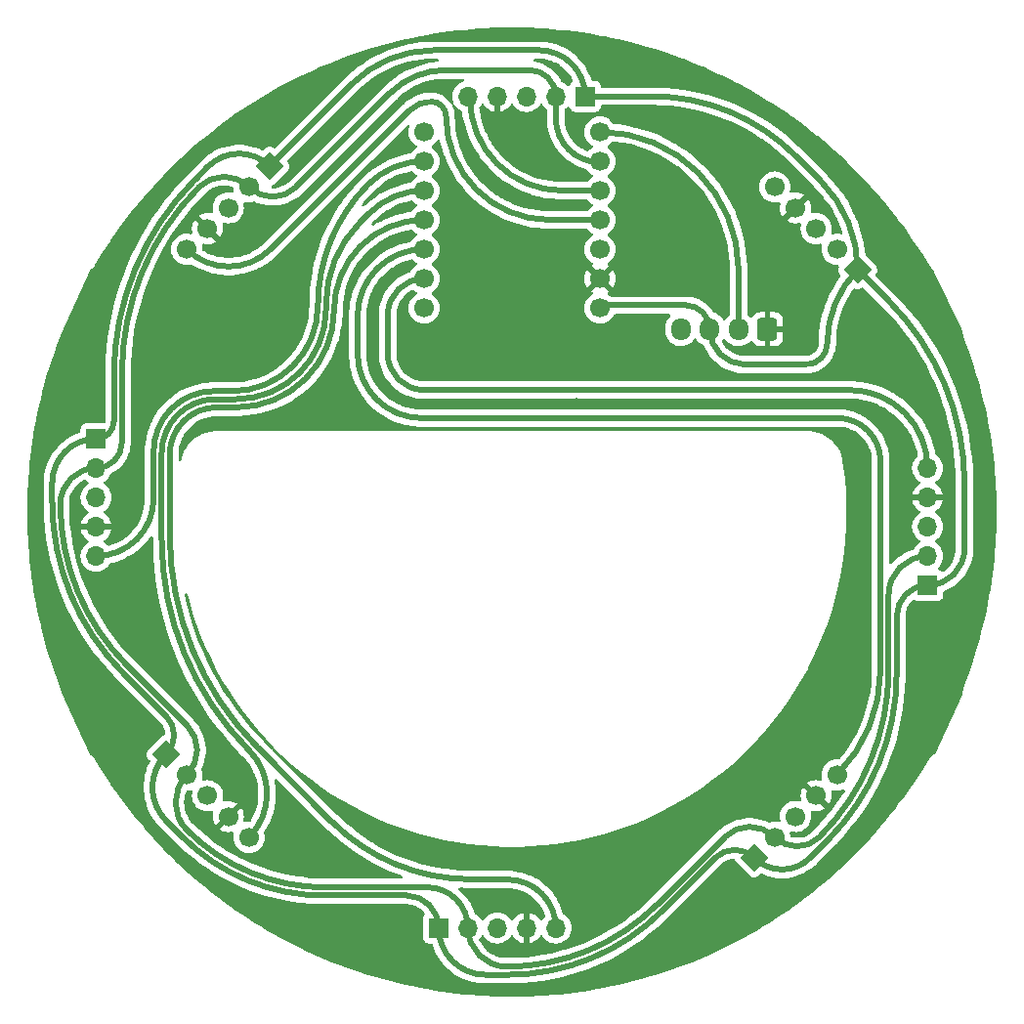
<source format=gbr>
%TF.GenerationSoftware,KiCad,Pcbnew,7.0.9*%
%TF.CreationDate,2025-01-15T21:52:52+09:00*%
%TF.ProjectId,line_main_robot2,6c696e65-5f6d-4616-996e-5f726f626f74,rev?*%
%TF.SameCoordinates,Original*%
%TF.FileFunction,Copper,L1,Top*%
%TF.FilePolarity,Positive*%
%FSLAX46Y46*%
G04 Gerber Fmt 4.6, Leading zero omitted, Abs format (unit mm)*
G04 Created by KiCad (PCBNEW 7.0.9) date 2025-01-15 21:52:52*
%MOMM*%
%LPD*%
G01*
G04 APERTURE LIST*
G04 Aperture macros list*
%AMRoundRect*
0 Rectangle with rounded corners*
0 $1 Rounding radius*
0 $2 $3 $4 $5 $6 $7 $8 $9 X,Y pos of 4 corners*
0 Add a 4 corners polygon primitive as box body*
4,1,4,$2,$3,$4,$5,$6,$7,$8,$9,$2,$3,0*
0 Add four circle primitives for the rounded corners*
1,1,$1+$1,$2,$3*
1,1,$1+$1,$4,$5*
1,1,$1+$1,$6,$7*
1,1,$1+$1,$8,$9*
0 Add four rect primitives between the rounded corners*
20,1,$1+$1,$2,$3,$4,$5,0*
20,1,$1+$1,$4,$5,$6,$7,0*
20,1,$1+$1,$6,$7,$8,$9,0*
20,1,$1+$1,$8,$9,$2,$3,0*%
%AMHorizOval*
0 Thick line with rounded ends*
0 $1 width*
0 $2 $3 position (X,Y) of the first rounded end (center of the circle)*
0 $4 $5 position (X,Y) of the second rounded end (center of the circle)*
0 Add line between two ends*
20,1,$1,$2,$3,$4,$5,0*
0 Add two circle primitives to create the rounded ends*
1,1,$1,$2,$3*
1,1,$1,$4,$5*%
%AMRotRect*
0 Rectangle, with rotation*
0 The origin of the aperture is its center*
0 $1 length*
0 $2 width*
0 $3 Rotation angle, in degrees counterclockwise*
0 Add horizontal line*
21,1,$1,$2,0,0,$3*%
G04 Aperture macros list end*
%TA.AperFunction,ComponentPad*%
%ADD10RotRect,1.700000X1.700000X45.000000*%
%TD*%
%TA.AperFunction,ComponentPad*%
%ADD11HorizOval,1.700000X0.000000X0.000000X0.000000X0.000000X0*%
%TD*%
%TA.AperFunction,ComponentPad*%
%ADD12R,1.700000X1.700000*%
%TD*%
%TA.AperFunction,ComponentPad*%
%ADD13O,1.700000X1.700000*%
%TD*%
%TA.AperFunction,ComponentPad*%
%ADD14RotRect,1.700000X1.700000X225.000000*%
%TD*%
%TA.AperFunction,ComponentPad*%
%ADD15HorizOval,1.700000X0.000000X0.000000X0.000000X0.000000X0*%
%TD*%
%TA.AperFunction,ComponentPad*%
%ADD16RotRect,1.700000X1.700000X315.000000*%
%TD*%
%TA.AperFunction,ComponentPad*%
%ADD17HorizOval,1.700000X0.000000X0.000000X0.000000X0.000000X0*%
%TD*%
%TA.AperFunction,ComponentPad*%
%ADD18RotRect,1.700000X1.700000X135.000000*%
%TD*%
%TA.AperFunction,ComponentPad*%
%ADD19HorizOval,1.700000X0.000000X0.000000X0.000000X0.000000X0*%
%TD*%
%TA.AperFunction,ComponentPad*%
%ADD20C,1.700000*%
%TD*%
%TA.AperFunction,ComponentPad*%
%ADD21RoundRect,0.250000X0.600000X0.725000X-0.600000X0.725000X-0.600000X-0.725000X0.600000X-0.725000X0*%
%TD*%
%TA.AperFunction,ComponentPad*%
%ADD22O,1.700000X1.950000*%
%TD*%
%TA.AperFunction,ViaPad*%
%ADD23C,0.800000*%
%TD*%
%TA.AperFunction,Conductor*%
%ADD24C,0.500000*%
%TD*%
G04 APERTURE END LIST*
D10*
%TO.P,J5,1,Pin_1*%
%TO.N,+5V*%
X106728952Y-120256195D03*
D11*
%TO.P,J5,2,Pin_2*%
%TO.N,/PWM*%
X108525003Y-122052246D03*
%TO.P,J5,3,Pin_3*%
%TO.N,+3.3V*%
X110321054Y-123848297D03*
%TO.P,J5,4,Pin_4*%
%TO.N,GND*%
X112117106Y-125644349D03*
%TO.P,J5,5,Pin_5*%
%TO.N,/5*%
X113913157Y-127440400D03*
%TD*%
D12*
%TO.P,J6,1,Pin_1*%
%TO.N,+5V*%
X100664859Y-92923821D03*
D13*
%TO.P,J6,2,Pin_2*%
%TO.N,/PWM*%
X100664859Y-95463821D03*
%TO.P,J6,3,Pin_3*%
%TO.N,+3.3V*%
X100664859Y-98003821D03*
%TO.P,J6,4,Pin_4*%
%TO.N,GND*%
X100664859Y-100543821D03*
%TO.P,J6,5,Pin_5*%
%TO.N,/6*%
X100664859Y-103083821D03*
%TD*%
D12*
%TO.P,J8,1,Pin_1*%
%TO.N,+5V*%
X143036179Y-63244859D03*
D13*
%TO.P,J8,2,Pin_2*%
%TO.N,/PWM*%
X140496179Y-63244859D03*
%TO.P,J8,3,Pin_3*%
%TO.N,+3.3V*%
X137956179Y-63244859D03*
%TO.P,J8,4,Pin_4*%
%TO.N,GND*%
X135416179Y-63244859D03*
%TO.P,J8,5,Pin_5*%
%TO.N,/7*%
X132876179Y-63244859D03*
%TD*%
D12*
%TO.P,J4,1,Pin_1*%
%TO.N,+5V*%
X130343821Y-135295141D03*
D13*
%TO.P,J4,2,Pin_2*%
%TO.N,/PWM*%
X132883821Y-135295141D03*
%TO.P,J4,3,Pin_3*%
%TO.N,+3.3V*%
X135423821Y-135295141D03*
%TO.P,J4,4,Pin_4*%
%TO.N,GND*%
X137963821Y-135295141D03*
%TO.P,J4,5,Pin_5*%
%TO.N,/4*%
X140503821Y-135295141D03*
%TD*%
D12*
%TO.P,J2,1,Pin_1*%
%TO.N,+5V*%
X172715141Y-105616179D03*
D13*
%TO.P,J2,2,Pin_2*%
%TO.N,/PWM*%
X172715141Y-103076179D03*
%TO.P,J2,3,Pin_3*%
%TO.N,+3.3V*%
X172715141Y-100536179D03*
%TO.P,J2,4,Pin_4*%
%TO.N,GND*%
X172715141Y-97996179D03*
%TO.P,J2,5,Pin_5*%
%TO.N,/2*%
X172715141Y-95456179D03*
%TD*%
D14*
%TO.P,J1,1,Pin_1*%
%TO.N,+5V*%
X166651048Y-78283805D03*
D15*
%TO.P,J1,2,Pin_2*%
%TO.N,/PWM*%
X164854997Y-76487754D03*
%TO.P,J1,3,Pin_3*%
%TO.N,+3.3V*%
X163058946Y-74691703D03*
%TO.P,J1,4,Pin_4*%
%TO.N,GND*%
X161262894Y-72895651D03*
%TO.P,J1,5,Pin_5*%
%TO.N,/1*%
X159466843Y-71099600D03*
%TD*%
D16*
%TO.P,J7,1,Pin_1*%
%TO.N,+5V*%
X115703805Y-69308952D03*
D17*
%TO.P,J7,2,Pin_2*%
%TO.N,/PWM*%
X113907754Y-71105003D03*
%TO.P,J7,3,Pin_3*%
%TO.N,+3.3V*%
X112111703Y-72901054D03*
%TO.P,J7,4,Pin_4*%
%TO.N,GND*%
X110315651Y-74697106D03*
%TO.P,J7,5,Pin_5*%
%TO.N,/8*%
X108519600Y-76493157D03*
%TD*%
D18*
%TO.P,J3,1,Pin_1*%
%TO.N,+5V*%
X157676195Y-129231048D03*
D19*
%TO.P,J3,2,Pin_2*%
%TO.N,/PWM*%
X159472246Y-127434997D03*
%TO.P,J3,3,Pin_3*%
%TO.N,+3.3V*%
X161268297Y-125638946D03*
%TO.P,J3,4,Pin_4*%
%TO.N,GND*%
X163064349Y-123842894D03*
%TO.P,J3,5,Pin_5*%
%TO.N,/3*%
X164860400Y-122046843D03*
%TD*%
D20*
%TO.P,U1,1,DAC*%
%TO.N,/1*%
X129086179Y-81569859D03*
%TO.P,U1,2*%
%TO.N,/2*%
X129086179Y-79029859D03*
%TO.P,U1,3*%
%TO.N,/3*%
X129086179Y-76489859D03*
%TO.P,U1,4*%
%TO.N,/4*%
X129086179Y-73949859D03*
%TO.P,U1,5,SDA*%
%TO.N,/5*%
X129086179Y-71409859D03*
%TO.P,U1,6,SCL*%
%TO.N,/6*%
X129086179Y-68869859D03*
%TO.P,U1,7,TX*%
%TO.N,/TX*%
X129086179Y-66329859D03*
%TO.P,U1,8,RX*%
%TO.N,/RX*%
X144326179Y-66329859D03*
%TO.P,U1,9,SCK*%
%TO.N,/PWM*%
X144326179Y-68869859D03*
%TO.P,U1,10,MISO*%
%TO.N,/7*%
X144326179Y-71409859D03*
%TO.P,U1,11,MOSI*%
%TO.N,/8*%
X144326179Y-73949859D03*
%TO.P,U1,12,3V3*%
%TO.N,+3.3V*%
X144326179Y-76489859D03*
%TO.P,U1,13,GND*%
%TO.N,GND*%
X144326179Y-79029859D03*
%TO.P,U1,14,5V*%
%TO.N,+5V*%
X144326179Y-81569859D03*
%TD*%
D21*
%TO.P,J9,1,Pin_1*%
%TO.N,GND*%
X158836179Y-83419859D03*
D22*
%TO.P,J9,2,Pin_2*%
%TO.N,/RX*%
X156336179Y-83419859D03*
%TO.P,J9,3,Pin_3*%
%TO.N,+5V*%
X153836179Y-83419859D03*
%TO.P,J9,4,Pin_4*%
%TO.N,/TX*%
X151336179Y-83419859D03*
%TD*%
D23*
%TO.N,GND*%
X125270000Y-135950000D03*
X167670000Y-126200000D03*
X97810000Y-86460000D03*
X146630000Y-74810000D03*
X105440000Y-117950000D03*
X127080000Y-70470000D03*
X124320000Y-126500000D03*
X119670000Y-134000000D03*
X156160000Y-69880000D03*
X154860000Y-134180000D03*
X159060000Y-73990000D03*
X157290000Y-131600000D03*
X150940000Y-65250000D03*
X112770000Y-79940000D03*
X146570000Y-68110000D03*
X146370000Y-89920000D03*
X173350000Y-82240000D03*
X169810000Y-75940000D03*
X121380000Y-89030000D03*
X114450000Y-91500000D03*
X166370000Y-96900000D03*
X142290000Y-89820000D03*
X124790000Y-86870000D03*
X166740000Y-71780000D03*
X122230000Y-130300000D03*
X123760000Y-91140000D03*
X119590000Y-127050000D03*
X107200000Y-80230000D03*
X166470000Y-107240000D03*
X165410000Y-86850000D03*
X118490000Y-76720000D03*
X142170000Y-132170000D03*
X129300000Y-128780000D03*
X143060000Y-134330000D03*
X157930000Y-81120000D03*
X156630000Y-133450000D03*
X151060000Y-60940000D03*
X162150000Y-84760000D03*
X131450000Y-82370000D03*
X112980000Y-66160000D03*
X133990000Y-74440000D03*
X141330000Y-80210000D03*
X116300000Y-129370000D03*
X136800000Y-82470000D03*
X102020000Y-114740000D03*
X117870000Y-82270000D03*
X149410000Y-126500000D03*
X150420000Y-72480000D03*
X136130000Y-137290000D03*
X177800000Y-97670000D03*
X168200000Y-84810000D03*
X161660000Y-82050000D03*
X127950000Y-137210000D03*
X131460000Y-74980000D03*
X147520000Y-79100000D03*
X172770000Y-108710000D03*
X145570000Y-61000000D03*
X104240000Y-93390000D03*
X155450000Y-130790000D03*
X96610000Y-92100000D03*
X154320000Y-65770000D03*
X118210000Y-130060000D03*
X121660000Y-135540000D03*
X170190000Y-123370000D03*
X151610000Y-134550000D03*
X131300000Y-73680000D03*
X102190000Y-121490000D03*
X167790000Y-90550000D03*
X142660000Y-58430000D03*
X151520000Y-76560000D03*
X146680000Y-70150000D03*
X153060000Y-89870000D03*
X152570000Y-86770000D03*
X166260000Y-93670000D03*
X113950000Y-123200000D03*
X153380000Y-132340000D03*
X148880000Y-130720000D03*
X127130000Y-78250000D03*
X132890000Y-129340000D03*
X103770000Y-116620000D03*
X120070000Y-130100000D03*
X139140000Y-69480000D03*
X160290000Y-122540000D03*
X135250000Y-70880000D03*
X132220000Y-89920000D03*
X116450000Y-65840000D03*
X104890000Y-103290000D03*
X131730000Y-77190000D03*
X140580000Y-140410000D03*
X106000000Y-71780000D03*
X112900000Y-75980000D03*
X142240000Y-65620000D03*
X159990000Y-78560000D03*
X150060000Y-135950000D03*
X127300000Y-89620000D03*
X109760000Y-86720000D03*
X166430000Y-104680000D03*
X112890000Y-132660000D03*
X96200000Y-105870000D03*
X157530000Y-63620000D03*
X164790000Y-129400000D03*
X160630000Y-75710000D03*
X103490000Y-99820000D03*
X103050000Y-122610000D03*
X112660000Y-121450000D03*
X147990000Y-72040000D03*
X131780000Y-79990000D03*
X172160000Y-112890000D03*
X142180000Y-82680000D03*
X157830000Y-75420000D03*
X122160000Y-65130000D03*
X150590000Y-70090000D03*
X168390000Y-74060000D03*
X174660000Y-107530000D03*
X146750000Y-64950000D03*
X103710000Y-97660000D03*
X102300000Y-76900000D03*
X116790000Y-127220000D03*
X130950000Y-62520000D03*
X106680000Y-112900000D03*
X120030000Y-62160000D03*
X149370000Y-89970000D03*
X115640000Y-85730000D03*
X145930000Y-85200000D03*
X126370000Y-134160000D03*
X164290000Y-68750000D03*
X119110000Y-68040000D03*
X166720000Y-101050000D03*
X139690000Y-89970000D03*
X177440000Y-104460000D03*
X108560000Y-115510000D03*
X175770000Y-111130000D03*
X163430000Y-79990000D03*
X140540000Y-60740000D03*
X152920000Y-74990000D03*
X143580000Y-139790000D03*
X123890000Y-130060000D03*
X170350000Y-99180000D03*
X127990000Y-86950000D03*
X127080000Y-72960000D03*
X141580000Y-72680000D03*
X148470000Y-84760000D03*
X140440000Y-130290000D03*
X154090000Y-62160000D03*
X131260000Y-140150000D03*
X124780000Y-62510000D03*
X148440000Y-136980000D03*
X124640000Y-83950000D03*
X127130000Y-75500000D03*
X170060000Y-79960000D03*
X121450000Y-128840000D03*
X160350000Y-89910000D03*
X157730000Y-124520000D03*
X128110000Y-83390000D03*
X136340000Y-89970000D03*
X101250000Y-105980000D03*
X169840000Y-93040000D03*
X127950000Y-135620000D03*
X170120000Y-94970000D03*
X117150000Y-124740000D03*
X165920000Y-83390000D03*
X161630000Y-132090000D03*
X171600000Y-120940000D03*
X135930000Y-66230000D03*
X105450000Y-83670000D03*
X131190000Y-71250000D03*
X137070000Y-129230000D03*
X145940000Y-132930000D03*
X138360000Y-75570000D03*
X104630000Y-109100000D03*
X122840000Y-134000000D03*
X135470000Y-57910000D03*
X119200000Y-91370000D03*
X111000000Y-121580000D03*
X137310000Y-133060000D03*
X168700000Y-87420000D03*
X172160000Y-116080000D03*
X105090000Y-88340000D03*
X134270000Y-132820000D03*
X160850000Y-65830000D03*
X136200000Y-78590000D03*
X141170000Y-77570000D03*
X164750000Y-110680000D03*
X165450000Y-116960000D03*
X154640000Y-124750000D03*
X144940000Y-128580000D03*
X165590000Y-70470000D03*
X148960000Y-74350000D03*
X151760000Y-127920000D03*
X161560000Y-117390000D03*
%TD*%
D24*
%TO.N,+5V*%
X162528916Y-129231084D02*
X164028145Y-127731855D01*
X129908715Y-59250000D02*
X139041322Y-59250000D01*
X154308907Y-129231042D02*
X149714741Y-133825208D01*
X102200000Y-91388684D02*
X102200000Y-87451877D01*
X144326179Y-81569859D02*
X144546038Y-81350000D01*
X175910000Y-102421321D02*
X175910000Y-96803316D01*
X169361796Y-80994553D02*
X166651048Y-78283805D01*
X115703805Y-69286195D02*
X122792273Y-62197727D01*
X143036179Y-63244859D02*
X148859053Y-63244859D01*
X115703805Y-69308952D02*
X115703805Y-69286195D01*
X127538678Y-132490000D02*
X120411113Y-132490000D01*
X144546038Y-81350000D02*
X151766316Y-81350000D01*
X156906321Y-86490000D02*
X162165658Y-86490000D01*
X108118045Y-127398044D02*
X106728947Y-126008946D01*
X106728955Y-116938905D02*
X102994617Y-113204567D01*
X96860000Y-98394292D02*
X96860000Y-96728684D01*
X161245489Y-68375489D02*
X163467136Y-70597136D01*
X136352570Y-139360000D02*
X134408688Y-139360000D01*
X109237038Y-70462963D02*
X110391055Y-69308946D01*
X170030000Y-113242095D02*
X170030000Y-108301320D01*
X153836200Y-83419859D02*
G75*
G03*
X156906321Y-86490000I3070100J-41D01*
G01*
X106728950Y-120256193D02*
G75*
G03*
X106728948Y-126008945I2876370J-2876377D01*
G01*
X175909979Y-96803316D02*
G75*
G03*
X169361796Y-80994553I-22356979J16D01*
G01*
X153836200Y-83419859D02*
G75*
G03*
X151766316Y-81350000I-2069900J-41D01*
G01*
X108118043Y-127398046D02*
G75*
G03*
X120411113Y-132490000I12293057J12293046D01*
G01*
X157676147Y-129231096D02*
G75*
G03*
X154308907Y-129231042I-1683647J-1683604D01*
G01*
X143036200Y-63244859D02*
G75*
G03*
X139041322Y-59250000I-3994900J-41D01*
G01*
X115703778Y-69308979D02*
G75*
G03*
X110391055Y-69308946I-2656378J-2656321D01*
G01*
X166651073Y-78283830D02*
G75*
G03*
X164020000Y-84635658I6351727J-6351870D01*
G01*
X164028144Y-127731854D02*
G75*
G03*
X170030000Y-113242095I-14489744J14489754D01*
G01*
X172715141Y-105616200D02*
G75*
G03*
X170030000Y-108301320I-41J-2685100D01*
G01*
X157676222Y-129231021D02*
G75*
G03*
X162528916Y-129231084I2426378J2426321D01*
G01*
X130343800Y-135295141D02*
G75*
G03*
X127538678Y-132490000I-2805100J41D01*
G01*
X136352570Y-139359968D02*
G75*
G03*
X149714741Y-133825208I30J18896968D01*
G01*
X100664859Y-92923800D02*
G75*
G03*
X102200000Y-91388684I41J1535100D01*
G01*
X106728953Y-120256196D02*
G75*
G03*
X106728955Y-116938905I-1658643J1658646D01*
G01*
X161245507Y-68375471D02*
G75*
G03*
X148859053Y-63244859I-12386407J-12386429D01*
G01*
X109237038Y-70462963D02*
G75*
G03*
X102200000Y-87451877I16988922J-16988917D01*
G01*
X172715141Y-105616200D02*
G75*
G03*
X175910000Y-102421321I-41J3194900D01*
G01*
X100664859Y-92923800D02*
G75*
G03*
X96860000Y-96728684I41J-3804900D01*
G01*
X166651064Y-78283805D02*
G75*
G03*
X163467136Y-70597136I-10870564J5D01*
G01*
X96860009Y-98394292D02*
G75*
G03*
X102994618Y-113204566I20944891J-8D01*
G01*
X129908715Y-59250020D02*
G75*
G03*
X122792273Y-62197727I-15J-10064180D01*
G01*
X162165658Y-86490000D02*
G75*
G03*
X164020000Y-84635658I42J1854300D01*
G01*
X130343800Y-135295141D02*
G75*
G03*
X134408688Y-139360000I4064900J41D01*
G01*
%TO.N,/PWM*%
X103366272Y-112586273D02*
X108525012Y-117745013D01*
X144256038Y-68940000D02*
X144326179Y-68869859D01*
X126145551Y-62964449D02*
X118004991Y-71105008D01*
X140496179Y-63244859D02*
X140496179Y-65180135D01*
X169330000Y-112961959D02*
X169330000Y-106461314D01*
X102900000Y-87243796D02*
X102900000Y-93228682D01*
X149293187Y-133256812D02*
X155115004Y-127434995D01*
X120535584Y-131790000D02*
X129378675Y-131790000D01*
X138221283Y-60970000D02*
X130960577Y-60970000D01*
X163335067Y-127435015D02*
G75*
G03*
X169330000Y-112961959I-14472967J14473015D01*
G01*
X109584951Y-71105004D02*
G75*
G03*
X102900000Y-87243796I16138649J-16138796D01*
G01*
X100664859Y-95463800D02*
G75*
G03*
X102900000Y-93228682I41J2235100D01*
G01*
X113907779Y-71104978D02*
G75*
G03*
X118004991Y-71105008I2048621J2048578D01*
G01*
X132883800Y-135295141D02*
G75*
G03*
X129378675Y-131790000I-3505100J41D01*
G01*
X159472197Y-127435046D02*
G75*
G03*
X163335051Y-127434999I1931403J1931446D01*
G01*
X97559990Y-98568674D02*
G75*
G03*
X103366272Y-112586273I19823810J-26D01*
G01*
X140496100Y-65180135D02*
G75*
G03*
X144256038Y-68940000I3759900J35D01*
G01*
X159472222Y-127435021D02*
G75*
G03*
X155115004Y-127434995I-2178622J-2178579D01*
G01*
X108524978Y-122052221D02*
G75*
G03*
X108525012Y-117745013I-2153578J2153621D01*
G01*
X108525009Y-126815034D02*
G75*
G03*
X120535584Y-131790000I12010591J12010534D01*
G01*
X108525004Y-122052247D02*
G75*
G03*
X108524997Y-126815046I2381386J-2381403D01*
G01*
X172715141Y-103076200D02*
G75*
G03*
X169330000Y-106461314I-41J-3385100D01*
G01*
X130960577Y-60969991D02*
G75*
G03*
X126145551Y-62964449I23J-6809509D01*
G01*
X100664859Y-95463803D02*
G75*
G03*
X97560003Y-98568674I41J-3104897D01*
G01*
X136248682Y-138660037D02*
G75*
G03*
X149293187Y-133256812I18J18447637D01*
G01*
X140496200Y-63244859D02*
G75*
G03*
X138221283Y-60970000I-2274900J-41D01*
G01*
X113907802Y-71104955D02*
G75*
G03*
X109584950Y-71105003I-2161402J-2161445D01*
G01*
X132883800Y-135295141D02*
G75*
G03*
X136248682Y-138660000I3364900J41D01*
G01*
%TO.N,/2*%
X125930000Y-82186032D02*
X125930000Y-85555696D01*
X129086179Y-79029859D02*
X129066038Y-79050000D01*
X129064304Y-88690000D02*
X165948973Y-88690000D01*
X125930000Y-85555696D02*
G75*
G03*
X129064304Y-88690000I3134300J-4D01*
G01*
X172715200Y-95456179D02*
G75*
G03*
X165948973Y-88690000I-6766200J-21D01*
G01*
X129066038Y-79050000D02*
G75*
G03*
X125930000Y-82186032I-38J-3136000D01*
G01*
%TO.N,/3*%
X123320000Y-82256028D02*
X123320000Y-85552109D01*
X168630000Y-94858491D02*
X168630000Y-112946241D01*
X128887891Y-91120000D02*
X164891509Y-91120000D01*
X129086179Y-76489800D02*
G75*
G03*
X123320000Y-82256028I21J-5766200D01*
G01*
X164860400Y-122046843D02*
G75*
G03*
X168630000Y-112946241I-9100580J9100603D01*
G01*
X168630000Y-94858491D02*
G75*
G03*
X164891509Y-91120000I-3738500J-9D01*
G01*
X123320000Y-85552109D02*
G75*
G03*
X128887891Y-91120000I5567900J9D01*
G01*
%TO.N,/4*%
X107040000Y-94286162D02*
X107040000Y-101237146D01*
X114685843Y-119695843D02*
X121063973Y-126073973D01*
X133193770Y-131110000D02*
X136318684Y-131110000D01*
X133173770Y-131090000D02*
X133193770Y-131110000D01*
X112846027Y-90190000D02*
X111136162Y-90190000D01*
X140503800Y-135295141D02*
G75*
G03*
X136318684Y-131110000I-4185100J41D01*
G01*
X129086179Y-73949800D02*
G75*
G03*
X121280000Y-81756031I21J-7806200D01*
G01*
X112846027Y-90190000D02*
G75*
G03*
X121280000Y-81756031I3J8433970D01*
G01*
X111136162Y-90190000D02*
G75*
G03*
X107040000Y-94286162I-2J-4096160D01*
G01*
X121063954Y-126073992D02*
G75*
G03*
X133173770Y-131090000I12109746J12109792D01*
G01*
X107040004Y-101237146D02*
G75*
G03*
X114685844Y-119695842I26104536J-4D01*
G01*
%TO.N,/5*%
X112771944Y-89490000D02*
X110998126Y-89490000D01*
X120580000Y-81271970D02*
X120580000Y-81681944D01*
X124330172Y-73379828D02*
X123508815Y-74201185D01*
X106340000Y-94148126D02*
X106340000Y-101629866D01*
X110998126Y-89490000D02*
G75*
G03*
X106340000Y-94148126I-26J-4658100D01*
G01*
X106340003Y-101629866D02*
G75*
G03*
X113913161Y-119913110I25856427J-4D01*
G01*
X112771944Y-89490000D02*
G75*
G03*
X120580000Y-81681944I-4J7808060D01*
G01*
X123508830Y-74201200D02*
G75*
G03*
X120580000Y-81271970I7070770J-7070800D01*
G01*
X113913153Y-127440396D02*
G75*
G03*
X113913160Y-119913111I-3763633J3763646D01*
G01*
X129086179Y-71409842D02*
G75*
G03*
X124330172Y-73379828I-79J-6725858D01*
G01*
%TO.N,/6*%
X105640000Y-98108684D02*
X105640000Y-94018451D01*
X110868451Y-88790000D02*
X112468654Y-88790000D01*
X112468654Y-88790000D02*
G75*
G03*
X119880000Y-81378652I46J7411300D01*
G01*
X129086179Y-68869827D02*
G75*
G03*
X124227775Y-70882227I-79J-6870673D01*
G01*
X110868451Y-88790000D02*
G75*
G03*
X105640000Y-94018451I-1J-5228450D01*
G01*
X100664859Y-103083800D02*
G75*
G03*
X105640000Y-98108684I41J4975100D01*
G01*
X124227790Y-70882242D02*
G75*
G03*
X119880000Y-81378652I10496410J-10496458D01*
G01*
%TO.N,/7*%
X144326179Y-71409859D02*
X141041181Y-71409859D01*
X133060000Y-63428680D02*
X132876179Y-63244859D01*
X133060041Y-63428680D02*
G75*
G03*
X141041181Y-71409859I7981159J-20D01*
G01*
%TO.N,/8*%
X124110141Y-68169859D02*
X127811528Y-64468472D01*
X124090152Y-68169859D02*
X124110141Y-68169859D01*
X115766855Y-76493155D02*
X124090152Y-68169859D01*
X139950789Y-73949859D02*
X144326179Y-73949859D01*
X130980000Y-64979070D02*
G75*
G03*
X129690928Y-63690000I-1289100J-30D01*
G01*
X129690928Y-63690028D02*
G75*
G03*
X127811529Y-64468473I-28J-2657872D01*
G01*
X108519574Y-76493183D02*
G75*
G03*
X115766855Y-76493155I3623626J3623683D01*
G01*
X130980001Y-64979070D02*
G75*
G03*
X139950789Y-73949859I8970789J0D01*
G01*
%TO.N,/RX*%
X156336179Y-78339860D02*
X156336179Y-83419859D01*
X156336241Y-78339860D02*
G75*
G03*
X144326179Y-66329859I-12010041J-40D01*
G01*
%TO.N,/TX*%
X129086179Y-66329859D02*
X129106038Y-66310000D01*
%TD*%
%TA.AperFunction,Conductor*%
%TO.N,GND*%
G36*
X128016988Y-74803914D02*
G01*
X128057217Y-74830793D01*
X128214778Y-74988354D01*
X128214781Y-74988356D01*
X128214782Y-74988357D01*
X128400337Y-75118284D01*
X128443962Y-75172861D01*
X128451156Y-75242359D01*
X128419633Y-75304714D01*
X128400337Y-75321434D01*
X128214776Y-75451364D01*
X128047687Y-75618453D01*
X127916503Y-75805804D01*
X127861926Y-75849428D01*
X127842521Y-75855571D01*
X127398356Y-75956951D01*
X127398350Y-75956952D01*
X127398349Y-75956953D01*
X126932340Y-76100700D01*
X126478376Y-76278870D01*
X126038997Y-76490466D01*
X126038993Y-76490468D01*
X126038992Y-76490468D01*
X125694555Y-76689331D01*
X125635950Y-76723167D01*
X125616653Y-76734308D01*
X125213719Y-77009027D01*
X125075490Y-77119262D01*
X124832444Y-77313086D01*
X124474959Y-77644785D01*
X124143249Y-78002287D01*
X124090443Y-78068505D01*
X123839192Y-78383567D01*
X123839188Y-78383573D01*
X123839187Y-78383573D01*
X123666960Y-78636187D01*
X123584504Y-78757130D01*
X123564473Y-78786510D01*
X123320639Y-79208847D01*
X123320640Y-79208847D01*
X123293467Y-79265272D01*
X123109050Y-79648219D01*
X122930880Y-80102194D01*
X122787140Y-80568198D01*
X122774168Y-80625035D01*
X122678623Y-81043652D01*
X122648947Y-81240544D01*
X122605941Y-81525877D01*
X122569499Y-82012189D01*
X122569500Y-82168307D01*
X122569500Y-85788534D01*
X122604836Y-86260044D01*
X122630998Y-86433610D01*
X122675309Y-86727594D01*
X122716175Y-86906639D01*
X122780526Y-87188579D01*
X122780526Y-87188578D01*
X122827234Y-87340000D01*
X122919896Y-87640401D01*
X122919898Y-87640408D01*
X122919900Y-87640412D01*
X122975882Y-87783052D01*
X123092642Y-88080551D01*
X123235079Y-88376324D01*
X123297800Y-88506565D01*
X123534215Y-88916048D01*
X123534216Y-88916048D01*
X123749053Y-89231156D01*
X123800575Y-89306724D01*
X124095385Y-89676404D01*
X124198415Y-89787443D01*
X124416990Y-90023010D01*
X124596188Y-90189282D01*
X124763596Y-90344615D01*
X124763600Y-90344618D01*
X124763602Y-90344620D01*
X124894513Y-90449018D01*
X125131752Y-90638210D01*
X125133279Y-90639427D01*
X125488791Y-90881812D01*
X125523952Y-90905784D01*
X125523952Y-90905785D01*
X125933435Y-91142200D01*
X126055084Y-91200783D01*
X126359449Y-91347358D01*
X126642213Y-91458334D01*
X126799588Y-91520100D01*
X126799591Y-91520101D01*
X126799599Y-91520104D01*
X126950400Y-91566620D01*
X127251422Y-91659474D01*
X127251421Y-91659474D01*
X127500157Y-91716246D01*
X127712406Y-91764691D01*
X127932108Y-91797806D01*
X128179956Y-91835164D01*
X128651466Y-91870500D01*
X128651472Y-91870500D01*
X128800170Y-91870500D01*
X164812626Y-91870500D01*
X164889884Y-91870500D01*
X164893127Y-91870584D01*
X165037409Y-91878146D01*
X165200592Y-91886699D01*
X165207049Y-91887377D01*
X165509532Y-91935287D01*
X165515879Y-91936636D01*
X165811707Y-92015903D01*
X165817870Y-92017904D01*
X166092080Y-92123165D01*
X166103795Y-92127662D01*
X166109718Y-92130298D01*
X166382622Y-92269350D01*
X166388225Y-92272585D01*
X166629522Y-92429286D01*
X166645073Y-92439385D01*
X166650326Y-92443202D01*
X166888339Y-92635940D01*
X166893165Y-92640286D01*
X167109713Y-92856834D01*
X167114059Y-92861660D01*
X167306797Y-93099673D01*
X167310614Y-93104926D01*
X167332730Y-93138981D01*
X167462937Y-93339482D01*
X167477409Y-93361766D01*
X167480653Y-93367383D01*
X167598964Y-93599582D01*
X167619696Y-93640271D01*
X167622337Y-93646204D01*
X167732090Y-93932115D01*
X167734096Y-93938292D01*
X167813363Y-94234120D01*
X167814713Y-94240472D01*
X167862621Y-94542948D01*
X167863300Y-94549406D01*
X167879415Y-94856866D01*
X167879500Y-94860112D01*
X167879500Y-112946241D01*
X167862931Y-113578918D01*
X167862761Y-113582160D01*
X167813233Y-114211483D01*
X167812894Y-114214712D01*
X167730499Y-114840559D01*
X167729991Y-114843765D01*
X167614949Y-115464476D01*
X167614274Y-115467652D01*
X167466910Y-116081465D01*
X167466070Y-116084600D01*
X167286775Y-116689892D01*
X167285771Y-116692980D01*
X167075059Y-117288010D01*
X167073895Y-117291041D01*
X166832317Y-117874262D01*
X166830996Y-117877228D01*
X166559226Y-118447007D01*
X166557752Y-118449900D01*
X166256540Y-119004663D01*
X166254916Y-119007475D01*
X165925084Y-119545710D01*
X165923316Y-119548433D01*
X165565764Y-120068673D01*
X165563856Y-120071300D01*
X165179554Y-120572130D01*
X165177511Y-120574654D01*
X165104332Y-120660334D01*
X165045824Y-120698527D01*
X164999235Y-120703330D01*
X164860402Y-120691184D01*
X164860399Y-120691184D01*
X164624996Y-120711779D01*
X164624986Y-120711781D01*
X164396744Y-120772937D01*
X164396735Y-120772941D01*
X164182571Y-120872807D01*
X164182569Y-120872808D01*
X163988997Y-121008348D01*
X163821905Y-121175440D01*
X163686365Y-121369012D01*
X163686364Y-121369014D01*
X163586498Y-121583178D01*
X163586494Y-121583187D01*
X163525338Y-121811429D01*
X163525336Y-121811439D01*
X163504741Y-122046842D01*
X163504741Y-122046843D01*
X163525336Y-122282246D01*
X163525338Y-122282256D01*
X163552466Y-122383500D01*
X163550803Y-122453350D01*
X163511640Y-122511212D01*
X163447411Y-122538716D01*
X163400598Y-122535368D01*
X163299675Y-122508326D01*
X163299664Y-122508324D01*
X163064351Y-122487737D01*
X163064347Y-122487737D01*
X162829033Y-122508324D01*
X162829022Y-122508326D01*
X162600865Y-122569460D01*
X162600856Y-122569464D01*
X162386768Y-122669295D01*
X162302974Y-122727966D01*
X162931815Y-123356807D01*
X162922034Y-123358214D01*
X162791249Y-123417942D01*
X162682588Y-123512096D01*
X162604856Y-123633050D01*
X162581272Y-123713370D01*
X161949421Y-123081519D01*
X161890750Y-123165313D01*
X161790919Y-123379401D01*
X161790915Y-123379410D01*
X161729781Y-123607567D01*
X161729779Y-123607578D01*
X161709192Y-123842892D01*
X161709192Y-123842895D01*
X161729779Y-124078209D01*
X161729781Y-124078220D01*
X161756823Y-124179144D01*
X161755160Y-124248994D01*
X161715997Y-124306857D01*
X161651768Y-124334360D01*
X161604955Y-124331012D01*
X161503710Y-124303884D01*
X161503700Y-124303882D01*
X161268298Y-124283287D01*
X161268296Y-124283287D01*
X161032893Y-124303882D01*
X161032883Y-124303884D01*
X160804641Y-124365040D01*
X160804632Y-124365044D01*
X160590468Y-124464910D01*
X160590466Y-124464911D01*
X160396894Y-124600451D01*
X160229802Y-124767543D01*
X160094262Y-124961115D01*
X160094261Y-124961117D01*
X159994395Y-125175281D01*
X159994391Y-125175290D01*
X159933235Y-125403532D01*
X159933233Y-125403542D01*
X159912638Y-125638945D01*
X159912638Y-125638946D01*
X159933233Y-125874349D01*
X159933236Y-125874362D01*
X159960213Y-125975046D01*
X159958550Y-126044896D01*
X159919387Y-126102758D01*
X159855158Y-126130261D01*
X159808346Y-126126913D01*
X159707662Y-126099936D01*
X159707658Y-126099935D01*
X159707654Y-126099934D01*
X159707652Y-126099933D01*
X159707649Y-126099933D01*
X159472247Y-126079338D01*
X159472245Y-126079338D01*
X159236842Y-126099933D01*
X159236832Y-126099935D01*
X159025154Y-126156653D01*
X158955304Y-126154990D01*
X158936549Y-126147057D01*
X158936532Y-126147096D01*
X158935619Y-126146664D01*
X158934609Y-126146237D01*
X158933784Y-126145796D01*
X158930291Y-126144349D01*
X158585972Y-126001723D01*
X158225733Y-125892444D01*
X157856508Y-125818998D01*
X157856513Y-125818998D01*
X157770577Y-125810533D01*
X157481854Y-125782095D01*
X157481851Y-125782094D01*
X157481859Y-125782094D01*
X157105394Y-125782093D01*
X157105393Y-125782093D01*
X157105392Y-125782093D01*
X157032703Y-125789251D01*
X156730755Y-125818988D01*
X156730753Y-125818988D01*
X156361520Y-125892430D01*
X156195607Y-125942759D01*
X156001263Y-126001712D01*
X156001261Y-126001712D01*
X156001257Y-126001714D01*
X155653470Y-126145770D01*
X155653449Y-126145780D01*
X155321446Y-126323237D01*
X155008426Y-126532390D01*
X154717420Y-126771211D01*
X154687338Y-126801294D01*
X154646350Y-126842282D01*
X154646349Y-126842283D01*
X154584321Y-126904309D01*
X154558654Y-126929977D01*
X154528544Y-126960087D01*
X154528542Y-126960089D01*
X148762478Y-132726152D01*
X148204747Y-133260066D01*
X147624234Y-133769166D01*
X147022066Y-134252459D01*
X146399390Y-134709025D01*
X145757392Y-135137997D01*
X145097293Y-135538556D01*
X144420350Y-135909941D01*
X143727852Y-136251444D01*
X143021117Y-136562416D01*
X142301490Y-136842265D01*
X141570341Y-137090457D01*
X140829061Y-137306520D01*
X140079063Y-137490044D01*
X139321773Y-137640678D01*
X138573246Y-137755887D01*
X138558634Y-137758136D01*
X137791097Y-137842195D01*
X137020625Y-137892694D01*
X136251578Y-137909473D01*
X136246747Y-137909390D01*
X135959447Y-137893255D01*
X135952533Y-137892476D01*
X135670372Y-137844533D01*
X135663588Y-137842985D01*
X135425311Y-137774339D01*
X135388553Y-137763749D01*
X135381991Y-137761452D01*
X135374106Y-137758186D01*
X135117570Y-137651925D01*
X135111305Y-137648908D01*
X134860807Y-137510462D01*
X134854915Y-137506760D01*
X134738205Y-137423950D01*
X134621489Y-137341136D01*
X134616060Y-137336806D01*
X134534449Y-137263875D01*
X134402639Y-137146082D01*
X134397726Y-137141170D01*
X134207007Y-136927757D01*
X134202677Y-136922328D01*
X134037046Y-136688896D01*
X134033358Y-136683030D01*
X133894903Y-136432517D01*
X133891884Y-136426248D01*
X133856437Y-136340675D01*
X133848968Y-136271205D01*
X133880242Y-136208726D01*
X133883301Y-136205556D01*
X133922316Y-136166542D01*
X134052247Y-135980981D01*
X134106822Y-135937358D01*
X134176320Y-135930164D01*
X134238675Y-135961687D01*
X134255395Y-135980982D01*
X134385326Y-136166542D01*
X134552420Y-136333636D01*
X134649205Y-136401406D01*
X134745986Y-136469173D01*
X134745988Y-136469174D01*
X134745991Y-136469176D01*
X134960158Y-136569044D01*
X134960164Y-136569045D01*
X134960165Y-136569046D01*
X135015106Y-136583767D01*
X135188413Y-136630204D01*
X135364855Y-136645641D01*
X135423820Y-136650800D01*
X135423821Y-136650800D01*
X135423822Y-136650800D01*
X135482787Y-136645641D01*
X135659229Y-136630204D01*
X135887484Y-136569044D01*
X136101651Y-136469176D01*
X136295222Y-136333636D01*
X136462316Y-136166542D01*
X136592551Y-135980546D01*
X136647128Y-135936922D01*
X136716626Y-135929728D01*
X136778981Y-135961251D01*
X136795700Y-135980546D01*
X136925711Y-136166219D01*
X137092738Y-136333246D01*
X137286242Y-136468741D01*
X137500328Y-136568570D01*
X137500337Y-136568574D01*
X137713821Y-136625775D01*
X137713821Y-135730642D01*
X137821506Y-135779821D01*
X137928058Y-135795141D01*
X137999584Y-135795141D01*
X138106136Y-135779821D01*
X138213821Y-135730642D01*
X138213821Y-136625774D01*
X138427304Y-136568574D01*
X138427313Y-136568570D01*
X138641399Y-136468741D01*
X138834903Y-136333246D01*
X139001926Y-136166223D01*
X139131940Y-135980546D01*
X139186517Y-135936922D01*
X139256016Y-135929729D01*
X139318370Y-135961251D01*
X139335090Y-135980546D01*
X139465326Y-136166542D01*
X139632420Y-136333636D01*
X139729205Y-136401406D01*
X139825986Y-136469173D01*
X139825988Y-136469174D01*
X139825991Y-136469176D01*
X140040158Y-136569044D01*
X140040164Y-136569045D01*
X140040165Y-136569046D01*
X140095106Y-136583767D01*
X140268413Y-136630204D01*
X140444855Y-136645641D01*
X140503820Y-136650800D01*
X140503821Y-136650800D01*
X140503822Y-136650800D01*
X140562787Y-136645641D01*
X140739229Y-136630204D01*
X140967484Y-136569044D01*
X141181651Y-136469176D01*
X141375222Y-136333636D01*
X141542316Y-136166542D01*
X141677856Y-135972971D01*
X141777724Y-135758804D01*
X141838884Y-135530549D01*
X141859480Y-135295141D01*
X141838884Y-135059733D01*
X141777724Y-134831478D01*
X141677856Y-134617312D01*
X141672552Y-134609736D01*
X141542315Y-134423738D01*
X141375223Y-134256647D01*
X141375216Y-134256642D01*
X141181652Y-134121106D01*
X141181650Y-134121105D01*
X141156559Y-134109405D01*
X141104120Y-134063232D01*
X141089189Y-134029116D01*
X141030360Y-133809554D01*
X140882956Y-133404557D01*
X140838729Y-133309711D01*
X140700814Y-133013947D01*
X140494966Y-132657403D01*
X140485323Y-132640701D01*
X140463519Y-132609561D01*
X140238117Y-132287651D01*
X140238112Y-132287645D01*
X140238112Y-132287644D01*
X139961084Y-131957492D01*
X139791896Y-131788304D01*
X139656329Y-131652736D01*
X139656324Y-131652732D01*
X139656325Y-131652732D01*
X139395277Y-131433686D01*
X139326173Y-131375700D01*
X139326167Y-131375695D01*
X138973132Y-131128497D01*
X138818985Y-131039500D01*
X138599879Y-130912999D01*
X138537285Y-130883811D01*
X138209266Y-130730853D01*
X138209267Y-130730853D01*
X137956650Y-130638909D01*
X137804272Y-130583448D01*
X137804265Y-130583446D01*
X137804264Y-130583445D01*
X137534277Y-130511104D01*
X137387968Y-130471901D01*
X136963526Y-130397061D01*
X136585105Y-130363954D01*
X136534177Y-130359499D01*
X136534176Y-130359499D01*
X136318681Y-130359500D01*
X133359974Y-130359500D01*
X133334900Y-130356938D01*
X133327626Y-130355436D01*
X133252638Y-130339497D01*
X133251202Y-130339346D01*
X133245155Y-130338406D01*
X133239630Y-130337265D01*
X133169292Y-130339312D01*
X133166056Y-130339321D01*
X132418918Y-130322062D01*
X132416057Y-130321930D01*
X132040168Y-130295841D01*
X131664277Y-130269751D01*
X131661428Y-130269488D01*
X130912837Y-130182641D01*
X130910000Y-130182245D01*
X130166209Y-130060918D01*
X130163394Y-130060392D01*
X129426011Y-129904845D01*
X129423235Y-129904193D01*
X129036036Y-129803633D01*
X128693834Y-129714760D01*
X128691079Y-129713977D01*
X128665315Y-129705999D01*
X128331129Y-129602515D01*
X127971180Y-129491053D01*
X127968487Y-129490150D01*
X127259661Y-129234220D01*
X127256992Y-129233186D01*
X126560733Y-128944788D01*
X126558113Y-128943631D01*
X125875937Y-128623396D01*
X125873373Y-128622119D01*
X125206724Y-128270724D01*
X125204221Y-128269330D01*
X124554475Y-127887502D01*
X124552040Y-127885994D01*
X124532021Y-127872950D01*
X124229462Y-127675803D01*
X123920659Y-127474588D01*
X123918296Y-127472969D01*
X123306567Y-127032828D01*
X123304282Y-127031102D01*
X122713535Y-126563181D01*
X122711350Y-126561366D01*
X122142811Y-126066633D01*
X122140741Y-126064746D01*
X121595542Y-125544173D01*
X121538878Y-125487511D01*
X115983683Y-119932315D01*
X115950198Y-119870992D01*
X115950498Y-119866794D01*
X115915871Y-119858454D01*
X115890015Y-119838647D01*
X115216527Y-119165159D01*
X114558715Y-118482272D01*
X113926896Y-117775266D01*
X113321955Y-117045131D01*
X112744737Y-116292886D01*
X112196051Y-115519585D01*
X111676663Y-114726308D01*
X111187299Y-113914165D01*
X110728645Y-113084293D01*
X110301341Y-112237851D01*
X109905986Y-111376024D01*
X109543132Y-110500016D01*
X109213287Y-109611054D01*
X108916912Y-108710380D01*
X108654421Y-107799254D01*
X108426182Y-106878950D01*
X108390620Y-106708514D01*
X108337222Y-106452591D01*
X108342799Y-106382949D01*
X108385144Y-106327373D01*
X108450813Y-106303513D01*
X108518958Y-106318945D01*
X108567941Y-106368768D01*
X108578774Y-106396671D01*
X108717552Y-106941706D01*
X109017942Y-107963108D01*
X109355614Y-108972797D01*
X109730114Y-109969415D01*
X110140937Y-110951617D01*
X110587529Y-111918082D01*
X111069289Y-112867503D01*
X111585567Y-113798606D01*
X112135669Y-114710135D01*
X112718853Y-115600861D01*
X113334332Y-116469585D01*
X113981279Y-117315136D01*
X114658821Y-118136375D01*
X115366046Y-118932195D01*
X116067299Y-119665250D01*
X116099417Y-119727300D01*
X116099262Y-119728943D01*
X116130791Y-119735802D01*
X116157761Y-119755687D01*
X116728178Y-120309754D01*
X116865692Y-120443327D01*
X117656094Y-121156602D01*
X118472139Y-121840390D01*
X119312730Y-122493769D01*
X120176733Y-123115858D01*
X121062984Y-123705820D01*
X121970289Y-124262860D01*
X122897426Y-124786227D01*
X123843146Y-125275217D01*
X124806174Y-125729169D01*
X125785214Y-126147473D01*
X126778945Y-126529566D01*
X127786029Y-126874932D01*
X128805110Y-127183105D01*
X129834814Y-127453672D01*
X130873754Y-127686267D01*
X131920530Y-127880577D01*
X132973732Y-128036339D01*
X134031940Y-128153346D01*
X135093730Y-128231438D01*
X136157671Y-128270510D01*
X137222329Y-128270510D01*
X138286270Y-128231438D01*
X139348060Y-128153346D01*
X140406268Y-128036339D01*
X141459470Y-127880577D01*
X142506246Y-127686267D01*
X143545186Y-127453672D01*
X144574890Y-127183105D01*
X145593971Y-126874932D01*
X146601055Y-126529566D01*
X147594786Y-126147473D01*
X148573826Y-125729169D01*
X149536854Y-125275217D01*
X150482574Y-124786227D01*
X151409711Y-124262860D01*
X152317016Y-123705820D01*
X153203267Y-123115858D01*
X154067270Y-122493769D01*
X154907861Y-121840390D01*
X155723906Y-121156602D01*
X156514308Y-120443327D01*
X157278000Y-119701524D01*
X158013954Y-118932195D01*
X158721179Y-118136375D01*
X159398721Y-117315136D01*
X160045668Y-116469585D01*
X160661147Y-115600861D01*
X161244331Y-114710135D01*
X161794433Y-113798606D01*
X162310711Y-112867503D01*
X162382586Y-112725856D01*
X162792471Y-111918082D01*
X163239063Y-110951617D01*
X163649886Y-109969415D01*
X164024386Y-108972797D01*
X164362058Y-107963108D01*
X164662448Y-106941706D01*
X164925151Y-105909967D01*
X165149813Y-104869283D01*
X165336131Y-103821055D01*
X165483855Y-102766696D01*
X165592784Y-101707625D01*
X165662773Y-100645270D01*
X165693727Y-99581062D01*
X165685604Y-98516435D01*
X165638416Y-97452824D01*
X165552226Y-96391660D01*
X165427150Y-95334375D01*
X165353197Y-94859460D01*
X165353220Y-94859285D01*
X165341785Y-94785992D01*
X165320057Y-94646724D01*
X165234856Y-94330789D01*
X165234851Y-94330778D01*
X165234850Y-94330771D01*
X165115812Y-94026001D01*
X165115811Y-94025999D01*
X165115808Y-94025991D01*
X164964323Y-93735945D01*
X164782199Y-93464091D01*
X164571595Y-93213651D01*
X164454047Y-93101336D01*
X164335005Y-92987594D01*
X164335000Y-92987590D01*
X164075252Y-92788613D01*
X164075244Y-92788608D01*
X164075245Y-92788608D01*
X164075243Y-92788607D01*
X163795382Y-92619043D01*
X163498743Y-92480914D01*
X163188843Y-92375860D01*
X163188840Y-92375859D01*
X163188833Y-92375857D01*
X162869351Y-92305123D01*
X162544076Y-92269549D01*
X162544072Y-92269548D01*
X162380564Y-92269500D01*
X110999436Y-92269500D01*
X110987654Y-92269500D01*
X110987257Y-92269538D01*
X110835929Y-92269582D01*
X110835928Y-92269582D01*
X110835926Y-92269583D01*
X110709434Y-92283417D01*
X110510653Y-92305159D01*
X110510649Y-92305159D01*
X110191176Y-92375891D01*
X110191166Y-92375894D01*
X109881269Y-92480947D01*
X109881263Y-92480949D01*
X109584638Y-92619071D01*
X109304770Y-92788640D01*
X109304769Y-92788641D01*
X109045014Y-92987623D01*
X108808433Y-93213672D01*
X108795816Y-93228676D01*
X108597829Y-93464112D01*
X108475840Y-93646204D01*
X108415706Y-93735964D01*
X108264226Y-94026001D01*
X108264219Y-94026016D01*
X108145177Y-94330798D01*
X108059977Y-94646734D01*
X108041897Y-94762616D01*
X108041887Y-94762636D01*
X108037021Y-94793856D01*
X108007246Y-94857063D01*
X107948025Y-94894140D01*
X107878160Y-94893314D01*
X107819833Y-94854847D01*
X107791562Y-94790952D01*
X107790500Y-94774758D01*
X107790500Y-94287785D01*
X107790585Y-94284539D01*
X107792895Y-94240472D01*
X107808658Y-93939689D01*
X107809337Y-93933231D01*
X107817545Y-93881408D01*
X107863101Y-93593767D01*
X107864450Y-93587424D01*
X107953407Y-93255434D01*
X107955408Y-93249271D01*
X108078585Y-92928384D01*
X108081214Y-92922477D01*
X108237270Y-92616200D01*
X108240496Y-92610614D01*
X108427698Y-92322350D01*
X108431508Y-92317107D01*
X108469221Y-92270535D01*
X108647815Y-92049989D01*
X108652142Y-92045184D01*
X108895184Y-91802142D01*
X108899989Y-91797815D01*
X109167107Y-91581508D01*
X109172350Y-91577698D01*
X109460614Y-91390496D01*
X109466200Y-91387270D01*
X109772477Y-91231214D01*
X109778384Y-91228585D01*
X110099271Y-91105408D01*
X110105434Y-91103407D01*
X110437424Y-91014450D01*
X110443767Y-91013101D01*
X110783231Y-90959336D01*
X110789689Y-90958658D01*
X110847892Y-90955607D01*
X111134541Y-90940584D01*
X111137785Y-90940500D01*
X113134666Y-90940500D01*
X113448912Y-90920728D01*
X113710789Y-90904253D01*
X114283504Y-90831903D01*
X114283505Y-90831902D01*
X114283511Y-90831902D01*
X114850544Y-90723735D01*
X115409676Y-90580174D01*
X115743422Y-90471733D01*
X115958691Y-90401788D01*
X116313388Y-90261353D01*
X116495422Y-90189282D01*
X116495421Y-90189282D01*
X117017748Y-89943494D01*
X117523611Y-89665393D01*
X118011014Y-89356078D01*
X118478034Y-89016769D01*
X118922826Y-88648805D01*
X118922827Y-88648804D01*
X118922827Y-88648805D01*
X119343635Y-88253639D01*
X119738802Y-87832830D01*
X119738801Y-87832830D01*
X119738802Y-87832829D01*
X120106766Y-87388037D01*
X120112696Y-87379876D01*
X120446073Y-86921022D01*
X120446074Y-86921022D01*
X120755394Y-86433610D01*
X120755394Y-86433609D01*
X120775291Y-86397418D01*
X121033492Y-85927752D01*
X121279280Y-85405425D01*
X121279280Y-85405426D01*
X121485583Y-84884365D01*
X121491787Y-84868696D01*
X121491787Y-84868693D01*
X121491790Y-84868688D01*
X121574801Y-84613204D01*
X121670173Y-84319680D01*
X121813734Y-83760548D01*
X121921901Y-83193515D01*
X121924814Y-83170458D01*
X121994253Y-82620793D01*
X122017181Y-82256360D01*
X122030500Y-82044671D01*
X122030500Y-81756058D01*
X122035534Y-81615085D01*
X122048396Y-81254913D01*
X122048711Y-81250516D01*
X122102077Y-80754126D01*
X122102707Y-80749744D01*
X122110696Y-80705464D01*
X122191347Y-80258430D01*
X122192280Y-80254141D01*
X122315753Y-79770372D01*
X122316993Y-79766151D01*
X122474660Y-79292430D01*
X122476205Y-79288292D01*
X122667254Y-78827053D01*
X122669074Y-78823067D01*
X122892568Y-78376579D01*
X122894653Y-78372760D01*
X123149430Y-77943352D01*
X123151795Y-77939672D01*
X123436542Y-77529557D01*
X123439187Y-77526024D01*
X123569303Y-77364559D01*
X123752456Y-77137277D01*
X123755327Y-77133963D01*
X124095556Y-76768529D01*
X124098655Y-76765432D01*
X124099785Y-76764380D01*
X124464068Y-76425217D01*
X124467381Y-76422347D01*
X124856131Y-76109070D01*
X124859655Y-76106432D01*
X125269751Y-75821696D01*
X125273455Y-75819314D01*
X125702827Y-75564554D01*
X125706702Y-75562438D01*
X126153166Y-75338953D01*
X126157138Y-75337139D01*
X126618415Y-75146070D01*
X126622535Y-75144533D01*
X127096248Y-74986865D01*
X127100454Y-74985629D01*
X127584253Y-74862145D01*
X127588501Y-74861221D01*
X127947522Y-74796445D01*
X128016988Y-74803914D01*
G37*
%TD.AperFunction*%
%TA.AperFunction,Conductor*%
G36*
X132783710Y-131840501D02*
G01*
X133007168Y-131840500D01*
X133035766Y-131843843D01*
X133099271Y-131858893D01*
X133106049Y-131860500D01*
X133106058Y-131860500D01*
X133113222Y-131861338D01*
X133113215Y-131861397D01*
X133120716Y-131862163D01*
X133120722Y-131862104D01*
X133127910Y-131862733D01*
X133127913Y-131862732D01*
X133127914Y-131862733D01*
X133204668Y-131860500D01*
X136239806Y-131860500D01*
X136317158Y-131860500D01*
X136320200Y-131860575D01*
X136652298Y-131876889D01*
X136658346Y-131877483D01*
X136888394Y-131911607D01*
X136985735Y-131926046D01*
X136991697Y-131927231D01*
X137166358Y-131970981D01*
X137312753Y-132007651D01*
X137318574Y-132009416D01*
X137630203Y-132120919D01*
X137635808Y-132123241D01*
X137935016Y-132264756D01*
X137940368Y-132267616D01*
X138224246Y-132437767D01*
X138229308Y-132441149D01*
X138495143Y-132638307D01*
X138499849Y-132642169D01*
X138745082Y-132864435D01*
X138749377Y-132868730D01*
X138971648Y-133113971D01*
X138975501Y-133118665D01*
X139040257Y-133205979D01*
X139172655Y-133384500D01*
X139176038Y-133389562D01*
X139346190Y-133673446D01*
X139349060Y-133678815D01*
X139490561Y-133978000D01*
X139492890Y-133983624D01*
X139575150Y-134213530D01*
X139579200Y-134283282D01*
X139546080Y-134342983D01*
X139465329Y-134423735D01*
X139335090Y-134609736D01*
X139280513Y-134653360D01*
X139211014Y-134660553D01*
X139148660Y-134629031D01*
X139131940Y-134609735D01*
X139001934Y-134424067D01*
X139001929Y-134424061D01*
X138834903Y-134257035D01*
X138641399Y-134121540D01*
X138427313Y-134021711D01*
X138427307Y-134021708D01*
X138213821Y-133964505D01*
X138213821Y-134859639D01*
X138106136Y-134810461D01*
X137999584Y-134795141D01*
X137928058Y-134795141D01*
X137821506Y-134810461D01*
X137713821Y-134859639D01*
X137713821Y-133964505D01*
X137713820Y-133964505D01*
X137500334Y-134021708D01*
X137500328Y-134021711D01*
X137286243Y-134121540D01*
X137286241Y-134121541D01*
X137092747Y-134257027D01*
X137092741Y-134257032D01*
X136925712Y-134424061D01*
X136925711Y-134424063D01*
X136795701Y-134609736D01*
X136741124Y-134653360D01*
X136671625Y-134660553D01*
X136609271Y-134629031D01*
X136592551Y-134609735D01*
X136462315Y-134423738D01*
X136295223Y-134256647D01*
X136295216Y-134256642D01*
X136101655Y-134121108D01*
X136101651Y-134121106D01*
X136046376Y-134095331D01*
X135887484Y-134021238D01*
X135887480Y-134021237D01*
X135887476Y-134021235D01*
X135659234Y-133960079D01*
X135659224Y-133960077D01*
X135423822Y-133939482D01*
X135423820Y-133939482D01*
X135188417Y-133960077D01*
X135188407Y-133960079D01*
X134960165Y-134021235D01*
X134960156Y-134021239D01*
X134745992Y-134121105D01*
X134745990Y-134121106D01*
X134552418Y-134256646D01*
X134385326Y-134423738D01*
X134255396Y-134609299D01*
X134200819Y-134652924D01*
X134131321Y-134660118D01*
X134068966Y-134628595D01*
X134052246Y-134609299D01*
X133922315Y-134423738D01*
X133755223Y-134256647D01*
X133755216Y-134256642D01*
X133561652Y-134121106D01*
X133561645Y-134121102D01*
X133506380Y-134095331D01*
X133453941Y-134049158D01*
X133439519Y-134016883D01*
X133435098Y-134001343D01*
X133418013Y-133941294D01*
X133378617Y-133839600D01*
X133275868Y-133574366D01*
X133214215Y-133450548D01*
X133100471Y-133222115D01*
X132893321Y-132887552D01*
X132893319Y-132887549D01*
X132893317Y-132887546D01*
X132656197Y-132573545D01*
X132656181Y-132573526D01*
X132395572Y-132287651D01*
X132391085Y-132282729D01*
X132114614Y-132030691D01*
X132078334Y-131970981D01*
X132080095Y-131901133D01*
X132119339Y-131843326D01*
X132183606Y-131815911D01*
X132203550Y-131815173D01*
X132783710Y-131840501D01*
G37*
%TD.AperFunction*%
%TA.AperFunction,Conductor*%
G36*
X116300049Y-122375974D02*
G01*
X116322187Y-122393555D01*
X120496952Y-126568320D01*
X120496998Y-126568405D01*
X120731819Y-126803224D01*
X120809088Y-126880493D01*
X121384259Y-127407538D01*
X121981872Y-127908992D01*
X122600789Y-128383902D01*
X123239832Y-128831362D01*
X123897785Y-129250523D01*
X124573396Y-129640584D01*
X125080479Y-129904553D01*
X125265378Y-130000805D01*
X125972414Y-130330498D01*
X126693158Y-130629038D01*
X127160068Y-130798978D01*
X127216332Y-130840404D01*
X127241268Y-130905673D01*
X127226958Y-130974061D01*
X127177947Y-131023857D01*
X127117658Y-131039500D01*
X120535585Y-131039500D01*
X119787217Y-131022208D01*
X119784355Y-131022076D01*
X119039046Y-130970343D01*
X119036193Y-130970079D01*
X118294024Y-130883974D01*
X118291187Y-130883578D01*
X117553829Y-130763296D01*
X117551013Y-130762769D01*
X116819961Y-130608556D01*
X116817173Y-130607900D01*
X116094054Y-130420095D01*
X116091299Y-130419311D01*
X115377587Y-130198299D01*
X115374900Y-130197398D01*
X114672158Y-129943661D01*
X114669502Y-129942632D01*
X113979235Y-129656713D01*
X113976638Y-129655566D01*
X113300286Y-129338061D01*
X113297752Y-129336799D01*
X113230743Y-129301478D01*
X112636803Y-128988405D01*
X112634315Y-128987019D01*
X111990171Y-128608478D01*
X111987762Y-128606987D01*
X111645399Y-128383902D01*
X111361768Y-128199087D01*
X111359426Y-128197482D01*
X110998249Y-127937612D01*
X110752956Y-127761121D01*
X110750670Y-127759395D01*
X110693737Y-127714299D01*
X110165025Y-127295509D01*
X110162821Y-127293679D01*
X109616123Y-126817948D01*
X109599201Y-126803222D01*
X109597086Y-126801294D01*
X109553079Y-126759274D01*
X109057298Y-126285882D01*
X109053912Y-126282382D01*
X108862418Y-126068101D01*
X108858090Y-126062674D01*
X108692275Y-125828979D01*
X108688573Y-125823087D01*
X108636666Y-125729169D01*
X108549964Y-125572293D01*
X108546954Y-125566044D01*
X108437297Y-125301306D01*
X108435000Y-125294742D01*
X108355675Y-125019397D01*
X108354127Y-125012614D01*
X108341799Y-124940058D01*
X108306128Y-124730114D01*
X108305352Y-124723224D01*
X108289285Y-124437118D01*
X108289285Y-124430167D01*
X108305353Y-124144067D01*
X108306129Y-124137178D01*
X108354128Y-123854679D01*
X108355676Y-123847895D01*
X108417572Y-123633050D01*
X108435003Y-123572544D01*
X108437301Y-123565982D01*
X108461879Y-123506645D01*
X108473148Y-123479438D01*
X108516989Y-123425036D01*
X108576900Y-123403364D01*
X108760411Y-123387309D01*
X108861102Y-123360329D01*
X108930952Y-123361992D01*
X108988814Y-123401155D01*
X109016318Y-123465383D01*
X109012970Y-123512196D01*
X108985993Y-123612880D01*
X108985990Y-123612893D01*
X108965395Y-123848296D01*
X108965395Y-123848297D01*
X108985990Y-124083700D01*
X108985992Y-124083710D01*
X109047148Y-124311952D01*
X109047150Y-124311956D01*
X109047151Y-124311960D01*
X109127948Y-124485229D01*
X109147019Y-124526127D01*
X109147021Y-124526131D01*
X109226754Y-124640000D01*
X109282559Y-124719698D01*
X109449653Y-124886792D01*
X109502123Y-124923532D01*
X109643219Y-125022329D01*
X109643221Y-125022330D01*
X109643224Y-125022332D01*
X109857391Y-125122200D01*
X110085646Y-125183360D01*
X110273972Y-125199836D01*
X110321053Y-125203956D01*
X110321054Y-125203956D01*
X110321055Y-125203956D01*
X110360288Y-125200523D01*
X110556462Y-125183360D01*
X110657713Y-125156230D01*
X110727561Y-125157893D01*
X110785424Y-125197055D01*
X110812928Y-125261284D01*
X110809580Y-125308097D01*
X110782539Y-125409019D01*
X110782536Y-125409033D01*
X110761949Y-125644347D01*
X110761949Y-125644350D01*
X110782536Y-125879664D01*
X110782538Y-125879675D01*
X110843672Y-126107832D01*
X110843675Y-126107839D01*
X110943506Y-126321928D01*
X110943508Y-126321932D01*
X111002178Y-126405722D01*
X111002179Y-126405722D01*
X111634028Y-125773872D01*
X111657613Y-125854193D01*
X111735345Y-125975147D01*
X111844006Y-126069301D01*
X111974791Y-126129029D01*
X111984572Y-126130435D01*
X111355731Y-126759274D01*
X111439527Y-126817948D01*
X111653613Y-126917778D01*
X111653622Y-126917782D01*
X111881779Y-126978916D01*
X111881790Y-126978918D01*
X112117104Y-126999506D01*
X112117108Y-126999506D01*
X112352421Y-126978918D01*
X112352428Y-126978917D01*
X112453354Y-126951874D01*
X112523204Y-126953537D01*
X112581067Y-126992699D01*
X112608571Y-127056927D01*
X112605223Y-127103742D01*
X112578095Y-127204986D01*
X112578093Y-127204996D01*
X112557498Y-127440399D01*
X112557498Y-127440400D01*
X112578093Y-127675803D01*
X112578095Y-127675813D01*
X112639251Y-127904055D01*
X112639253Y-127904059D01*
X112639254Y-127904063D01*
X112727748Y-128093839D01*
X112739122Y-128118230D01*
X112739124Y-128118234D01*
X112818391Y-128231438D01*
X112874662Y-128311801D01*
X113041756Y-128478895D01*
X113138541Y-128546665D01*
X113235322Y-128614432D01*
X113235324Y-128614433D01*
X113235327Y-128614435D01*
X113449494Y-128714303D01*
X113677749Y-128775463D01*
X113851402Y-128790656D01*
X113913156Y-128796059D01*
X113913157Y-128796059D01*
X113913158Y-128796059D01*
X113974912Y-128790656D01*
X114148565Y-128775463D01*
X114376820Y-128714303D01*
X114590987Y-128614435D01*
X114784558Y-128478895D01*
X114951652Y-128311801D01*
X115087192Y-128118230D01*
X115187060Y-127904063D01*
X115248220Y-127675808D01*
X115268816Y-127440400D01*
X115248220Y-127204992D01*
X115219987Y-127099625D01*
X115221650Y-127029777D01*
X115234032Y-127002747D01*
X115452351Y-126646488D01*
X115669007Y-126221278D01*
X115696465Y-126154990D01*
X115851636Y-125780374D01*
X115946793Y-125487511D01*
X115999105Y-125326511D01*
X116110512Y-124862472D01*
X116185167Y-124391122D01*
X116185168Y-124391115D01*
X116222610Y-123915370D01*
X116222610Y-123438141D01*
X116185169Y-122962396D01*
X116185169Y-122962395D01*
X116160081Y-122803994D01*
X116112033Y-122500631D01*
X116120988Y-122431341D01*
X116165984Y-122377889D01*
X116232735Y-122357249D01*
X116300049Y-122375974D01*
G37*
%TD.AperFunction*%
%TA.AperFunction,Conductor*%
G36*
X165519271Y-123309697D02*
G01*
X165557512Y-123368173D01*
X165558067Y-123438041D01*
X165544826Y-123468379D01*
X165504256Y-123535237D01*
X165491577Y-123556133D01*
X165098723Y-124144079D01*
X165013635Y-124271421D01*
X164504948Y-124965181D01*
X163966484Y-125636092D01*
X163399268Y-126282877D01*
X162806240Y-126902358D01*
X162802332Y-126906099D01*
X162612602Y-127072493D01*
X162606161Y-127077436D01*
X162397479Y-127216876D01*
X162390448Y-127220935D01*
X162165349Y-127331946D01*
X162157848Y-127335053D01*
X161920181Y-127415733D01*
X161912339Y-127417834D01*
X161666176Y-127466802D01*
X161658127Y-127467862D01*
X161407688Y-127484280D01*
X161399569Y-127484280D01*
X161149117Y-127467868D01*
X161141068Y-127466809D01*
X160916421Y-127422127D01*
X160854510Y-127389742D01*
X160819935Y-127329027D01*
X160817084Y-127311326D01*
X160807309Y-127199589D01*
X160780329Y-127098897D01*
X160781992Y-127029047D01*
X160821155Y-126971185D01*
X160885383Y-126943681D01*
X160932197Y-126947029D01*
X161032889Y-126974009D01*
X161221215Y-126990485D01*
X161268296Y-126994605D01*
X161268297Y-126994605D01*
X161268298Y-126994605D01*
X161307531Y-126991172D01*
X161503705Y-126974009D01*
X161731960Y-126912849D01*
X161946127Y-126812981D01*
X162139698Y-126677441D01*
X162306792Y-126510347D01*
X162442332Y-126316776D01*
X162542200Y-126102609D01*
X162603360Y-125874354D01*
X162623956Y-125638946D01*
X162603360Y-125403538D01*
X162576230Y-125302286D01*
X162577893Y-125232437D01*
X162617056Y-125174575D01*
X162681284Y-125147071D01*
X162728098Y-125150419D01*
X162829022Y-125177461D01*
X162829033Y-125177463D01*
X163064347Y-125198051D01*
X163064351Y-125198051D01*
X163299664Y-125177463D01*
X163299675Y-125177461D01*
X163527832Y-125116327D01*
X163527841Y-125116323D01*
X163741927Y-125016494D01*
X163741931Y-125016492D01*
X163825722Y-124957820D01*
X163825722Y-124957819D01*
X163196882Y-124328980D01*
X163206664Y-124327574D01*
X163337449Y-124267846D01*
X163446110Y-124173692D01*
X163523842Y-124052738D01*
X163547425Y-123972418D01*
X164179274Y-124604267D01*
X164179275Y-124604267D01*
X164237947Y-124520476D01*
X164237949Y-124520472D01*
X164337778Y-124306386D01*
X164337782Y-124306377D01*
X164398916Y-124078220D01*
X164398918Y-124078209D01*
X164419506Y-123842895D01*
X164419506Y-123842892D01*
X164398918Y-123607578D01*
X164398917Y-123607571D01*
X164371874Y-123506645D01*
X164373537Y-123436795D01*
X164412699Y-123378932D01*
X164476928Y-123351428D01*
X164523739Y-123354775D01*
X164624992Y-123381906D01*
X164813318Y-123398382D01*
X164860399Y-123402502D01*
X164860400Y-123402502D01*
X164860401Y-123402502D01*
X164899634Y-123399069D01*
X165095808Y-123381906D01*
X165324063Y-123320746D01*
X165386413Y-123291671D01*
X165455487Y-123281179D01*
X165519271Y-123309697D01*
G37*
%TD.AperFunction*%
%TA.AperFunction,Conductor*%
G36*
X99766251Y-96475489D02*
G01*
X99772217Y-96481075D01*
X99793456Y-96502314D01*
X99793462Y-96502319D01*
X99979017Y-96632246D01*
X100022642Y-96686823D01*
X100029836Y-96756321D01*
X99998313Y-96818676D01*
X99979017Y-96835396D01*
X99793456Y-96965326D01*
X99626364Y-97132418D01*
X99490824Y-97325990D01*
X99490823Y-97325992D01*
X99421548Y-97474554D01*
X99394438Y-97532692D01*
X99390957Y-97540156D01*
X99390953Y-97540165D01*
X99329797Y-97768407D01*
X99329795Y-97768417D01*
X99309200Y-98003820D01*
X99309200Y-98003821D01*
X99329795Y-98239224D01*
X99329797Y-98239234D01*
X99390953Y-98467476D01*
X99390955Y-98467480D01*
X99390956Y-98467484D01*
X99473514Y-98644529D01*
X99490824Y-98681651D01*
X99490826Y-98681655D01*
X99626360Y-98875216D01*
X99626365Y-98875223D01*
X99793456Y-99042314D01*
X99793462Y-99042319D01*
X99979453Y-99172551D01*
X100023078Y-99227128D01*
X100030272Y-99296626D01*
X99998749Y-99358981D01*
X99979454Y-99375701D01*
X99793781Y-99505711D01*
X99793779Y-99505712D01*
X99626750Y-99672741D01*
X99626745Y-99672747D01*
X99491259Y-99866241D01*
X99491258Y-99866243D01*
X99391429Y-100080328D01*
X99391426Y-100080334D01*
X99334223Y-100293820D01*
X99334223Y-100293821D01*
X100231173Y-100293821D01*
X100205366Y-100333977D01*
X100164859Y-100471932D01*
X100164859Y-100615710D01*
X100205366Y-100753665D01*
X100231173Y-100793821D01*
X99334223Y-100793821D01*
X99391426Y-101007307D01*
X99391429Y-101007313D01*
X99491258Y-101221399D01*
X99626753Y-101414903D01*
X99793776Y-101581926D01*
X99979454Y-101711940D01*
X100023078Y-101766517D01*
X100030271Y-101836016D01*
X99998749Y-101898370D01*
X99979454Y-101915090D01*
X99793453Y-102045329D01*
X99626364Y-102212418D01*
X99490824Y-102405990D01*
X99490823Y-102405992D01*
X99398618Y-102603726D01*
X99394521Y-102612514D01*
X99390957Y-102620156D01*
X99390953Y-102620165D01*
X99329797Y-102848407D01*
X99329795Y-102848417D01*
X99309200Y-103083820D01*
X99309200Y-103083821D01*
X99329795Y-103319224D01*
X99329797Y-103319234D01*
X99390953Y-103547476D01*
X99390955Y-103547480D01*
X99390956Y-103547484D01*
X99487260Y-103754009D01*
X99490824Y-103761651D01*
X99490826Y-103761655D01*
X99532419Y-103821055D01*
X99626364Y-103955222D01*
X99793458Y-104122316D01*
X99886929Y-104187765D01*
X99987024Y-104257853D01*
X99987026Y-104257854D01*
X99987029Y-104257856D01*
X100201196Y-104357724D01*
X100429451Y-104418884D01*
X100617777Y-104435360D01*
X100664858Y-104439480D01*
X100664859Y-104439480D01*
X100664860Y-104439480D01*
X100704093Y-104436047D01*
X100900267Y-104418884D01*
X101128522Y-104357724D01*
X101342689Y-104257856D01*
X101536260Y-104122316D01*
X101703354Y-103955222D01*
X101838894Y-103761651D01*
X101838898Y-103761642D01*
X101841602Y-103756960D01*
X101843051Y-103757796D01*
X101884196Y-103711055D01*
X101921469Y-103695317D01*
X102107493Y-103650659D01*
X102220226Y-103623596D01*
X102648122Y-103484566D01*
X102648127Y-103484564D01*
X103063801Y-103312389D01*
X103063805Y-103312386D01*
X103063812Y-103312384D01*
X103464681Y-103108133D01*
X103516827Y-103076178D01*
X103848309Y-102873048D01*
X103848313Y-102873045D01*
X103848313Y-102873046D01*
X104212307Y-102608590D01*
X104449522Y-102405990D01*
X104554429Y-102316392D01*
X104825497Y-102045326D01*
X104872570Y-101998254D01*
X105164772Y-101656130D01*
X105223955Y-101574672D01*
X105365183Y-101380287D01*
X105420512Y-101337623D01*
X105490125Y-101331644D01*
X105551920Y-101364250D01*
X105586277Y-101425088D01*
X105589500Y-101453174D01*
X105589500Y-101675120D01*
X105589515Y-101675634D01*
X105589515Y-102127501D01*
X105626727Y-103122016D01*
X105701099Y-104114443D01*
X105812526Y-105103396D01*
X105960855Y-106087491D01*
X106145875Y-107065351D01*
X106367330Y-108035609D01*
X106624909Y-108996909D01*
X106918252Y-109947905D01*
X107246949Y-110887269D01*
X107461692Y-111434425D01*
X107610540Y-111813683D01*
X108008516Y-112725856D01*
X108440321Y-113622509D01*
X108905351Y-114502390D01*
X109402956Y-115364268D01*
X109932439Y-116206937D01*
X110493061Y-117029219D01*
X111084036Y-117829963D01*
X111704539Y-118608051D01*
X112353702Y-119362392D01*
X113030616Y-120091934D01*
X113326699Y-120388017D01*
X113382476Y-120443795D01*
X113650130Y-120735887D01*
X113653579Y-120739997D01*
X113859492Y-121008348D01*
X113893106Y-121052155D01*
X113896210Y-121056588D01*
X114107614Y-121388428D01*
X114110320Y-121393114D01*
X114285580Y-121729785D01*
X114291992Y-121742101D01*
X114294276Y-121747001D01*
X114420711Y-122052243D01*
X114444841Y-122110497D01*
X114446691Y-122115582D01*
X114565006Y-122490826D01*
X114566407Y-122496053D01*
X114651564Y-122880177D01*
X114652503Y-122885503D01*
X114662627Y-122962396D01*
X114703858Y-123275581D01*
X114704330Y-123280972D01*
X114721491Y-123674048D01*
X114721491Y-123679459D01*
X114704329Y-124072535D01*
X114703857Y-124077926D01*
X114652503Y-124467998D01*
X114651563Y-124473327D01*
X114566403Y-124857456D01*
X114565002Y-124862683D01*
X114446690Y-125237921D01*
X114444839Y-125243006D01*
X114294273Y-125606505D01*
X114291986Y-125611409D01*
X114110315Y-125960396D01*
X114107609Y-125965083D01*
X114065565Y-126031077D01*
X114012942Y-126077041D01*
X113950180Y-126087979D01*
X113913162Y-126084741D01*
X113913156Y-126084741D01*
X113677753Y-126105336D01*
X113677743Y-126105338D01*
X113576499Y-126132466D01*
X113506649Y-126130803D01*
X113448786Y-126091640D01*
X113421283Y-126027411D01*
X113424631Y-125980597D01*
X113451674Y-125879671D01*
X113451675Y-125879664D01*
X113472263Y-125644350D01*
X113472263Y-125644347D01*
X113451675Y-125409033D01*
X113451673Y-125409022D01*
X113390539Y-125180865D01*
X113390535Y-125180856D01*
X113290706Y-124966772D01*
X113290705Y-124966770D01*
X113232031Y-124882975D01*
X113232031Y-124882974D01*
X112600182Y-125514824D01*
X112576599Y-125434505D01*
X112498867Y-125313551D01*
X112390206Y-125219397D01*
X112259421Y-125159669D01*
X112249638Y-125158262D01*
X112878479Y-124529422D01*
X112878479Y-124529421D01*
X112794689Y-124470751D01*
X112794685Y-124470749D01*
X112580598Y-124370919D01*
X112580589Y-124370915D01*
X112352432Y-124309781D01*
X112352421Y-124309779D01*
X112117108Y-124289192D01*
X112117104Y-124289192D01*
X111881790Y-124309779D01*
X111881776Y-124309782D01*
X111780854Y-124336823D01*
X111711004Y-124335160D01*
X111653142Y-124295997D01*
X111625639Y-124231768D01*
X111628986Y-124184957D01*
X111656117Y-124083705D01*
X111676713Y-123848297D01*
X111656117Y-123612889D01*
X111603882Y-123417942D01*
X111594959Y-123384641D01*
X111594958Y-123384640D01*
X111594957Y-123384634D01*
X111495089Y-123170468D01*
X111491480Y-123165313D01*
X111359548Y-122976894D01*
X111192456Y-122809803D01*
X111192449Y-122809798D01*
X110998888Y-122674264D01*
X110998884Y-122674262D01*
X110894303Y-122625495D01*
X110784717Y-122574394D01*
X110784713Y-122574393D01*
X110784709Y-122574391D01*
X110556467Y-122513235D01*
X110556457Y-122513233D01*
X110321055Y-122492638D01*
X110321053Y-122492638D01*
X110085650Y-122513233D01*
X110085637Y-122513236D01*
X109984953Y-122540213D01*
X109915103Y-122538550D01*
X109857241Y-122499386D01*
X109829738Y-122435158D01*
X109833086Y-122388345D01*
X109841418Y-122357249D01*
X109860066Y-122287654D01*
X109880662Y-122052246D01*
X109860066Y-121816838D01*
X109802494Y-121601973D01*
X109804157Y-121532124D01*
X109807700Y-121522448D01*
X109949941Y-121179058D01*
X110058216Y-120822133D01*
X110130985Y-120456314D01*
X110167547Y-120085123D01*
X110167550Y-119712137D01*
X110130994Y-119340946D01*
X110058231Y-118975125D01*
X109949961Y-118618199D01*
X109807227Y-118273603D01*
X109631405Y-117944657D01*
X109585374Y-117875766D01*
X109424190Y-117634532D01*
X109424185Y-117634525D01*
X109288826Y-117469589D01*
X109187568Y-117346204D01*
X109124793Y-117283429D01*
X109124778Y-117283411D01*
X103896955Y-112055588D01*
X103321499Y-111454462D01*
X102772813Y-110828806D01*
X102251939Y-110179812D01*
X101759870Y-109508716D01*
X101297542Y-108816795D01*
X100865835Y-108105365D01*
X100465572Y-107375782D01*
X100097513Y-106629434D01*
X99762360Y-105867742D01*
X99460751Y-105092156D01*
X99193260Y-104304152D01*
X98960396Y-103505230D01*
X98762602Y-102696911D01*
X98600254Y-101880733D01*
X98473663Y-101058251D01*
X98383068Y-100231030D01*
X98328643Y-99400644D01*
X98324031Y-99189270D01*
X98310548Y-98571391D01*
X98310646Y-98566308D01*
X98313664Y-98516435D01*
X98325172Y-98326205D01*
X98327445Y-98288638D01*
X98328348Y-98281199D01*
X98378244Y-98008932D01*
X98380032Y-98001672D01*
X98462393Y-97737373D01*
X98465037Y-97730402D01*
X98578654Y-97477958D01*
X98582123Y-97471350D01*
X98725336Y-97234447D01*
X98729577Y-97228303D01*
X98900301Y-97010389D01*
X98905246Y-97004808D01*
X99100990Y-96809063D01*
X99106581Y-96804109D01*
X99324493Y-96633384D01*
X99330642Y-96629140D01*
X99567540Y-96485928D01*
X99574160Y-96482453D01*
X99633647Y-96455680D01*
X99702855Y-96446117D01*
X99766251Y-96475489D01*
G37*
%TD.AperFunction*%
%TA.AperFunction,Conductor*%
G36*
X130420522Y-67025698D02*
G01*
X130455936Y-67085927D01*
X130457470Y-67092877D01*
X130458976Y-67100770D01*
X130458976Y-67100772D01*
X130610927Y-67692581D01*
X130665954Y-67861935D01*
X130799739Y-68273684D01*
X130905789Y-68541536D01*
X131024665Y-68841784D01*
X131024665Y-68841783D01*
X131284819Y-69394638D01*
X131579173Y-69930066D01*
X131906566Y-70445955D01*
X132265706Y-70940269D01*
X132655176Y-71411057D01*
X132655177Y-71411058D01*
X132655176Y-71411058D01*
X133073438Y-71856461D01*
X133518841Y-72274723D01*
X133518841Y-72274722D01*
X133518842Y-72274723D01*
X133989627Y-72664190D01*
X133989627Y-72664191D01*
X133996154Y-72668933D01*
X134483944Y-73023333D01*
X134999833Y-73350727D01*
X135535261Y-73645081D01*
X135805948Y-73772456D01*
X136088115Y-73905234D01*
X136221145Y-73957904D01*
X136656215Y-74130161D01*
X137204255Y-74308230D01*
X137237312Y-74318971D01*
X137237313Y-74318972D01*
X137829127Y-74470924D01*
X138429301Y-74585413D01*
X138429306Y-74585413D01*
X138429308Y-74585414D01*
X139035496Y-74661993D01*
X139312677Y-74679432D01*
X139645290Y-74700359D01*
X139645296Y-74700359D01*
X139863068Y-74700359D01*
X143138478Y-74700359D01*
X143205517Y-74720044D01*
X143240052Y-74753235D01*
X143287684Y-74821260D01*
X143454776Y-74988352D01*
X143454782Y-74988357D01*
X143640337Y-75118284D01*
X143683962Y-75172861D01*
X143691156Y-75242359D01*
X143659633Y-75304714D01*
X143640337Y-75321434D01*
X143454776Y-75451364D01*
X143287684Y-75618456D01*
X143152144Y-75812028D01*
X143152143Y-75812030D01*
X143052277Y-76026194D01*
X143052273Y-76026203D01*
X142991117Y-76254445D01*
X142991115Y-76254455D01*
X142970520Y-76489858D01*
X142970520Y-76489859D01*
X142991115Y-76725262D01*
X142991117Y-76725272D01*
X143052273Y-76953514D01*
X143052275Y-76953518D01*
X143052276Y-76953522D01*
X143133618Y-77127959D01*
X143152144Y-77167689D01*
X143152146Y-77167693D01*
X143242853Y-77297235D01*
X143287684Y-77361260D01*
X143454778Y-77528354D01*
X143621059Y-77644785D01*
X143640773Y-77658589D01*
X143684397Y-77713166D01*
X143691590Y-77782665D01*
X143660068Y-77845019D01*
X143640772Y-77861739D01*
X143564805Y-77914931D01*
X143564804Y-77914931D01*
X144193645Y-78543772D01*
X144183864Y-78545179D01*
X144053079Y-78604907D01*
X143944418Y-78699061D01*
X143866686Y-78820015D01*
X143843102Y-78900335D01*
X143211251Y-78268484D01*
X143152580Y-78352278D01*
X143052749Y-78566366D01*
X143052745Y-78566375D01*
X142991611Y-78794532D01*
X142991609Y-78794543D01*
X142971022Y-79029857D01*
X142971022Y-79029860D01*
X142991609Y-79265174D01*
X142991611Y-79265185D01*
X143052745Y-79493342D01*
X143052749Y-79493351D01*
X143152579Y-79707438D01*
X143152581Y-79707442D01*
X143211251Y-79791232D01*
X143211252Y-79791232D01*
X143843102Y-79159382D01*
X143866686Y-79239703D01*
X143944418Y-79360657D01*
X144053079Y-79454811D01*
X144183864Y-79514539D01*
X144193645Y-79515945D01*
X143564804Y-80144784D01*
X143640773Y-80197978D01*
X143684398Y-80252555D01*
X143691592Y-80322053D01*
X143660069Y-80384408D01*
X143640774Y-80401128D01*
X143454773Y-80531367D01*
X143287684Y-80698456D01*
X143152144Y-80892028D01*
X143152143Y-80892030D01*
X143052277Y-81106194D01*
X143052273Y-81106203D01*
X142991117Y-81334445D01*
X142991115Y-81334455D01*
X142970520Y-81569858D01*
X142970520Y-81569859D01*
X142991115Y-81805262D01*
X142991117Y-81805272D01*
X143052273Y-82033514D01*
X143052275Y-82033518D01*
X143052276Y-82033522D01*
X143116894Y-82172096D01*
X143152144Y-82247689D01*
X143152146Y-82247693D01*
X143260460Y-82402380D01*
X143287684Y-82441260D01*
X143454778Y-82608354D01*
X143551563Y-82676124D01*
X143648344Y-82743891D01*
X143648346Y-82743892D01*
X143648349Y-82743894D01*
X143862516Y-82843762D01*
X144090771Y-82904922D01*
X144279097Y-82921398D01*
X144326178Y-82925518D01*
X144326179Y-82925518D01*
X144326180Y-82925518D01*
X144365413Y-82922085D01*
X144561587Y-82904922D01*
X144789842Y-82843762D01*
X145004009Y-82743894D01*
X145197580Y-82608354D01*
X145364674Y-82441260D01*
X145500214Y-82247689D01*
X145535464Y-82172096D01*
X145581636Y-82119656D01*
X145647846Y-82100500D01*
X150321279Y-82100500D01*
X150388318Y-82120185D01*
X150434073Y-82172989D01*
X150444017Y-82242147D01*
X150414992Y-82305703D01*
X150408960Y-82312181D01*
X150297684Y-82423456D01*
X150162144Y-82617028D01*
X150162143Y-82617030D01*
X150062277Y-82831194D01*
X150062273Y-82831203D01*
X150001117Y-83059445D01*
X150001115Y-83059455D01*
X149985679Y-83235893D01*
X149985679Y-83603825D01*
X150001115Y-83780262D01*
X150001117Y-83780272D01*
X150062273Y-84008514D01*
X150062275Y-84008518D01*
X150062276Y-84008522D01*
X150086179Y-84059781D01*
X150162143Y-84222687D01*
X150162144Y-84222689D01*
X150297684Y-84416261D01*
X150394925Y-84513501D01*
X150464778Y-84583354D01*
X150561563Y-84651124D01*
X150658344Y-84718891D01*
X150658346Y-84718892D01*
X150658349Y-84718894D01*
X150872516Y-84818762D01*
X150872522Y-84818763D01*
X150872523Y-84818764D01*
X150911535Y-84829217D01*
X151100771Y-84879922D01*
X151289097Y-84896398D01*
X151336178Y-84900518D01*
X151336179Y-84900518D01*
X151336180Y-84900518D01*
X151375413Y-84897085D01*
X151571587Y-84879922D01*
X151799842Y-84818762D01*
X152014008Y-84718894D01*
X152207580Y-84583354D01*
X152374674Y-84416260D01*
X152484605Y-84259260D01*
X152539180Y-84215637D01*
X152608679Y-84208443D01*
X152671034Y-84239965D01*
X152687750Y-84259257D01*
X152730060Y-84319682D01*
X152797685Y-84416262D01*
X152894925Y-84513501D01*
X152964778Y-84583354D01*
X153061563Y-84651124D01*
X153158344Y-84718891D01*
X153158346Y-84718892D01*
X153158349Y-84718894D01*
X153301328Y-84785566D01*
X153353767Y-84831737D01*
X153363480Y-84850488D01*
X153406818Y-84955115D01*
X153448338Y-85055358D01*
X153487632Y-85128873D01*
X153625297Y-85386429D01*
X153833852Y-85698558D01*
X153833855Y-85698562D01*
X153833856Y-85698563D01*
X154072003Y-85988748D01*
X154205743Y-86122488D01*
X154337440Y-86254185D01*
X154627622Y-86492333D01*
X154939750Y-86700890D01*
X154939759Y-86700895D01*
X154939761Y-86700896D01*
X155270809Y-86877845D01*
X155270811Y-86877845D01*
X155270817Y-86877849D01*
X155617635Y-87021505D01*
X155976864Y-87130475D01*
X156345044Y-87203709D01*
X156718630Y-87240502D01*
X156906326Y-87240500D01*
X162165641Y-87240500D01*
X162311928Y-87240503D01*
X162602662Y-87207751D01*
X162602667Y-87207749D01*
X162602674Y-87207749D01*
X162809039Y-87160650D01*
X162887901Y-87142652D01*
X163164057Y-87046024D01*
X163427658Y-86919084D01*
X163675388Y-86763427D01*
X163753814Y-86700885D01*
X163904124Y-86581018D01*
X163904126Y-86581015D01*
X163904131Y-86581012D01*
X164111012Y-86374131D01*
X164144913Y-86331621D01*
X164293416Y-86145402D01*
X164293417Y-86145400D01*
X164293427Y-86145388D01*
X164449084Y-85897658D01*
X164576024Y-85634057D01*
X164672652Y-85357901D01*
X164690650Y-85279039D01*
X164737749Y-85072674D01*
X164737749Y-85072667D01*
X164737751Y-85072662D01*
X164770503Y-84781928D01*
X164770500Y-84635654D01*
X164772212Y-84583353D01*
X164788063Y-84099264D01*
X164788328Y-84095215D01*
X164840737Y-83563122D01*
X164841265Y-83559121D01*
X164897172Y-83220508D01*
X164928362Y-83031595D01*
X164929152Y-83027629D01*
X164957764Y-82904922D01*
X165050568Y-82506918D01*
X165051606Y-82503044D01*
X165206825Y-81991374D01*
X165208107Y-81987594D01*
X165396464Y-81487153D01*
X165398001Y-81483444D01*
X165618670Y-80996428D01*
X165620465Y-80992789D01*
X165644658Y-80947529D01*
X165872505Y-80521262D01*
X165874522Y-80517769D01*
X166156877Y-80063717D01*
X166159115Y-80060369D01*
X166182801Y-80027316D01*
X166234053Y-79955793D01*
X166289102Y-79912768D01*
X166358675Y-79906334D01*
X166386357Y-79915229D01*
X166508588Y-79971051D01*
X166508589Y-79971051D01*
X166508591Y-79971052D01*
X166651048Y-79991533D01*
X166793505Y-79971052D01*
X166924421Y-79911264D01*
X166971104Y-79873645D01*
X166987632Y-79857116D01*
X167048951Y-79823632D01*
X167118642Y-79828615D01*
X167162993Y-79857117D01*
X168772997Y-81467121D01*
X168773007Y-81467132D01*
X168831059Y-81525183D01*
X169389460Y-82107157D01*
X169449425Y-82169654D01*
X170040580Y-82839073D01*
X170603567Y-83532350D01*
X171137422Y-84248300D01*
X171641236Y-84985700D01*
X172114145Y-85743290D01*
X172555344Y-86519776D01*
X172964077Y-87313831D01*
X173339647Y-88124099D01*
X173681412Y-88949195D01*
X173922263Y-89606231D01*
X173988788Y-89787710D01*
X174261250Y-90638210D01*
X174498332Y-91499243D01*
X174699629Y-92369339D01*
X174864798Y-93247009D01*
X174993556Y-94130756D01*
X175085683Y-95019068D01*
X175141023Y-95910429D01*
X175159500Y-96804352D01*
X175159500Y-102419436D01*
X175159387Y-102423181D01*
X175141901Y-102712206D01*
X175140998Y-102719645D01*
X175089143Y-103002602D01*
X175087350Y-103009878D01*
X175001770Y-103284513D01*
X174999112Y-103291519D01*
X174881048Y-103553848D01*
X174877565Y-103560483D01*
X174728745Y-103806663D01*
X174724488Y-103812830D01*
X174547076Y-104039280D01*
X174542107Y-104044890D01*
X174338700Y-104248297D01*
X174333091Y-104253266D01*
X174106643Y-104430678D01*
X174100473Y-104434937D01*
X174087738Y-104442634D01*
X174020183Y-104460467D01*
X173953710Y-104438946D01*
X173924326Y-104410823D01*
X173922687Y-104408633D01*
X173807472Y-104322383D01*
X173807470Y-104322382D01*
X173807469Y-104322381D01*
X173676058Y-104273368D01*
X173620124Y-104231497D01*
X173595707Y-104166032D01*
X173610559Y-104097759D01*
X173631704Y-104069511D01*
X173753636Y-103947580D01*
X173889176Y-103754009D01*
X173989044Y-103539842D01*
X174050204Y-103311587D01*
X174070800Y-103076179D01*
X174050204Y-102840771D01*
X173989044Y-102612516D01*
X173889176Y-102398350D01*
X173886539Y-102394583D01*
X173753635Y-102204776D01*
X173586543Y-102037685D01*
X173586537Y-102037680D01*
X173400983Y-101907754D01*
X173357358Y-101853177D01*
X173350164Y-101783679D01*
X173381687Y-101721324D01*
X173400983Y-101704604D01*
X173470215Y-101656127D01*
X173586542Y-101574674D01*
X173753636Y-101407580D01*
X173889176Y-101214009D01*
X173989044Y-100999842D01*
X174050204Y-100771587D01*
X174070800Y-100536179D01*
X174050204Y-100300771D01*
X173989044Y-100072516D01*
X173889176Y-99858350D01*
X173753636Y-99664778D01*
X173753635Y-99664776D01*
X173586543Y-99497685D01*
X173586542Y-99497684D01*
X173400546Y-99367448D01*
X173356922Y-99312871D01*
X173349729Y-99243372D01*
X173381251Y-99181018D01*
X173400546Y-99164298D01*
X173586223Y-99034284D01*
X173753246Y-98867261D01*
X173888741Y-98673757D01*
X173988570Y-98459671D01*
X173988573Y-98459665D01*
X174045777Y-98246179D01*
X173148827Y-98246179D01*
X173174634Y-98206023D01*
X173215141Y-98068068D01*
X173215141Y-97924290D01*
X173174634Y-97786335D01*
X173148827Y-97746179D01*
X174045777Y-97746179D01*
X174045776Y-97746178D01*
X173988573Y-97532692D01*
X173988570Y-97532686D01*
X173888741Y-97318601D01*
X173888740Y-97318599D01*
X173753254Y-97125105D01*
X173753249Y-97125099D01*
X173586219Y-96958069D01*
X173400546Y-96828058D01*
X173356921Y-96773481D01*
X173349729Y-96703983D01*
X173381251Y-96641628D01*
X173400547Y-96624909D01*
X173536391Y-96529790D01*
X173586542Y-96494674D01*
X173753636Y-96327580D01*
X173889176Y-96134009D01*
X173989044Y-95919842D01*
X174050204Y-95691587D01*
X174070800Y-95456179D01*
X174050204Y-95220771D01*
X173989044Y-94992516D01*
X173889176Y-94778350D01*
X173808055Y-94662496D01*
X173753635Y-94584776D01*
X173586543Y-94417685D01*
X173586542Y-94417684D01*
X173430614Y-94308502D01*
X173417434Y-94299273D01*
X173373810Y-94244696D01*
X173365713Y-94214583D01*
X173360722Y-94178272D01*
X173360722Y-94178273D01*
X173360721Y-94178266D01*
X173318032Y-93972838D01*
X173256235Y-93675457D01*
X173117675Y-93180939D01*
X173088793Y-93099673D01*
X172945694Y-92697035D01*
X172945692Y-92697030D01*
X172945693Y-92697031D01*
X172851819Y-92480915D01*
X172741091Y-92225996D01*
X172504820Y-91770017D01*
X172472137Y-91716273D01*
X172237986Y-91331229D01*
X171941826Y-90911669D01*
X171617726Y-90513300D01*
X171617727Y-90513300D01*
X171329357Y-90204534D01*
X171267191Y-90137971D01*
X171223695Y-90097349D01*
X170891866Y-89787445D01*
X170827306Y-89734922D01*
X170493497Y-89463349D01*
X170493498Y-89463349D01*
X170073935Y-89167191D01*
X169715452Y-88949195D01*
X169635136Y-88900354D01*
X169635133Y-88900352D01*
X169635129Y-88900350D01*
X169436196Y-88797272D01*
X169179156Y-88664086D01*
X168708115Y-88459486D01*
X168708116Y-88459486D01*
X168708106Y-88459482D01*
X168708107Y-88459482D01*
X168224209Y-88287508D01*
X167729694Y-88148953D01*
X167501871Y-88101612D01*
X167226882Y-88044470D01*
X167190721Y-88039500D01*
X167116894Y-88029353D01*
X166718108Y-87974543D01*
X166205748Y-87939499D01*
X166205741Y-87939499D01*
X165948970Y-87939500D01*
X129066181Y-87939500D01*
X129062437Y-87939387D01*
X128780711Y-87922346D01*
X128773272Y-87921442D01*
X128497511Y-87870907D01*
X128490235Y-87869114D01*
X128303702Y-87810988D01*
X128222577Y-87785708D01*
X128215575Y-87783052D01*
X127959916Y-87667990D01*
X127953281Y-87664507D01*
X127713360Y-87519471D01*
X127707201Y-87515220D01*
X127486498Y-87342311D01*
X127480898Y-87337350D01*
X127282648Y-87139100D01*
X127277687Y-87133500D01*
X127204542Y-87040137D01*
X127104776Y-86912795D01*
X127100533Y-86906646D01*
X127035422Y-86798940D01*
X126955492Y-86666718D01*
X126952009Y-86660083D01*
X126836947Y-86404424D01*
X126834294Y-86397431D01*
X126750884Y-86129761D01*
X126749092Y-86122488D01*
X126698557Y-85846727D01*
X126697653Y-85839288D01*
X126694583Y-85788534D01*
X126680613Y-85557563D01*
X126680500Y-85553819D01*
X126680500Y-82264909D01*
X126680501Y-82264905D01*
X126680500Y-82187899D01*
X126680613Y-82184156D01*
X126685549Y-82102543D01*
X126697665Y-81902212D01*
X126698568Y-81894784D01*
X126749138Y-81618816D01*
X126750930Y-81611549D01*
X126798418Y-81459148D01*
X126834401Y-81343670D01*
X126837055Y-81336676D01*
X126838057Y-81334451D01*
X126952203Y-81080826D01*
X126955684Y-81074196D01*
X126989476Y-81018297D01*
X127100837Y-80834081D01*
X127105070Y-80827949D01*
X127278124Y-80607061D01*
X127283068Y-80601480D01*
X127481483Y-80403065D01*
X127487064Y-80398121D01*
X127707943Y-80225073D01*
X127714085Y-80220834D01*
X127954212Y-80075674D01*
X127960832Y-80072201D01*
X128060564Y-80027316D01*
X128129776Y-80017753D01*
X128193171Y-80047127D01*
X128199135Y-80052711D01*
X128214776Y-80068352D01*
X128214782Y-80068357D01*
X128400337Y-80198284D01*
X128443962Y-80252861D01*
X128451156Y-80322359D01*
X128419633Y-80384714D01*
X128400337Y-80401434D01*
X128214776Y-80531364D01*
X128047684Y-80698456D01*
X127912144Y-80892028D01*
X127912143Y-80892030D01*
X127812277Y-81106194D01*
X127812273Y-81106203D01*
X127751117Y-81334445D01*
X127751115Y-81334455D01*
X127730520Y-81569858D01*
X127730520Y-81569859D01*
X127751115Y-81805262D01*
X127751117Y-81805272D01*
X127812273Y-82033514D01*
X127812275Y-82033518D01*
X127812276Y-82033522D01*
X127876894Y-82172096D01*
X127912144Y-82247689D01*
X127912146Y-82247693D01*
X128020460Y-82402380D01*
X128047684Y-82441260D01*
X128214778Y-82608354D01*
X128311563Y-82676124D01*
X128408344Y-82743891D01*
X128408346Y-82743892D01*
X128408349Y-82743894D01*
X128622516Y-82843762D01*
X128850771Y-82904922D01*
X129039097Y-82921398D01*
X129086178Y-82925518D01*
X129086179Y-82925518D01*
X129086180Y-82925518D01*
X129125413Y-82922085D01*
X129321587Y-82904922D01*
X129549842Y-82843762D01*
X129764009Y-82743894D01*
X129957580Y-82608354D01*
X130124674Y-82441260D01*
X130260214Y-82247689D01*
X130360082Y-82033522D01*
X130421242Y-81805267D01*
X130441838Y-81569859D01*
X130421242Y-81334451D01*
X130360082Y-81106196D01*
X130260214Y-80892030D01*
X130248373Y-80875118D01*
X130124673Y-80698456D01*
X129957581Y-80531365D01*
X129957575Y-80531360D01*
X129772021Y-80401434D01*
X129728396Y-80346857D01*
X129721202Y-80277359D01*
X129752725Y-80215004D01*
X129772021Y-80198284D01*
X129848427Y-80144784D01*
X129957580Y-80068354D01*
X130124674Y-79901260D01*
X130260214Y-79707689D01*
X130360082Y-79493522D01*
X130421242Y-79265267D01*
X130441838Y-79029859D01*
X130421242Y-78794451D01*
X130360082Y-78566196D01*
X130260214Y-78352030D01*
X130251692Y-78339858D01*
X130124673Y-78158456D01*
X129957581Y-77991365D01*
X129957575Y-77991360D01*
X129772021Y-77861434D01*
X129728396Y-77806857D01*
X129721202Y-77737359D01*
X129752725Y-77675004D01*
X129772021Y-77658284D01*
X129927643Y-77549316D01*
X129957580Y-77528354D01*
X130124674Y-77361260D01*
X130260214Y-77167689D01*
X130360082Y-76953522D01*
X130421242Y-76725267D01*
X130441838Y-76489859D01*
X130440812Y-76478137D01*
X130432790Y-76386441D01*
X130421242Y-76254451D01*
X130360082Y-76026196D01*
X130260214Y-75812030D01*
X130202914Y-75730196D01*
X130124673Y-75618456D01*
X129957581Y-75451365D01*
X129957575Y-75451360D01*
X129772021Y-75321434D01*
X129728396Y-75266857D01*
X129721202Y-75197359D01*
X129752725Y-75135004D01*
X129772021Y-75118284D01*
X129807422Y-75093496D01*
X129957580Y-74988354D01*
X130124674Y-74821260D01*
X130260214Y-74627689D01*
X130360082Y-74413522D01*
X130421242Y-74185267D01*
X130441838Y-73949859D01*
X130421242Y-73714451D01*
X130360082Y-73486196D01*
X130260214Y-73272030D01*
X130244232Y-73249204D01*
X130124673Y-73078456D01*
X129957581Y-72911365D01*
X129957575Y-72911360D01*
X129772021Y-72781434D01*
X129728396Y-72726857D01*
X129721202Y-72657359D01*
X129752725Y-72595004D01*
X129772021Y-72578284D01*
X129798989Y-72559401D01*
X129957580Y-72448354D01*
X130124674Y-72281260D01*
X130260214Y-72087689D01*
X130360082Y-71873522D01*
X130421242Y-71645267D01*
X130441838Y-71409859D01*
X130421242Y-71174451D01*
X130374194Y-70998865D01*
X130360084Y-70946203D01*
X130360083Y-70946202D01*
X130360082Y-70946196D01*
X130260214Y-70732030D01*
X130230220Y-70689193D01*
X130124673Y-70538456D01*
X129957581Y-70371365D01*
X129957575Y-70371360D01*
X129772021Y-70241434D01*
X129728396Y-70186857D01*
X129721202Y-70117359D01*
X129752725Y-70055004D01*
X129772021Y-70038284D01*
X129879260Y-69963194D01*
X129957580Y-69908354D01*
X130124674Y-69741260D01*
X130260214Y-69547689D01*
X130360082Y-69333522D01*
X130421242Y-69105267D01*
X130441838Y-68869859D01*
X130421242Y-68634451D01*
X130360082Y-68406196D01*
X130260214Y-68192030D01*
X130238056Y-68160384D01*
X130124673Y-67998456D01*
X129957581Y-67831365D01*
X129957575Y-67831360D01*
X129772021Y-67701434D01*
X129728396Y-67646857D01*
X129721202Y-67577359D01*
X129752725Y-67515004D01*
X129772021Y-67498284D01*
X129817844Y-67466198D01*
X129957580Y-67368354D01*
X130124674Y-67201260D01*
X130234093Y-67044992D01*
X130288669Y-67001369D01*
X130358167Y-66994175D01*
X130420522Y-67025698D01*
G37*
%TD.AperFunction*%
%TA.AperFunction,Conductor*%
G36*
X128045127Y-77374008D02*
G01*
X128088604Y-77402180D01*
X128214776Y-77528352D01*
X128214782Y-77528357D01*
X128400337Y-77658284D01*
X128443962Y-77712861D01*
X128451156Y-77782359D01*
X128419633Y-77844714D01*
X128400337Y-77861434D01*
X128214776Y-77991364D01*
X128047684Y-78158456D01*
X127912144Y-78352028D01*
X127912142Y-78352031D01*
X127868950Y-78444655D01*
X127822777Y-78497093D01*
X127792565Y-78510908D01*
X127755129Y-78522264D01*
X127755123Y-78522266D01*
X127402337Y-78668393D01*
X127402323Y-78668399D01*
X127065550Y-78848406D01*
X127065529Y-78848418D01*
X126748034Y-79060559D01*
X126748029Y-79060563D01*
X126452837Y-79302820D01*
X126182825Y-79572832D01*
X125940573Y-79868016D01*
X125728412Y-80185538D01*
X125548406Y-80522309D01*
X125548396Y-80522330D01*
X125402269Y-80875115D01*
X125291420Y-81240548D01*
X125291419Y-81240549D01*
X125216923Y-81615085D01*
X125216923Y-81615088D01*
X125191419Y-81874058D01*
X125179542Y-81994665D01*
X125179498Y-81995107D01*
X125179500Y-82141270D01*
X125179500Y-85746539D01*
X125216911Y-86126401D01*
X125291371Y-86500743D01*
X125291374Y-86500754D01*
X125402179Y-86866030D01*
X125518101Y-87145891D01*
X125543724Y-87207751D01*
X125548244Y-87218662D01*
X125548249Y-87218674D01*
X125728170Y-87555282D01*
X125728181Y-87555300D01*
X125940230Y-87872654D01*
X125940240Y-87872668D01*
X126182386Y-88167723D01*
X126452276Y-88437613D01*
X126452281Y-88437617D01*
X126452282Y-88437618D01*
X126747337Y-88679764D01*
X127064706Y-88891823D01*
X127064715Y-88891828D01*
X127064717Y-88891829D01*
X127401325Y-89071750D01*
X127401327Y-89071750D01*
X127401333Y-89071754D01*
X127604141Y-89155759D01*
X127753969Y-89217820D01*
X127753973Y-89217821D01*
X127753975Y-89217822D01*
X128119236Y-89328623D01*
X128119242Y-89328624D01*
X128119245Y-89328625D01*
X128119256Y-89328628D01*
X128493598Y-89403088D01*
X128873457Y-89440500D01*
X128873460Y-89440500D01*
X165948976Y-89440500D01*
X166418539Y-89458947D01*
X166423369Y-89459327D01*
X166576211Y-89477417D01*
X166887630Y-89514275D01*
X166892406Y-89515030D01*
X167350930Y-89606234D01*
X167355637Y-89607364D01*
X167805601Y-89734264D01*
X167810203Y-89735759D01*
X168248812Y-89897569D01*
X168253300Y-89899428D01*
X168642767Y-90078974D01*
X168677832Y-90095139D01*
X168682171Y-90097349D01*
X169090060Y-90325776D01*
X169094193Y-90328309D01*
X169482903Y-90588035D01*
X169486828Y-90590887D01*
X169853957Y-90880306D01*
X169857660Y-90883469D01*
X170200931Y-91200783D01*
X170204375Y-91204226D01*
X170521710Y-91547514D01*
X170524870Y-91551215D01*
X170654993Y-91716273D01*
X170814282Y-91918329D01*
X170817144Y-91922269D01*
X170947405Y-92117215D01*
X171076874Y-92310978D01*
X171079408Y-92315115D01*
X171293293Y-92697031D01*
X171307823Y-92722975D01*
X171310034Y-92727315D01*
X171505752Y-93151858D01*
X171507616Y-93156357D01*
X171669424Y-93594950D01*
X171670928Y-93599579D01*
X171683222Y-93643168D01*
X171797819Y-94049497D01*
X171798956Y-94054232D01*
X171836842Y-94244696D01*
X171853757Y-94329729D01*
X171847530Y-94399321D01*
X171819821Y-94441602D01*
X171676646Y-94584776D01*
X171541106Y-94778348D01*
X171541105Y-94778350D01*
X171441239Y-94992514D01*
X171441235Y-94992523D01*
X171380079Y-95220765D01*
X171380077Y-95220775D01*
X171359482Y-95456178D01*
X171359482Y-95456179D01*
X171380077Y-95691582D01*
X171380079Y-95691592D01*
X171441235Y-95919834D01*
X171441237Y-95919838D01*
X171441238Y-95919842D01*
X171465692Y-95972283D01*
X171541106Y-96134009D01*
X171541108Y-96134013D01*
X171676642Y-96327574D01*
X171676647Y-96327581D01*
X171843738Y-96494672D01*
X171843744Y-96494677D01*
X172029735Y-96624909D01*
X172073360Y-96679486D01*
X172080554Y-96748984D01*
X172049031Y-96811339D01*
X172029736Y-96828059D01*
X171844063Y-96958069D01*
X171844061Y-96958070D01*
X171677032Y-97125099D01*
X171677027Y-97125105D01*
X171541541Y-97318599D01*
X171541540Y-97318601D01*
X171441711Y-97532686D01*
X171441708Y-97532692D01*
X171384505Y-97746178D01*
X171384505Y-97746179D01*
X172281455Y-97746179D01*
X172255648Y-97786335D01*
X172215141Y-97924290D01*
X172215141Y-98068068D01*
X172255648Y-98206023D01*
X172281455Y-98246179D01*
X171384505Y-98246179D01*
X171441708Y-98459665D01*
X171441711Y-98459671D01*
X171541540Y-98673757D01*
X171677035Y-98867261D01*
X171844058Y-99034284D01*
X172029736Y-99164298D01*
X172073360Y-99218875D01*
X172080553Y-99288374D01*
X172049031Y-99350728D01*
X172029736Y-99367448D01*
X171843735Y-99497687D01*
X171676646Y-99664776D01*
X171541106Y-99858348D01*
X171541105Y-99858350D01*
X171441239Y-100072514D01*
X171441235Y-100072523D01*
X171380079Y-100300765D01*
X171380077Y-100300775D01*
X171359482Y-100536178D01*
X171359482Y-100536179D01*
X171380077Y-100771582D01*
X171380079Y-100771592D01*
X171441235Y-100999834D01*
X171441237Y-100999838D01*
X171441238Y-100999842D01*
X171461746Y-101043821D01*
X171541106Y-101214009D01*
X171541108Y-101214013D01*
X171676642Y-101407574D01*
X171676647Y-101407581D01*
X171843738Y-101574672D01*
X171843744Y-101574677D01*
X172029299Y-101704604D01*
X172072924Y-101759181D01*
X172080118Y-101828679D01*
X172048595Y-101891034D01*
X172029299Y-101907754D01*
X171843738Y-102037684D01*
X171676646Y-102204776D01*
X171541106Y-102398348D01*
X171541104Y-102398351D01*
X171512772Y-102459109D01*
X171466599Y-102511547D01*
X171434327Y-102525968D01*
X171399478Y-102535883D01*
X171399466Y-102535887D01*
X171042891Y-102674022D01*
X170700564Y-102844478D01*
X170375449Y-103045779D01*
X170070272Y-103276234D01*
X169787676Y-103533854D01*
X169657671Y-103676463D01*
X169600444Y-103739238D01*
X169596137Y-103743962D01*
X169536425Y-103780243D01*
X169466578Y-103778482D01*
X169408770Y-103739238D01*
X169381356Y-103674971D01*
X169380500Y-103660423D01*
X169380500Y-94662496D01*
X169373700Y-94584776D01*
X169346335Y-94272001D01*
X169278267Y-93885969D01*
X169176812Y-93507339D01*
X169152292Y-93439972D01*
X169042741Y-93138981D01*
X168877085Y-92783735D01*
X168877084Y-92783734D01*
X168831417Y-92704637D01*
X168681090Y-92444261D01*
X168681089Y-92444260D01*
X168681087Y-92444256D01*
X168681087Y-92444257D01*
X168456255Y-92123165D01*
X168456254Y-92123164D01*
X168456255Y-92123164D01*
X168211512Y-91831492D01*
X168204291Y-91822886D01*
X167927114Y-91545709D01*
X167871738Y-91499243D01*
X167626836Y-91293745D01*
X167626836Y-91293746D01*
X167626835Y-91293745D01*
X167305743Y-91068913D01*
X167305744Y-91068913D01*
X167115952Y-90959337D01*
X166966268Y-90872917D01*
X166966266Y-90872916D01*
X166966265Y-90872915D01*
X166611019Y-90707259D01*
X166242664Y-90573189D01*
X166242661Y-90573188D01*
X165864031Y-90471733D01*
X165477999Y-90403665D01*
X165087504Y-90369500D01*
X128887892Y-90369500D01*
X128470732Y-90351286D01*
X128465341Y-90350814D01*
X128054052Y-90296666D01*
X128048723Y-90295726D01*
X127643702Y-90205935D01*
X127638475Y-90204534D01*
X127242828Y-90079787D01*
X127237743Y-90077936D01*
X126945302Y-89956803D01*
X126854468Y-89919178D01*
X126849579Y-89916898D01*
X126481605Y-89725342D01*
X126476919Y-89722636D01*
X126127031Y-89499734D01*
X126122598Y-89496630D01*
X126113767Y-89489854D01*
X125793477Y-89244087D01*
X125789334Y-89240609D01*
X125483480Y-88960345D01*
X125479654Y-88956519D01*
X125199390Y-88650665D01*
X125195911Y-88646520D01*
X124991177Y-88379706D01*
X124943365Y-88317396D01*
X124940265Y-88312968D01*
X124717363Y-87963080D01*
X124714657Y-87958394D01*
X124523096Y-87590411D01*
X124520825Y-87585541D01*
X124362061Y-87202252D01*
X124360212Y-87197171D01*
X124344043Y-87145891D01*
X124279949Y-86942609D01*
X124235465Y-86801524D01*
X124234064Y-86796297D01*
X124144273Y-86391276D01*
X124143335Y-86385960D01*
X124089183Y-85974640D01*
X124088714Y-85969288D01*
X124070500Y-85552108D01*
X124070500Y-85473227D01*
X124070500Y-82256024D01*
X124087523Y-81844373D01*
X124087942Y-81839313D01*
X124138590Y-81432984D01*
X124139426Y-81427974D01*
X124223452Y-81027222D01*
X124224692Y-81022322D01*
X124341535Y-80629850D01*
X124343179Y-80625063D01*
X124492020Y-80243610D01*
X124494071Y-80238938D01*
X124560920Y-80102194D01*
X124673894Y-79871098D01*
X124676321Y-79866614D01*
X124885910Y-79514875D01*
X124888688Y-79510622D01*
X125126606Y-79177394D01*
X125129753Y-79173352D01*
X125225280Y-79060563D01*
X125394363Y-78860924D01*
X125397829Y-78857161D01*
X125687335Y-78567652D01*
X125691085Y-78564198D01*
X126003525Y-78299573D01*
X126007560Y-78296434D01*
X126247312Y-78125252D01*
X126340776Y-78058519D01*
X126345051Y-78055726D01*
X126696795Y-77846130D01*
X126701261Y-77843714D01*
X127069116Y-77663879D01*
X127073773Y-77661837D01*
X127455208Y-77512998D01*
X127460017Y-77511347D01*
X127852443Y-77394515D01*
X127857394Y-77393261D01*
X127975477Y-77368500D01*
X128045127Y-77374008D01*
G37*
%TD.AperFunction*%
%TA.AperFunction,Conductor*%
G36*
X127740696Y-65703184D02*
G01*
X127796629Y-65745056D01*
X127821046Y-65810520D01*
X127813885Y-65861774D01*
X127812275Y-65866195D01*
X127751117Y-66094445D01*
X127751115Y-66094455D01*
X127730520Y-66329858D01*
X127730520Y-66329859D01*
X127751115Y-66565262D01*
X127751117Y-66565272D01*
X127812273Y-66793514D01*
X127812275Y-66793518D01*
X127812276Y-66793522D01*
X127863738Y-66903882D01*
X127912144Y-67007689D01*
X127912146Y-67007693D01*
X127982802Y-67108599D01*
X128047680Y-67201255D01*
X128047685Y-67201261D01*
X128214776Y-67368352D01*
X128214782Y-67368357D01*
X128400337Y-67498284D01*
X128443962Y-67552861D01*
X128451156Y-67622359D01*
X128419633Y-67684714D01*
X128400337Y-67701434D01*
X128214776Y-67831364D01*
X128047687Y-67998453D01*
X127931031Y-68165056D01*
X127876454Y-68208680D01*
X127845655Y-68216869D01*
X127844335Y-68217043D01*
X127844047Y-68217081D01*
X127844045Y-68217081D01*
X127844040Y-68217082D01*
X127354639Y-68314426D01*
X127354638Y-68314426D01*
X126872640Y-68443573D01*
X126872640Y-68443574D01*
X126400124Y-68603970D01*
X125939119Y-68794923D01*
X125491580Y-69015624D01*
X125491579Y-69015624D01*
X125059440Y-69265121D01*
X125059439Y-69265121D01*
X124644547Y-69542344D01*
X124644546Y-69542344D01*
X124318145Y-69792802D01*
X124275277Y-69825697D01*
X124248665Y-69846117D01*
X124114324Y-69963932D01*
X123873508Y-70175124D01*
X123820434Y-70228199D01*
X123771697Y-70276936D01*
X123771692Y-70276938D01*
X123442328Y-70606299D01*
X123442329Y-70606299D01*
X123442324Y-70606304D01*
X123229465Y-70839798D01*
X122960555Y-71134778D01*
X122956859Y-71138832D01*
X122536319Y-71645267D01*
X122496497Y-71693222D01*
X122397036Y-71824930D01*
X122062246Y-72268262D01*
X121938877Y-72448357D01*
X121655006Y-72862755D01*
X121275659Y-73475418D01*
X121275660Y-73475417D01*
X120925008Y-74104953D01*
X120603813Y-74749996D01*
X120312744Y-75409199D01*
X120312744Y-75409198D01*
X120052432Y-76081135D01*
X120052432Y-76081136D01*
X120001625Y-76232724D01*
X119823430Y-76764380D01*
X119688475Y-77238690D01*
X119651541Y-77368500D01*
X119626226Y-77457470D01*
X119461243Y-78158928D01*
X119392175Y-78528401D01*
X119328831Y-78867254D01*
X119229274Y-79580944D01*
X119229274Y-79580943D01*
X119202150Y-79873645D01*
X119167010Y-80252861D01*
X119162782Y-80298483D01*
X119129501Y-81018297D01*
X119129501Y-81018296D01*
X119129500Y-81297023D01*
X119129499Y-81297048D01*
X119129499Y-81299775D01*
X119129499Y-81299776D01*
X119129500Y-81378607D01*
X119112075Y-81844396D01*
X119110965Y-81874058D01*
X119110618Y-81878684D01*
X119055369Y-82369055D01*
X119054677Y-82373641D01*
X118962937Y-82858513D01*
X118961905Y-82863035D01*
X118834186Y-83339699D01*
X118832819Y-83344131D01*
X118669834Y-83809922D01*
X118668139Y-83814240D01*
X118543786Y-84099264D01*
X118482400Y-84239965D01*
X118470803Y-84266545D01*
X118468790Y-84270724D01*
X118238211Y-84707002D01*
X118235892Y-84711019D01*
X117973338Y-85128873D01*
X117970725Y-85132706D01*
X117677698Y-85529745D01*
X117674806Y-85533372D01*
X117352913Y-85907418D01*
X117349758Y-85910818D01*
X117000827Y-86259749D01*
X116997427Y-86262904D01*
X116623371Y-86584805D01*
X116619745Y-86587697D01*
X116222701Y-86880728D01*
X116218868Y-86883341D01*
X115801021Y-87145891D01*
X115797004Y-87148210D01*
X115360726Y-87378789D01*
X115356547Y-87380802D01*
X114904242Y-87578138D01*
X114899924Y-87579833D01*
X114434133Y-87742819D01*
X114429701Y-87744186D01*
X113953037Y-87871905D01*
X113948515Y-87872937D01*
X113463643Y-87964677D01*
X113459057Y-87965369D01*
X112968685Y-88020618D01*
X112964066Y-88020964D01*
X112468609Y-88039499D01*
X112386754Y-88039499D01*
X112386734Y-88039500D01*
X110633536Y-88039500D01*
X110165166Y-88076361D01*
X110165165Y-88076361D01*
X109863759Y-88124099D01*
X109701116Y-88149859D01*
X109244270Y-88259538D01*
X109029209Y-88329415D01*
X108797441Y-88404721D01*
X108797442Y-88404721D01*
X108797437Y-88404722D01*
X108797437Y-88404723D01*
X108363374Y-88584518D01*
X107944754Y-88797815D01*
X107944750Y-88797817D01*
X107944743Y-88797821D01*
X107685773Y-88956519D01*
X107544161Y-89043299D01*
X107303951Y-89217822D01*
X107164059Y-89319459D01*
X107022339Y-89440500D01*
X106806803Y-89624585D01*
X106474585Y-89956803D01*
X106322021Y-90135432D01*
X106169459Y-90314059D01*
X106169457Y-90314062D01*
X105893299Y-90694161D01*
X105893296Y-90694166D01*
X105647821Y-91094743D01*
X105647817Y-91094750D01*
X105647815Y-91094754D01*
X105498026Y-91388733D01*
X105434518Y-91513374D01*
X105254722Y-91947441D01*
X105254721Y-91947442D01*
X105254721Y-91947441D01*
X105222966Y-92045174D01*
X105109538Y-92394270D01*
X105016036Y-92783734D01*
X104999859Y-92851116D01*
X104926361Y-93315165D01*
X104926361Y-93315166D01*
X104889500Y-93783536D01*
X104889500Y-98107247D01*
X104889434Y-98110111D01*
X104871611Y-98495623D01*
X104871083Y-98501329D01*
X104817965Y-98882123D01*
X104816912Y-98887755D01*
X104728887Y-99262016D01*
X104727319Y-99267528D01*
X104605136Y-99632075D01*
X104603066Y-99637418D01*
X104447762Y-99989148D01*
X104445208Y-99994277D01*
X104258122Y-100330158D01*
X104255106Y-100335029D01*
X104037817Y-100652233D01*
X104034364Y-100656806D01*
X103788743Y-100952594D01*
X103784883Y-100956828D01*
X103513020Y-101228691D01*
X103508786Y-101232551D01*
X103212982Y-101478181D01*
X103208410Y-101481634D01*
X102891207Y-101698921D01*
X102886335Y-101701937D01*
X102699184Y-101806179D01*
X102550457Y-101889018D01*
X102545335Y-101891568D01*
X102193596Y-102046875D01*
X102188253Y-102048944D01*
X101823709Y-102171124D01*
X101818205Y-102172691D01*
X101760290Y-102186312D01*
X101690524Y-102182498D01*
X101644220Y-102153286D01*
X101536261Y-102045327D01*
X101536260Y-102045326D01*
X101350264Y-101915090D01*
X101306640Y-101860513D01*
X101299447Y-101791014D01*
X101330969Y-101728660D01*
X101350264Y-101711940D01*
X101535941Y-101581926D01*
X101702964Y-101414903D01*
X101838459Y-101221399D01*
X101938288Y-101007313D01*
X101938291Y-101007307D01*
X101995495Y-100793821D01*
X101098545Y-100793821D01*
X101124352Y-100753665D01*
X101164859Y-100615710D01*
X101164859Y-100471932D01*
X101124352Y-100333977D01*
X101098545Y-100293821D01*
X101995495Y-100293821D01*
X101995494Y-100293820D01*
X101938291Y-100080334D01*
X101938288Y-100080328D01*
X101838459Y-99866243D01*
X101838458Y-99866241D01*
X101702972Y-99672747D01*
X101702967Y-99672741D01*
X101535937Y-99505711D01*
X101350264Y-99375700D01*
X101306639Y-99321123D01*
X101299447Y-99251625D01*
X101330969Y-99189270D01*
X101350265Y-99172551D01*
X101536260Y-99042316D01*
X101703354Y-98875222D01*
X101838894Y-98681651D01*
X101938762Y-98467484D01*
X101999922Y-98239229D01*
X102020518Y-98003821D01*
X101999922Y-97768413D01*
X101938762Y-97540158D01*
X101838894Y-97325992D01*
X101833718Y-97318599D01*
X101703353Y-97132418D01*
X101536261Y-96965327D01*
X101536255Y-96965322D01*
X101350701Y-96835396D01*
X101307076Y-96780819D01*
X101299882Y-96711321D01*
X101331405Y-96648966D01*
X101350701Y-96632246D01*
X101497023Y-96529790D01*
X101536260Y-96502316D01*
X101703354Y-96335222D01*
X101838894Y-96141651D01*
X101917873Y-95972278D01*
X101964041Y-95919844D01*
X101979809Y-95911411D01*
X102022166Y-95892554D01*
X102293184Y-95736085D01*
X102546361Y-95552144D01*
X102778924Y-95342746D01*
X102988325Y-95110185D01*
X103172268Y-94857010D01*
X103328740Y-94585994D01*
X103456025Y-94300106D01*
X103552728Y-94002480D01*
X103604004Y-93761237D01*
X103617788Y-93696391D01*
X103617789Y-93696385D01*
X103617788Y-93696385D01*
X103617791Y-93696376D01*
X103650501Y-93385147D01*
X103650500Y-93228676D01*
X103650500Y-93191191D01*
X103650500Y-87243796D01*
X103669356Y-86331621D01*
X103725892Y-85421004D01*
X103820011Y-84513501D01*
X103951552Y-83610663D01*
X104120291Y-82714033D01*
X104325939Y-81825141D01*
X104568146Y-80945507D01*
X104846496Y-80076634D01*
X105160515Y-79220006D01*
X105509666Y-78377087D01*
X105893352Y-77549316D01*
X106310919Y-76738109D01*
X106761652Y-75944850D01*
X107244782Y-75170896D01*
X107759482Y-74417568D01*
X108304875Y-73686154D01*
X108880027Y-72977903D01*
X109483957Y-72294026D01*
X109612211Y-72160359D01*
X110113909Y-71637486D01*
X110117533Y-71634003D01*
X110130836Y-71622217D01*
X110321302Y-71453474D01*
X110327156Y-71448887D01*
X110550214Y-71294917D01*
X110556585Y-71291066D01*
X110796563Y-71165112D01*
X110803363Y-71162050D01*
X111056781Y-71065938D01*
X111063885Y-71063724D01*
X111327030Y-70998862D01*
X111334379Y-70997515D01*
X111603408Y-70964845D01*
X111610868Y-70964393D01*
X111881867Y-70964391D01*
X111889338Y-70964842D01*
X112158363Y-70997505D01*
X112165708Y-70998850D01*
X112428854Y-71063706D01*
X112435987Y-71065930D01*
X112479769Y-71082534D01*
X112535472Y-71124711D01*
X112559326Y-71187667D01*
X112572691Y-71340411D01*
X112572692Y-71340417D01*
X112572693Y-71340419D01*
X112599670Y-71441103D01*
X112598007Y-71510953D01*
X112558844Y-71568815D01*
X112494615Y-71596318D01*
X112447803Y-71592970D01*
X112347119Y-71565993D01*
X112347115Y-71565992D01*
X112347111Y-71565991D01*
X112347109Y-71565990D01*
X112347106Y-71565990D01*
X112111704Y-71545395D01*
X112111702Y-71545395D01*
X111876299Y-71565990D01*
X111876289Y-71565992D01*
X111648047Y-71627148D01*
X111648038Y-71627152D01*
X111433874Y-71727018D01*
X111433872Y-71727019D01*
X111240300Y-71862559D01*
X111073208Y-72029651D01*
X110937668Y-72223223D01*
X110937667Y-72223225D01*
X110863209Y-72382902D01*
X110837870Y-72437242D01*
X110837801Y-72437389D01*
X110837797Y-72437398D01*
X110776641Y-72665640D01*
X110776639Y-72665650D01*
X110756044Y-72901053D01*
X110756044Y-72901054D01*
X110776639Y-73136457D01*
X110776641Y-73136467D01*
X110803769Y-73237712D01*
X110802106Y-73307562D01*
X110762943Y-73365425D01*
X110698714Y-73392928D01*
X110651901Y-73389580D01*
X110550977Y-73362538D01*
X110550966Y-73362536D01*
X110315653Y-73341949D01*
X110315649Y-73341949D01*
X110080335Y-73362536D01*
X110080324Y-73362538D01*
X109852167Y-73423672D01*
X109852158Y-73423676D01*
X109638070Y-73523507D01*
X109554276Y-73582178D01*
X110183117Y-74211019D01*
X110173336Y-74212426D01*
X110042551Y-74272154D01*
X109933890Y-74366308D01*
X109856158Y-74487262D01*
X109832574Y-74567582D01*
X109200723Y-73935731D01*
X109142052Y-74019525D01*
X109042221Y-74233613D01*
X109042217Y-74233622D01*
X108981083Y-74461779D01*
X108981081Y-74461790D01*
X108960494Y-74697104D01*
X108960494Y-74697107D01*
X108981081Y-74932421D01*
X108981083Y-74932432D01*
X109008125Y-75033355D01*
X109006462Y-75103205D01*
X108967299Y-75161067D01*
X108903070Y-75188571D01*
X108856257Y-75185223D01*
X108755013Y-75158095D01*
X108755003Y-75158093D01*
X108519601Y-75137498D01*
X108519599Y-75137498D01*
X108284196Y-75158093D01*
X108284186Y-75158095D01*
X108055944Y-75219251D01*
X108055935Y-75219255D01*
X107841771Y-75319121D01*
X107841769Y-75319122D01*
X107648197Y-75454662D01*
X107481105Y-75621754D01*
X107345565Y-75815326D01*
X107345564Y-75815328D01*
X107275488Y-75965608D01*
X107248217Y-76024091D01*
X107245698Y-76029492D01*
X107245694Y-76029501D01*
X107184538Y-76257743D01*
X107184536Y-76257753D01*
X107163941Y-76493156D01*
X107163941Y-76493157D01*
X107184536Y-76728555D01*
X107184538Y-76728570D01*
X107245694Y-76956812D01*
X107245696Y-76956816D01*
X107245697Y-76956820D01*
X107280256Y-77030932D01*
X107345565Y-77170987D01*
X107345567Y-77170991D01*
X107393157Y-77238956D01*
X107481105Y-77364558D01*
X107648199Y-77531652D01*
X107673426Y-77549316D01*
X107841765Y-77667189D01*
X107841767Y-77667190D01*
X107841770Y-77667192D01*
X108055937Y-77767060D01*
X108284192Y-77828220D01*
X108457845Y-77843413D01*
X108519599Y-77848816D01*
X108519600Y-77848816D01*
X108519601Y-77848816D01*
X108581355Y-77843413D01*
X108755008Y-77828220D01*
X108867614Y-77798047D01*
X108937462Y-77799710D01*
X108964495Y-77812094D01*
X109270313Y-77999497D01*
X109270314Y-77999497D01*
X109583208Y-78158922D01*
X109681658Y-78209084D01*
X110108144Y-78385737D01*
X110108188Y-78385755D01*
X110547252Y-78528413D01*
X110547253Y-78528413D01*
X110705380Y-78566375D01*
X110996165Y-78636185D01*
X110996169Y-78636185D01*
X110996175Y-78636187D01*
X111273943Y-78680179D01*
X111452147Y-78708403D01*
X111452150Y-78708403D01*
X111452155Y-78708404D01*
X111602445Y-78720231D01*
X111912390Y-78744623D01*
X112374053Y-78744621D01*
X112374059Y-78744621D01*
X112834292Y-78708399D01*
X112834291Y-78708399D01*
X112834295Y-78708398D01*
X112834299Y-78708398D01*
X113290281Y-78636176D01*
X113739191Y-78528401D01*
X114178261Y-78385737D01*
X114542713Y-78234775D01*
X114604780Y-78209066D01*
X114604779Y-78209066D01*
X114604784Y-78209064D01*
X115016131Y-77999472D01*
X115016130Y-77999472D01*
X115016137Y-77999469D01*
X115016136Y-77999469D01*
X115268672Y-77844714D01*
X115409766Y-77758251D01*
X115721648Y-77531655D01*
X115783265Y-77486888D01*
X116073866Y-77238690D01*
X116134315Y-77187062D01*
X116297539Y-77023839D01*
X116353316Y-76968062D01*
X116353316Y-76968060D01*
X116363520Y-76957857D01*
X116363523Y-76957852D01*
X124516386Y-68804991D01*
X124538967Y-68787137D01*
X124578797Y-68762571D01*
X124578798Y-68762570D01*
X124584470Y-68758086D01*
X124584508Y-68758134D01*
X124590345Y-68753378D01*
X124590305Y-68753330D01*
X124595832Y-68748691D01*
X124595837Y-68748689D01*
X124648527Y-68692840D01*
X127609681Y-65731684D01*
X127671004Y-65698200D01*
X127740696Y-65703184D01*
G37*
%TD.AperFunction*%
%TA.AperFunction,Conductor*%
G36*
X149631978Y-64013214D02*
G01*
X149634795Y-64013344D01*
X150404681Y-64066780D01*
X150407461Y-64067038D01*
X151174078Y-64155976D01*
X151176853Y-64156363D01*
X151938531Y-64280609D01*
X151941254Y-64281118D01*
X152563244Y-64412324D01*
X152696384Y-64440410D01*
X152699168Y-64441065D01*
X152763266Y-64457712D01*
X153446047Y-64635038D01*
X153448803Y-64635821D01*
X154185993Y-64864100D01*
X154188638Y-64864986D01*
X154914515Y-65127075D01*
X154917158Y-65128099D01*
X155630133Y-65423421D01*
X155632709Y-65424558D01*
X156331291Y-65752497D01*
X156333804Y-65753748D01*
X157016482Y-66113592D01*
X157018974Y-66114981D01*
X157684301Y-66505967D01*
X157686722Y-66507466D01*
X158301173Y-66907841D01*
X158333259Y-66928748D01*
X158335622Y-66930367D01*
X158962021Y-67381064D01*
X158964307Y-67382790D01*
X159569220Y-67861935D01*
X159571401Y-67863745D01*
X160153579Y-68370347D01*
X160155645Y-68372231D01*
X160714005Y-68905373D01*
X162878333Y-71069700D01*
X162878354Y-71069723D01*
X162936453Y-71127821D01*
X163354184Y-71571583D01*
X163356668Y-71574387D01*
X163528629Y-71780723D01*
X163745640Y-72041116D01*
X163747937Y-72044048D01*
X164079729Y-72494965D01*
X164108029Y-72533425D01*
X164110157Y-72536508D01*
X164440037Y-73046725D01*
X164441975Y-73049931D01*
X164740448Y-73579134D01*
X164742187Y-73582448D01*
X164857999Y-73820302D01*
X165008161Y-74128703D01*
X165009698Y-74132119D01*
X165242206Y-74693443D01*
X165243534Y-74696945D01*
X165356291Y-75023703D01*
X165359552Y-75093496D01*
X165324562Y-75153973D01*
X165262430Y-75185933D01*
X165206981Y-75183927D01*
X165090410Y-75152692D01*
X165090400Y-75152690D01*
X164854998Y-75132095D01*
X164854996Y-75132095D01*
X164619593Y-75152690D01*
X164619580Y-75152693D01*
X164518896Y-75179670D01*
X164449046Y-75178007D01*
X164391184Y-75138843D01*
X164363681Y-75074615D01*
X164367029Y-75027802D01*
X164394009Y-74927111D01*
X164414605Y-74691703D01*
X164394009Y-74456295D01*
X164332849Y-74228040D01*
X164232981Y-74013874D01*
X164206811Y-73976498D01*
X164097440Y-73820300D01*
X163930348Y-73653209D01*
X163930341Y-73653204D01*
X163736780Y-73517670D01*
X163736776Y-73517668D01*
X163669280Y-73486194D01*
X163522609Y-73417800D01*
X163522605Y-73417799D01*
X163522601Y-73417797D01*
X163294359Y-73356641D01*
X163294349Y-73356639D01*
X163058947Y-73336044D01*
X163058945Y-73336044D01*
X162823542Y-73356639D01*
X162823529Y-73356642D01*
X162722286Y-73383769D01*
X162652436Y-73382106D01*
X162594574Y-73342943D01*
X162567071Y-73278714D01*
X162570419Y-73231900D01*
X162597462Y-73130973D01*
X162597463Y-73130966D01*
X162618051Y-72895652D01*
X162618051Y-72895649D01*
X162597463Y-72660335D01*
X162597461Y-72660324D01*
X162536327Y-72432167D01*
X162536323Y-72432158D01*
X162436494Y-72218074D01*
X162436493Y-72218072D01*
X162377819Y-72134277D01*
X162377819Y-72134276D01*
X161745970Y-72766126D01*
X161722387Y-72685807D01*
X161644655Y-72564853D01*
X161535994Y-72470699D01*
X161405209Y-72410971D01*
X161395426Y-72409564D01*
X162024267Y-71780724D01*
X162024267Y-71780723D01*
X161940477Y-71722053D01*
X161940473Y-71722051D01*
X161726386Y-71622221D01*
X161726377Y-71622217D01*
X161498220Y-71561083D01*
X161498209Y-71561081D01*
X161262896Y-71540494D01*
X161262892Y-71540494D01*
X161027578Y-71561081D01*
X161027567Y-71561083D01*
X160926644Y-71588125D01*
X160856794Y-71586462D01*
X160798931Y-71547299D01*
X160771428Y-71483070D01*
X160774775Y-71436261D01*
X160801906Y-71335008D01*
X160822502Y-71099600D01*
X160819362Y-71063716D01*
X160813570Y-70997514D01*
X160801906Y-70864192D01*
X160742085Y-70640935D01*
X160740748Y-70635944D01*
X160740747Y-70635943D01*
X160740746Y-70635937D01*
X160640878Y-70421771D01*
X160623903Y-70397527D01*
X160505337Y-70228197D01*
X160338245Y-70061106D01*
X160338238Y-70061101D01*
X160144677Y-69925567D01*
X160144673Y-69925565D01*
X160023206Y-69868924D01*
X159930506Y-69825697D01*
X159930502Y-69825696D01*
X159930498Y-69825694D01*
X159702256Y-69764538D01*
X159702246Y-69764536D01*
X159466844Y-69743941D01*
X159466842Y-69743941D01*
X159231439Y-69764536D01*
X159231429Y-69764538D01*
X159003187Y-69825694D01*
X159003178Y-69825698D01*
X158789014Y-69925564D01*
X158789012Y-69925565D01*
X158595440Y-70061105D01*
X158428348Y-70228197D01*
X158292808Y-70421769D01*
X158292807Y-70421771D01*
X158192941Y-70635935D01*
X158192937Y-70635944D01*
X158131781Y-70864186D01*
X158131779Y-70864196D01*
X158111184Y-71099599D01*
X158111184Y-71099600D01*
X158131779Y-71335003D01*
X158131781Y-71335013D01*
X158192937Y-71563255D01*
X158192939Y-71563259D01*
X158192940Y-71563263D01*
X158269301Y-71727019D01*
X158292808Y-71777430D01*
X158292810Y-71777434D01*
X158348146Y-71856461D01*
X158428348Y-71971001D01*
X158595442Y-72138095D01*
X158667969Y-72188879D01*
X158789008Y-72273632D01*
X158789010Y-72273633D01*
X158789013Y-72273635D01*
X159003180Y-72373503D01*
X159003186Y-72373504D01*
X159003187Y-72373505D01*
X159025005Y-72379351D01*
X159231435Y-72434663D01*
X159419761Y-72451139D01*
X159466842Y-72455259D01*
X159466843Y-72455259D01*
X159466844Y-72455259D01*
X159506077Y-72451826D01*
X159702251Y-72434663D01*
X159803502Y-72407533D01*
X159873349Y-72409196D01*
X159931212Y-72448358D01*
X159958716Y-72512587D01*
X159955368Y-72559401D01*
X159928326Y-72660324D01*
X159928324Y-72660335D01*
X159907737Y-72895649D01*
X159907737Y-72895652D01*
X159928324Y-73130966D01*
X159928326Y-73130977D01*
X159989460Y-73359134D01*
X159989464Y-73359143D01*
X160089294Y-73573230D01*
X160089296Y-73573234D01*
X160147966Y-73657024D01*
X160147967Y-73657024D01*
X160779816Y-73025174D01*
X160803401Y-73105495D01*
X160881133Y-73226449D01*
X160989794Y-73320603D01*
X161120579Y-73380331D01*
X161130360Y-73381737D01*
X160501519Y-74010576D01*
X160585315Y-74069250D01*
X160799401Y-74169080D01*
X160799410Y-74169084D01*
X161027567Y-74230218D01*
X161027578Y-74230220D01*
X161262892Y-74250808D01*
X161262896Y-74250808D01*
X161498209Y-74230220D01*
X161498216Y-74230219D01*
X161599143Y-74203176D01*
X161668993Y-74204839D01*
X161726856Y-74244001D01*
X161754360Y-74308230D01*
X161751012Y-74355043D01*
X161723885Y-74456286D01*
X161723882Y-74456299D01*
X161703287Y-74691702D01*
X161703287Y-74691703D01*
X161723882Y-74927106D01*
X161723884Y-74927116D01*
X161785040Y-75155358D01*
X161785042Y-75155362D01*
X161785043Y-75155366D01*
X161861404Y-75319122D01*
X161884911Y-75369533D01*
X161884913Y-75369537D01*
X161951718Y-75464943D01*
X162020451Y-75563104D01*
X162187545Y-75730198D01*
X162203689Y-75741502D01*
X162381111Y-75865735D01*
X162381113Y-75865736D01*
X162381116Y-75865738D01*
X162595283Y-75965606D01*
X162595289Y-75965607D01*
X162595290Y-75965608D01*
X162613693Y-75970539D01*
X162823538Y-76026766D01*
X163011864Y-76043242D01*
X163058945Y-76047362D01*
X163058946Y-76047362D01*
X163058947Y-76047362D01*
X163098180Y-76043929D01*
X163294354Y-76026766D01*
X163395045Y-75999786D01*
X163464895Y-76001449D01*
X163522757Y-76040612D01*
X163550261Y-76104840D01*
X163546913Y-76151653D01*
X163519936Y-76252337D01*
X163519933Y-76252350D01*
X163499338Y-76487753D01*
X163499338Y-76487754D01*
X163519933Y-76723157D01*
X163519935Y-76723167D01*
X163581091Y-76951409D01*
X163581093Y-76951413D01*
X163581094Y-76951417D01*
X163680962Y-77165584D01*
X163680964Y-77165588D01*
X163777769Y-77303839D01*
X163816502Y-77359155D01*
X163983596Y-77526249D01*
X164080381Y-77594019D01*
X164177162Y-77661786D01*
X164177164Y-77661787D01*
X164177167Y-77661789D01*
X164391334Y-77761657D01*
X164391340Y-77761658D01*
X164391341Y-77761659D01*
X164411506Y-77767062D01*
X164619589Y-77822817D01*
X164854997Y-77843413D01*
X164898044Y-77839646D01*
X164966541Y-77853411D01*
X165016725Y-77902026D01*
X165032660Y-77970054D01*
X165021645Y-78014685D01*
X164963802Y-78141341D01*
X164963800Y-78141349D01*
X164943320Y-78283805D01*
X164963800Y-78426260D01*
X164963801Y-78426264D01*
X165023587Y-78557175D01*
X165023588Y-78557176D01*
X165023589Y-78557178D01*
X165061208Y-78603861D01*
X165061211Y-78603864D01*
X165061216Y-78603870D01*
X165153153Y-78695807D01*
X165186638Y-78757130D01*
X165181654Y-78826822D01*
X165163091Y-78859951D01*
X165161030Y-78862581D01*
X165159582Y-78864430D01*
X164825428Y-79348525D01*
X164521113Y-79851913D01*
X164521109Y-79851921D01*
X164521108Y-79851921D01*
X164389753Y-80102193D01*
X164247747Y-80372756D01*
X164062326Y-80784736D01*
X164014036Y-80892030D01*
X164006328Y-80909155D01*
X163807652Y-81433009D01*
X163797739Y-81459147D01*
X163797738Y-81459148D01*
X163763239Y-81569858D01*
X163622735Y-82020740D01*
X163564741Y-82256024D01*
X163494213Y-82542161D01*
X163481960Y-82591869D01*
X163481960Y-82591868D01*
X163375925Y-83170464D01*
X163305020Y-83754391D01*
X163269501Y-84341540D01*
X163269500Y-84553884D01*
X163269498Y-84553929D01*
X163269499Y-84632971D01*
X163269263Y-84638376D01*
X163253679Y-84816545D01*
X163249926Y-84837832D01*
X163205745Y-85002728D01*
X163198353Y-85023039D01*
X163126207Y-85177761D01*
X163115399Y-85196481D01*
X163017483Y-85336321D01*
X163003589Y-85352879D01*
X162882879Y-85473589D01*
X162866321Y-85487483D01*
X162726481Y-85585399D01*
X162707761Y-85596207D01*
X162553039Y-85668353D01*
X162532728Y-85675745D01*
X162367832Y-85719926D01*
X162346545Y-85723679D01*
X162168376Y-85739263D01*
X162162971Y-85739499D01*
X162090076Y-85739498D01*
X162086794Y-85739498D01*
X162086793Y-85739498D01*
X162083459Y-85739498D01*
X162083424Y-85739500D01*
X156988240Y-85739500D01*
X156988220Y-85739499D01*
X156908191Y-85739499D01*
X156904447Y-85739386D01*
X156630460Y-85722815D01*
X156623021Y-85721911D01*
X156421267Y-85684940D01*
X156354873Y-85672773D01*
X156347608Y-85670982D01*
X156087342Y-85589880D01*
X156080346Y-85587226D01*
X155831750Y-85475343D01*
X155825115Y-85471860D01*
X155591827Y-85330834D01*
X155585668Y-85326583D01*
X155371070Y-85158456D01*
X155365463Y-85153488D01*
X155172701Y-84960724D01*
X155167732Y-84955115D01*
X154999611Y-84740523D01*
X154995361Y-84734366D01*
X154878021Y-84540259D01*
X154860186Y-84472706D01*
X154881704Y-84406233D01*
X154882407Y-84405214D01*
X154984606Y-84259258D01*
X155039180Y-84215637D01*
X155108678Y-84208443D01*
X155171033Y-84239966D01*
X155187753Y-84259262D01*
X155297684Y-84416261D01*
X155394925Y-84513501D01*
X155464778Y-84583354D01*
X155561563Y-84651124D01*
X155658344Y-84718891D01*
X155658346Y-84718892D01*
X155658349Y-84718894D01*
X155872516Y-84818762D01*
X155872522Y-84818763D01*
X155872523Y-84818764D01*
X155911535Y-84829217D01*
X156100771Y-84879922D01*
X156289097Y-84896398D01*
X156336178Y-84900518D01*
X156336179Y-84900518D01*
X156336180Y-84900518D01*
X156375413Y-84897085D01*
X156571587Y-84879922D01*
X156799842Y-84818762D01*
X157014008Y-84718894D01*
X157207580Y-84583354D01*
X157355144Y-84435789D01*
X157416466Y-84402306D01*
X157486157Y-84407290D01*
X157542091Y-84449161D01*
X157548362Y-84458375D01*
X157643859Y-84613199D01*
X157643862Y-84613203D01*
X157767833Y-84737174D01*
X157917054Y-84829215D01*
X157917059Y-84829217D01*
X158083481Y-84884364D01*
X158083488Y-84884365D01*
X158186198Y-84894858D01*
X158586178Y-84894858D01*
X158586179Y-84894857D01*
X158586179Y-83827877D01*
X158700980Y-83880305D01*
X158802204Y-83894859D01*
X158870154Y-83894859D01*
X158971378Y-83880305D01*
X159086179Y-83827877D01*
X159086179Y-84894858D01*
X159486151Y-84894858D01*
X159486165Y-84894857D01*
X159588876Y-84884364D01*
X159755298Y-84829217D01*
X159755303Y-84829215D01*
X159904524Y-84737174D01*
X160028494Y-84613204D01*
X160120535Y-84463983D01*
X160120537Y-84463978D01*
X160175684Y-84297556D01*
X160175685Y-84297549D01*
X160186178Y-84194845D01*
X160186179Y-84194832D01*
X160186179Y-83669859D01*
X159240148Y-83669859D01*
X159272698Y-83619210D01*
X159311179Y-83488154D01*
X159311179Y-83351564D01*
X159272698Y-83220508D01*
X159240148Y-83169859D01*
X160186178Y-83169859D01*
X160186178Y-82644887D01*
X160186177Y-82644872D01*
X160175684Y-82542161D01*
X160120537Y-82375739D01*
X160120535Y-82375734D01*
X160028494Y-82226513D01*
X159904524Y-82102543D01*
X159755303Y-82010502D01*
X159755298Y-82010500D01*
X159588876Y-81955353D01*
X159588869Y-81955352D01*
X159486165Y-81944859D01*
X159086179Y-81944859D01*
X159086179Y-83011840D01*
X158971378Y-82959413D01*
X158870154Y-82944859D01*
X158802204Y-82944859D01*
X158700980Y-82959413D01*
X158586179Y-83011840D01*
X158586179Y-81944859D01*
X158186207Y-81944859D01*
X158186191Y-81944860D01*
X158083481Y-81955353D01*
X157917059Y-82010500D01*
X157917054Y-82010502D01*
X157767833Y-82102543D01*
X157643862Y-82226514D01*
X157643859Y-82226518D01*
X157548362Y-82381342D01*
X157496414Y-82428067D01*
X157427451Y-82439288D01*
X157363369Y-82411445D01*
X157355143Y-82403927D01*
X157303696Y-82352480D01*
X157207580Y-82256364D01*
X157164950Y-82226514D01*
X157139554Y-82208731D01*
X157095930Y-82154153D01*
X157086679Y-82107157D01*
X157086679Y-78391282D01*
X157086740Y-78391070D01*
X157086740Y-78339858D01*
X157086741Y-78339858D01*
X157086740Y-77994183D01*
X157049309Y-77303850D01*
X157048590Y-77297235D01*
X156974561Y-76616566D01*
X156974561Y-76616567D01*
X156862710Y-75934316D01*
X156862710Y-75934317D01*
X156714089Y-75259139D01*
X156709430Y-75242359D01*
X156573658Y-74753355D01*
X156529132Y-74592988D01*
X156529132Y-74592989D01*
X156529130Y-74592982D01*
X156308380Y-73937825D01*
X156297496Y-73910509D01*
X156076813Y-73356642D01*
X156052483Y-73295579D01*
X155782340Y-72711679D01*
X155762193Y-72668132D01*
X155762193Y-72668133D01*
X155762192Y-72668130D01*
X155481183Y-72138093D01*
X155438360Y-72057321D01*
X155438360Y-72057322D01*
X155438357Y-72057316D01*
X155081928Y-71464931D01*
X154964036Y-71291055D01*
X154693947Y-70892705D01*
X154295040Y-70367954D01*
X154275564Y-70342334D01*
X153906934Y-69908352D01*
X153827994Y-69815417D01*
X153604930Y-69579933D01*
X153352552Y-69313502D01*
X153352547Y-69313497D01*
X153352543Y-69313493D01*
X153197359Y-69166496D01*
X152850635Y-68838064D01*
X152473115Y-68517397D01*
X152323720Y-68390500D01*
X152323715Y-68390496D01*
X151773337Y-67972111D01*
X151460544Y-67760033D01*
X151201114Y-67584136D01*
X151201113Y-67584136D01*
X151189849Y-67577359D01*
X150869016Y-67384321D01*
X150608729Y-67227712D01*
X150465820Y-67151947D01*
X149997912Y-66903879D01*
X149569557Y-66705702D01*
X149370462Y-66613591D01*
X148728220Y-66357700D01*
X148728219Y-66357700D01*
X148728214Y-66357698D01*
X148073056Y-66136951D01*
X147427012Y-65957579D01*
X147406915Y-65951999D01*
X147406911Y-65951998D01*
X147406907Y-65951997D01*
X147127984Y-65890602D01*
X146731719Y-65803378D01*
X146049471Y-65691531D01*
X145540788Y-65636209D01*
X145476270Y-65609392D01*
X145452622Y-65584061D01*
X145364674Y-65458458D01*
X145197580Y-65291364D01*
X145158446Y-65263962D01*
X145004013Y-65155826D01*
X145004009Y-65155824D01*
X145004007Y-65155823D01*
X144789842Y-65055956D01*
X144789838Y-65055955D01*
X144789834Y-65055953D01*
X144561592Y-64994797D01*
X144561582Y-64994795D01*
X144326180Y-64974200D01*
X144326178Y-64974200D01*
X144090775Y-64994795D01*
X144090765Y-64994797D01*
X143862523Y-65055953D01*
X143862514Y-65055957D01*
X143648350Y-65155823D01*
X143648348Y-65155824D01*
X143454776Y-65291364D01*
X143287684Y-65458456D01*
X143152144Y-65652028D01*
X143152143Y-65652030D01*
X143081568Y-65803379D01*
X143052277Y-65866195D01*
X143052273Y-65866203D01*
X142991117Y-66094445D01*
X142991115Y-66094455D01*
X142970520Y-66329858D01*
X142970520Y-66329859D01*
X142991115Y-66565262D01*
X142991117Y-66565272D01*
X143052273Y-66793514D01*
X143052275Y-66793518D01*
X143052276Y-66793522D01*
X143103738Y-66903882D01*
X143152144Y-67007689D01*
X143152146Y-67007693D01*
X143222802Y-67108599D01*
X143287680Y-67201255D01*
X143287685Y-67201261D01*
X143454776Y-67368352D01*
X143454782Y-67368357D01*
X143640337Y-67498284D01*
X143683962Y-67552861D01*
X143691156Y-67622359D01*
X143659633Y-67684714D01*
X143640337Y-67701434D01*
X143454779Y-67831362D01*
X143323649Y-67962492D01*
X143262326Y-67995976D01*
X143192634Y-67990992D01*
X143191532Y-67990575D01*
X143143430Y-67972111D01*
X143035025Y-67930499D01*
X143029108Y-67927865D01*
X142754225Y-67787809D01*
X142748601Y-67784562D01*
X142489872Y-67616544D01*
X142484618Y-67612728D01*
X142388287Y-67534723D01*
X142244853Y-67418575D01*
X142240045Y-67414245D01*
X142021889Y-67196093D01*
X142017554Y-67191278D01*
X141944262Y-67100772D01*
X141823409Y-66951533D01*
X141819592Y-66946279D01*
X141651566Y-66687547D01*
X141648319Y-66681923D01*
X141613501Y-66613591D01*
X141508262Y-66407052D01*
X141505626Y-66401133D01*
X141395063Y-66113117D01*
X141393059Y-66106948D01*
X141371535Y-66026620D01*
X141313207Y-65808947D01*
X141311861Y-65802612D01*
X141263595Y-65497891D01*
X141262919Y-65491466D01*
X141246764Y-65183256D01*
X141246679Y-65180010D01*
X141246679Y-64432559D01*
X141266364Y-64365520D01*
X141299554Y-64330985D01*
X141367580Y-64283354D01*
X141489508Y-64161425D01*
X141550827Y-64127943D01*
X141620519Y-64132927D01*
X141676453Y-64174798D01*
X141693368Y-64205776D01*
X141742381Y-64337187D01*
X141742385Y-64337194D01*
X141828631Y-64452403D01*
X141828634Y-64452406D01*
X141943843Y-64538652D01*
X141943850Y-64538656D01*
X142078696Y-64588950D01*
X142078695Y-64588950D01*
X142085623Y-64589694D01*
X142138306Y-64595359D01*
X143934051Y-64595358D01*
X143993662Y-64588950D01*
X144128510Y-64538655D01*
X144243725Y-64452405D01*
X144329975Y-64337190D01*
X144380270Y-64202342D01*
X144386679Y-64142732D01*
X144386679Y-64119359D01*
X144406364Y-64052320D01*
X144459168Y-64006565D01*
X144510679Y-63995359D01*
X148780174Y-63995359D01*
X148859055Y-63995359D01*
X149631978Y-64013214D01*
G37*
%TD.AperFunction*%
%TA.AperFunction,Conductor*%
G36*
X145631545Y-67156333D02*
G01*
X145635113Y-67156751D01*
X146279598Y-67251153D01*
X146283147Y-67251778D01*
X146921071Y-67383497D01*
X146924522Y-67384315D01*
X147553722Y-67552907D01*
X147557168Y-67553940D01*
X147577892Y-67560807D01*
X148175466Y-67758820D01*
X148178838Y-67760047D01*
X148784195Y-68000539D01*
X148787481Y-68001956D01*
X149377817Y-68277233D01*
X149381031Y-68278847D01*
X149954374Y-68587990D01*
X149957453Y-68589767D01*
X150511881Y-68931741D01*
X150514871Y-68933708D01*
X150926458Y-69221903D01*
X151048426Y-69307306D01*
X151051319Y-69309460D01*
X151562267Y-69713462D01*
X151565019Y-69715772D01*
X152051606Y-70148795D01*
X152054201Y-70151243D01*
X152432950Y-70529990D01*
X152514791Y-70611831D01*
X152517267Y-70614455D01*
X152621899Y-70732028D01*
X152950306Y-71101053D01*
X152952598Y-71103786D01*
X153356602Y-71614729D01*
X153358745Y-71617608D01*
X153732365Y-72151189D01*
X153734334Y-72154182D01*
X154073505Y-72704058D01*
X154076279Y-72708555D01*
X154078083Y-72711679D01*
X154387224Y-73285014D01*
X154388843Y-73288237D01*
X154664115Y-73878556D01*
X154665544Y-73881868D01*
X154906029Y-74487202D01*
X154907263Y-74490592D01*
X155112142Y-75108877D01*
X155113177Y-75112333D01*
X155281765Y-75741502D01*
X155282597Y-75745012D01*
X155414310Y-76382889D01*
X155414936Y-76386441D01*
X155509343Y-77030932D01*
X155509761Y-77034509D01*
X155514683Y-77090759D01*
X155566530Y-77683371D01*
X155566740Y-77686972D01*
X155585679Y-78337731D01*
X155585679Y-82107157D01*
X155565994Y-82174196D01*
X155532804Y-82208731D01*
X155464774Y-82256366D01*
X155297684Y-82423456D01*
X155187754Y-82580454D01*
X155133177Y-82624079D01*
X155063679Y-82631273D01*
X155001324Y-82599750D01*
X154984604Y-82580454D01*
X154874673Y-82423456D01*
X154707581Y-82256365D01*
X154707574Y-82256360D01*
X154695196Y-82247693D01*
X154639553Y-82208731D01*
X154514013Y-82120826D01*
X154514009Y-82120824D01*
X154470424Y-82100500D01*
X154299842Y-82020956D01*
X154299838Y-82020955D01*
X154299834Y-82020953D01*
X154248728Y-82007260D01*
X154189067Y-81970895D01*
X154175832Y-81953464D01*
X154070118Y-81785223D01*
X153872610Y-81537560D01*
X153872607Y-81537556D01*
X153648616Y-81313570D01*
X153648610Y-81313565D01*
X153631319Y-81299776D01*
X153400949Y-81116063D01*
X153132728Y-80947529D01*
X153132725Y-80947527D01*
X152847330Y-80810088D01*
X152847316Y-80810082D01*
X152548336Y-80705464D01*
X152548323Y-80705460D01*
X152330829Y-80655817D01*
X152239492Y-80634970D01*
X152239488Y-80634969D01*
X152239479Y-80634968D01*
X151924714Y-80599501D01*
X151924711Y-80599500D01*
X151854039Y-80599500D01*
X151854037Y-80599500D01*
X151766322Y-80599500D01*
X151687441Y-80599499D01*
X151687440Y-80599499D01*
X151684417Y-80599499D01*
X151684398Y-80599500D01*
X145317078Y-80599500D01*
X145250039Y-80579815D01*
X145229397Y-80563181D01*
X145197581Y-80531365D01*
X145197580Y-80531364D01*
X145011584Y-80401128D01*
X144967960Y-80346551D01*
X144960767Y-80277052D01*
X144992289Y-80214698D01*
X145011584Y-80197978D01*
X145087552Y-80144784D01*
X144458712Y-79515945D01*
X144468494Y-79514539D01*
X144599279Y-79454811D01*
X144707940Y-79360657D01*
X144785672Y-79239703D01*
X144809255Y-79159383D01*
X145441104Y-79791232D01*
X145441105Y-79791232D01*
X145499777Y-79707441D01*
X145499779Y-79707437D01*
X145599608Y-79493351D01*
X145599612Y-79493342D01*
X145660746Y-79265185D01*
X145660748Y-79265174D01*
X145681336Y-79029860D01*
X145681336Y-79029857D01*
X145660748Y-78794543D01*
X145660746Y-78794532D01*
X145599612Y-78566375D01*
X145599608Y-78566366D01*
X145499779Y-78352282D01*
X145499778Y-78352280D01*
X145441104Y-78268485D01*
X145441104Y-78268484D01*
X144809255Y-78900334D01*
X144785672Y-78820015D01*
X144707940Y-78699061D01*
X144599279Y-78604907D01*
X144468494Y-78545179D01*
X144458712Y-78543772D01*
X145087552Y-77914932D01*
X145087552Y-77914931D01*
X145011584Y-77861739D01*
X144967959Y-77807163D01*
X144960765Y-77737664D01*
X144992287Y-77675310D01*
X145011578Y-77658593D01*
X145197580Y-77528354D01*
X145364674Y-77361260D01*
X145500214Y-77167689D01*
X145600082Y-76953522D01*
X145661242Y-76725267D01*
X145681838Y-76489859D01*
X145680812Y-76478137D01*
X145672790Y-76386441D01*
X145661242Y-76254451D01*
X145600082Y-76026196D01*
X145500214Y-75812030D01*
X145442914Y-75730196D01*
X145364673Y-75618456D01*
X145197581Y-75451365D01*
X145197575Y-75451360D01*
X145012021Y-75321434D01*
X144968396Y-75266857D01*
X144961202Y-75197359D01*
X144992725Y-75135004D01*
X145012021Y-75118284D01*
X145047422Y-75093496D01*
X145197580Y-74988354D01*
X145364674Y-74821260D01*
X145500214Y-74627689D01*
X145600082Y-74413522D01*
X145661242Y-74185267D01*
X145681838Y-73949859D01*
X145661242Y-73714451D01*
X145600082Y-73486196D01*
X145500214Y-73272030D01*
X145484232Y-73249204D01*
X145364673Y-73078456D01*
X145197581Y-72911365D01*
X145197575Y-72911360D01*
X145012021Y-72781434D01*
X144968396Y-72726857D01*
X144961202Y-72657359D01*
X144992725Y-72595004D01*
X145012021Y-72578284D01*
X145038989Y-72559401D01*
X145197580Y-72448354D01*
X145364674Y-72281260D01*
X145500214Y-72087689D01*
X145600082Y-71873522D01*
X145661242Y-71645267D01*
X145681838Y-71409859D01*
X145661242Y-71174451D01*
X145614194Y-70998865D01*
X145600084Y-70946203D01*
X145600083Y-70946202D01*
X145600082Y-70946196D01*
X145500214Y-70732030D01*
X145470220Y-70689193D01*
X145364673Y-70538456D01*
X145197581Y-70371365D01*
X145197575Y-70371360D01*
X145012021Y-70241434D01*
X144968396Y-70186857D01*
X144961202Y-70117359D01*
X144992725Y-70055004D01*
X145012021Y-70038284D01*
X145119260Y-69963194D01*
X145197580Y-69908354D01*
X145364674Y-69741260D01*
X145500214Y-69547689D01*
X145600082Y-69333522D01*
X145661242Y-69105267D01*
X145681838Y-68869859D01*
X145661242Y-68634451D01*
X145600082Y-68406196D01*
X145500214Y-68192030D01*
X145478056Y-68160384D01*
X145364673Y-67998456D01*
X145197581Y-67831365D01*
X145197575Y-67831360D01*
X145012021Y-67701434D01*
X144968396Y-67646857D01*
X144961202Y-67577359D01*
X144992725Y-67515004D01*
X145012021Y-67498284D01*
X145057844Y-67466198D01*
X145197580Y-67368354D01*
X145364674Y-67201260D01*
X145368654Y-67195574D01*
X145423227Y-67151947D01*
X145481036Y-67143165D01*
X145631545Y-67156333D01*
G37*
%TD.AperFunction*%
%TA.AperFunction,Conductor*%
G36*
X132472395Y-61740185D02*
G01*
X132518150Y-61792989D01*
X132528094Y-61862147D01*
X132499069Y-61925703D01*
X132440291Y-61963477D01*
X132437449Y-61964275D01*
X132412523Y-61970953D01*
X132412514Y-61970957D01*
X132198350Y-62070823D01*
X132198348Y-62070824D01*
X132004776Y-62206364D01*
X131837684Y-62373456D01*
X131702144Y-62567028D01*
X131702143Y-62567030D01*
X131602277Y-62781194D01*
X131602273Y-62781203D01*
X131541117Y-63009445D01*
X131541115Y-63009455D01*
X131520520Y-63244858D01*
X131520520Y-63244859D01*
X131541115Y-63480262D01*
X131541117Y-63480272D01*
X131602273Y-63708514D01*
X131602278Y-63708528D01*
X131619064Y-63744525D01*
X131629556Y-63813602D01*
X131601036Y-63877386D01*
X131542559Y-63915625D01*
X131472692Y-63916179D01*
X131413616Y-63878872D01*
X131399295Y-63858929D01*
X131390400Y-63843523D01*
X131390397Y-63843517D01*
X131367442Y-63813602D01*
X131227638Y-63631408D01*
X131227631Y-63631400D01*
X131038594Y-63442363D01*
X131038587Y-63442357D01*
X130826488Y-63279608D01*
X130826485Y-63279606D01*
X130826480Y-63279602D01*
X130594943Y-63145921D01*
X130347938Y-63043606D01*
X130347937Y-63043605D01*
X130347928Y-63043602D01*
X130089702Y-62974407D01*
X130089688Y-62974404D01*
X129824622Y-62939502D01*
X129769820Y-62939501D01*
X129769817Y-62939501D01*
X129690954Y-62939500D01*
X129690945Y-62939500D01*
X129690916Y-62939499D01*
X129612064Y-62939498D01*
X129612063Y-62939498D01*
X129609154Y-62939498D01*
X129608593Y-62939527D01*
X129523494Y-62939527D01*
X129432305Y-62948507D01*
X129190238Y-62972345D01*
X129190233Y-62972345D01*
X128861768Y-63037677D01*
X128861766Y-63037677D01*
X128541307Y-63134884D01*
X128541299Y-63134887D01*
X128231920Y-63263032D01*
X128231916Y-63263033D01*
X127936578Y-63420890D01*
X127936562Y-63420899D01*
X127658139Y-63606930D01*
X127658113Y-63606949D01*
X127399258Y-63819380D01*
X127346299Y-63872335D01*
X127346269Y-63872362D01*
X127280852Y-63937780D01*
X127223832Y-63994798D01*
X127223815Y-63994817D01*
X123683907Y-67534723D01*
X123661325Y-67552579D01*
X123621502Y-67577142D01*
X123615835Y-67581624D01*
X123615799Y-67581578D01*
X123609950Y-67586343D01*
X123609987Y-67586387D01*
X123604462Y-67591023D01*
X123604456Y-67591028D01*
X123604456Y-67591029D01*
X123551749Y-67646894D01*
X121482626Y-69716017D01*
X115274507Y-75924134D01*
X115237185Y-75961456D01*
X115235114Y-75963434D01*
X114939717Y-76232724D01*
X114935309Y-76236385D01*
X114617469Y-76476407D01*
X114612742Y-76479645D01*
X114274108Y-76689319D01*
X114269102Y-76692107D01*
X113912578Y-76869636D01*
X113907337Y-76871951D01*
X113535936Y-77015832D01*
X113530503Y-77017653D01*
X113147432Y-77126647D01*
X113141854Y-77127959D01*
X112750342Y-77201147D01*
X112744667Y-77201939D01*
X112348083Y-77238689D01*
X112342359Y-77238954D01*
X111944073Y-77238955D01*
X111938349Y-77238690D01*
X111590473Y-77206457D01*
X111541761Y-77201943D01*
X111536090Y-77201152D01*
X111144586Y-77127969D01*
X111139009Y-77126658D01*
X110755918Y-77017661D01*
X110750489Y-77015841D01*
X110379101Y-76871968D01*
X110373860Y-76869654D01*
X110162427Y-76764375D01*
X110017312Y-76692117D01*
X110012318Y-76689335D01*
X109930922Y-76638937D01*
X109884288Y-76586910D01*
X109872673Y-76522704D01*
X109875259Y-76493157D01*
X109854663Y-76257749D01*
X109827533Y-76156497D01*
X109829196Y-76086650D01*
X109868358Y-76028787D01*
X109932587Y-76001283D01*
X109979402Y-76004631D01*
X110080328Y-76031674D01*
X110080335Y-76031675D01*
X110315649Y-76052263D01*
X110315653Y-76052263D01*
X110550966Y-76031675D01*
X110550977Y-76031673D01*
X110779134Y-75970539D01*
X110779143Y-75970535D01*
X110993229Y-75870706D01*
X110993233Y-75870704D01*
X111077024Y-75812032D01*
X111077024Y-75812031D01*
X110448184Y-75183192D01*
X110457966Y-75181786D01*
X110588751Y-75122058D01*
X110697412Y-75027904D01*
X110775144Y-74906950D01*
X110798727Y-74826630D01*
X111430576Y-75458479D01*
X111430577Y-75458479D01*
X111489249Y-75374688D01*
X111489251Y-75374684D01*
X111589082Y-75160596D01*
X111589084Y-75160589D01*
X111650218Y-74932432D01*
X111650220Y-74932421D01*
X111670808Y-74697107D01*
X111670808Y-74697104D01*
X111650220Y-74461790D01*
X111650218Y-74461779D01*
X111623176Y-74360855D01*
X111624839Y-74291005D01*
X111664002Y-74233143D01*
X111728230Y-74205639D01*
X111775042Y-74208986D01*
X111876295Y-74236117D01*
X112064621Y-74252593D01*
X112111702Y-74256713D01*
X112111703Y-74256713D01*
X112111704Y-74256713D01*
X112150937Y-74253280D01*
X112347111Y-74236117D01*
X112575366Y-74174957D01*
X112789533Y-74075089D01*
X112983104Y-73939549D01*
X113150198Y-73772455D01*
X113285738Y-73578884D01*
X113385606Y-73364717D01*
X113446766Y-73136462D01*
X113467362Y-72901054D01*
X113446766Y-72665646D01*
X113419786Y-72564954D01*
X113421449Y-72495104D01*
X113460612Y-72437242D01*
X113524840Y-72409738D01*
X113571654Y-72413086D01*
X113672346Y-72440066D01*
X113845999Y-72455259D01*
X113907753Y-72460662D01*
X113907754Y-72460662D01*
X113907755Y-72460662D01*
X113969509Y-72455259D01*
X114143162Y-72440066D01*
X114371417Y-72378906D01*
X114371424Y-72378902D01*
X114375957Y-72377688D01*
X114445807Y-72379351D01*
X114455493Y-72382897D01*
X114726029Y-72494961D01*
X114726037Y-72494963D01*
X114726041Y-72494965D01*
X114726043Y-72494966D01*
X115068989Y-72599000D01*
X115068991Y-72599000D01*
X115068993Y-72599001D01*
X115420503Y-72668924D01*
X115777175Y-72704056D01*
X115777180Y-72704056D01*
X116135572Y-72704058D01*
X116492244Y-72668932D01*
X116843755Y-72599014D01*
X117186720Y-72494979D01*
X117517837Y-72357828D01*
X117833916Y-72188883D01*
X118131913Y-71989769D01*
X118408959Y-71762406D01*
X118535672Y-71635694D01*
X118591450Y-71579917D01*
X118591450Y-71579915D01*
X118601655Y-71569711D01*
X118601658Y-71569706D01*
X123606104Y-66565262D01*
X126638280Y-63533088D01*
X126676234Y-63495134D01*
X126750895Y-63425622D01*
X126991185Y-63201902D01*
X126994490Y-63199038D01*
X127327850Y-62930400D01*
X127331382Y-62927755D01*
X127683050Y-62683588D01*
X127686746Y-62681214D01*
X128001672Y-62494359D01*
X128054919Y-62462765D01*
X128058794Y-62460649D01*
X128441613Y-62269023D01*
X128445631Y-62267188D01*
X128841152Y-62103358D01*
X128845272Y-62101821D01*
X129251478Y-61966622D01*
X129255684Y-61965386D01*
X129670544Y-61859498D01*
X129674798Y-61858573D01*
X130096137Y-61782554D01*
X130100480Y-61781930D01*
X130526143Y-61736165D01*
X130530537Y-61735851D01*
X130960328Y-61720500D01*
X130960580Y-61720500D01*
X131039460Y-61720500D01*
X132405356Y-61720500D01*
X132472395Y-61740185D01*
G37*
%TD.AperFunction*%
%TA.AperFunction,Conductor*%
G36*
X128031148Y-72278072D02*
G01*
X128071376Y-72304952D01*
X128214776Y-72448352D01*
X128214782Y-72448357D01*
X128400337Y-72578284D01*
X128443962Y-72632861D01*
X128451156Y-72702359D01*
X128419633Y-72764714D01*
X128400337Y-72781434D01*
X128214776Y-72911364D01*
X128047684Y-73078456D01*
X127937223Y-73236212D01*
X127882646Y-73279837D01*
X127851834Y-73288028D01*
X127794482Y-73295579D01*
X127691557Y-73309130D01*
X127142088Y-73418427D01*
X127142082Y-73418428D01*
X127142080Y-73418429D01*
X127142081Y-73418429D01*
X126600945Y-73563428D01*
X126070444Y-73743511D01*
X125552857Y-73957904D01*
X125552853Y-73957905D01*
X125552848Y-73957908D01*
X125552849Y-73957908D01*
X125315233Y-74075088D01*
X125050399Y-74205691D01*
X124719212Y-74396902D01*
X124651312Y-74413375D01*
X124585285Y-74390523D01*
X124542094Y-74335601D01*
X124535453Y-74266048D01*
X124567469Y-74203945D01*
X124569474Y-74201891D01*
X124794872Y-73976493D01*
X124794877Y-73976490D01*
X124805080Y-73966286D01*
X124805082Y-73966286D01*
X124860859Y-73910509D01*
X125171448Y-73621335D01*
X125174765Y-73618462D01*
X125503478Y-73353567D01*
X125506993Y-73350936D01*
X125853755Y-73110173D01*
X125857470Y-73107786D01*
X126076376Y-72977903D01*
X126220522Y-72892376D01*
X126224386Y-72890266D01*
X126601892Y-72701301D01*
X126605889Y-72699476D01*
X126995899Y-72537929D01*
X127000027Y-72536389D01*
X127400595Y-72403069D01*
X127404811Y-72401832D01*
X127813858Y-72297432D01*
X127818149Y-72296498D01*
X127961682Y-72270603D01*
X128031148Y-72278072D01*
G37*
%TD.AperFunction*%
%TA.AperFunction,Conductor*%
G36*
X131698667Y-63960333D02*
G01*
X131756059Y-64000180D01*
X131761084Y-64006864D01*
X131837684Y-64116260D01*
X132004778Y-64283354D01*
X132101563Y-64351124D01*
X132198344Y-64418891D01*
X132198346Y-64418892D01*
X132198349Y-64418894D01*
X132247373Y-64441754D01*
X132313773Y-64472717D01*
X132366212Y-64518889D01*
X132384307Y-64568914D01*
X132421548Y-64851789D01*
X132533076Y-65412486D01*
X132681040Y-65964707D01*
X132681041Y-65964707D01*
X132864805Y-66506061D01*
X133083578Y-67034229D01*
X133336431Y-67546968D01*
X133336431Y-67546969D01*
X133578814Y-67966789D01*
X133622272Y-68042060D01*
X133777033Y-68273677D01*
X133890553Y-68443574D01*
X133939885Y-68517404D01*
X134140046Y-68778260D01*
X134282272Y-68963614D01*
X134287907Y-68970957D01*
X134664847Y-69400777D01*
X135069092Y-69805024D01*
X135186917Y-69908354D01*
X135498898Y-70181956D01*
X135498902Y-70181959D01*
X135498910Y-70181966D01*
X135952461Y-70529990D01*
X136427803Y-70847605D01*
X136922901Y-71133451D01*
X137435633Y-71386305D01*
X137963805Y-71605082D01*
X138427263Y-71762406D01*
X138505170Y-71788852D01*
X139057358Y-71936811D01*
X139057359Y-71936811D01*
X139057365Y-71936813D01*
X139323576Y-71989766D01*
X139618069Y-72048345D01*
X139759769Y-72067000D01*
X140184868Y-72122967D01*
X140755334Y-72160359D01*
X140953460Y-72160359D01*
X143138478Y-72160359D01*
X143205517Y-72180044D01*
X143240052Y-72213235D01*
X143287684Y-72281260D01*
X143454776Y-72448352D01*
X143454782Y-72448357D01*
X143640337Y-72578284D01*
X143683962Y-72632861D01*
X143691156Y-72702359D01*
X143659633Y-72764714D01*
X143640337Y-72781434D01*
X143454776Y-72911364D01*
X143287685Y-73078455D01*
X143240053Y-73146482D01*
X143185476Y-73190107D01*
X143138478Y-73199359D01*
X139950799Y-73199359D01*
X139415192Y-73181824D01*
X139411142Y-73181559D01*
X138879862Y-73129232D01*
X138875839Y-73128702D01*
X138349111Y-73041739D01*
X138345131Y-73040948D01*
X137825215Y-72919720D01*
X137821295Y-72918670D01*
X137310417Y-72763697D01*
X137306574Y-72762392D01*
X136806947Y-72574346D01*
X136803198Y-72572793D01*
X136543794Y-72455259D01*
X136316903Y-72352455D01*
X136313299Y-72350678D01*
X135842454Y-72099006D01*
X135838946Y-72096981D01*
X135775168Y-72057321D01*
X135385586Y-71815063D01*
X135382219Y-71812813D01*
X134948273Y-71501852D01*
X134945054Y-71499382D01*
X134532371Y-71160702D01*
X134529320Y-71158026D01*
X134373621Y-71012198D01*
X134139665Y-70793074D01*
X134136825Y-70790234D01*
X133771873Y-70400578D01*
X133769197Y-70397527D01*
X133656276Y-70259933D01*
X133430504Y-69984828D01*
X133428059Y-69981642D01*
X133117085Y-69547679D01*
X133114830Y-69544304D01*
X133061902Y-69459188D01*
X132832912Y-69090942D01*
X132830898Y-69087454D01*
X132579214Y-68616587D01*
X132577449Y-68613007D01*
X132357105Y-68126698D01*
X132355559Y-68122967D01*
X132167505Y-67623319D01*
X132166202Y-67619480D01*
X132155481Y-67584137D01*
X132011223Y-67108585D01*
X132010177Y-67104679D01*
X131888945Y-66584741D01*
X131888160Y-66580790D01*
X131885596Y-66565262D01*
X131801195Y-66054052D01*
X131800668Y-66050054D01*
X131748339Y-65518742D01*
X131748075Y-65514706D01*
X131731055Y-64994795D01*
X131730541Y-64979100D01*
X131730540Y-64979099D01*
X131730500Y-64977852D01*
X131730500Y-64893424D01*
X131730497Y-64893395D01*
X131730497Y-64845374D01*
X131695595Y-64580305D01*
X131662723Y-64457636D01*
X131626393Y-64322059D01*
X131590731Y-64235965D01*
X131544948Y-64125441D01*
X131537479Y-64055973D01*
X131568753Y-63993493D01*
X131628841Y-63957840D01*
X131698667Y-63960333D01*
G37*
%TD.AperFunction*%
%TA.AperFunction,Conductor*%
G36*
X128029234Y-69736158D02*
G01*
X128069462Y-69763038D01*
X128214776Y-69908352D01*
X128214782Y-69908357D01*
X128400337Y-70038284D01*
X128443962Y-70092861D01*
X128451156Y-70162359D01*
X128419633Y-70224714D01*
X128400337Y-70241434D01*
X128214776Y-70371364D01*
X128047687Y-70538453D01*
X127929018Y-70707930D01*
X127874441Y-70751555D01*
X127851633Y-70758424D01*
X127387540Y-70850734D01*
X127387539Y-70850734D01*
X126914704Y-70977427D01*
X126761356Y-71029481D01*
X126451167Y-71134774D01*
X126451163Y-71134775D01*
X126451156Y-71134778D01*
X125998916Y-71322101D01*
X125559880Y-71538609D01*
X125559879Y-71538609D01*
X125135962Y-71783358D01*
X125135960Y-71783359D01*
X125135956Y-71783362D01*
X124728942Y-72055321D01*
X124342794Y-72351626D01*
X124340582Y-72353323D01*
X124179076Y-72494961D01*
X123972553Y-72676078D01*
X123936952Y-72711679D01*
X123901738Y-72746893D01*
X123840414Y-72780377D01*
X123770723Y-72775392D01*
X123714789Y-72733521D01*
X123690373Y-72668056D01*
X123705225Y-72599783D01*
X123716297Y-72582929D01*
X123828699Y-72438899D01*
X123830626Y-72436552D01*
X124280494Y-71915031D01*
X124282501Y-71912817D01*
X124757162Y-71414266D01*
X124759777Y-71411680D01*
X125076617Y-71116689D01*
X125079932Y-71113818D01*
X125416695Y-70842436D01*
X125420210Y-70839805D01*
X125775464Y-70593146D01*
X125779179Y-70590759D01*
X126063992Y-70421771D01*
X126151121Y-70370074D01*
X126154985Y-70367964D01*
X126541746Y-70174367D01*
X126545721Y-70172551D01*
X126945306Y-70007039D01*
X126949408Y-70005508D01*
X127359802Y-69868919D01*
X127364009Y-69867684D01*
X127783077Y-69760726D01*
X127787367Y-69759792D01*
X127959767Y-69728689D01*
X128029234Y-69736158D01*
G37*
%TD.AperFunction*%
%TA.AperFunction,Conductor*%
G36*
X130333501Y-60020185D02*
G01*
X130379256Y-60072989D01*
X130389200Y-60142147D01*
X130360175Y-60205703D01*
X130301397Y-60243477D01*
X130274572Y-60248234D01*
X130231182Y-60251078D01*
X130219171Y-60251866D01*
X129851114Y-60300322D01*
X129728428Y-60316475D01*
X129608693Y-60340292D01*
X129242965Y-60413041D01*
X129229836Y-60416559D01*
X128764870Y-60541146D01*
X128764856Y-60541150D01*
X128764855Y-60541151D01*
X128296148Y-60700257D01*
X127838850Y-60889677D01*
X127838846Y-60889678D01*
X127838841Y-60889681D01*
X127838842Y-60889681D01*
X127394920Y-61108600D01*
X126987691Y-61343714D01*
X126966253Y-61356091D01*
X126966252Y-61356091D01*
X126554701Y-61631082D01*
X126554700Y-61631082D01*
X126162384Y-61932117D01*
X126162010Y-61932404D01*
X125789874Y-62258760D01*
X125789874Y-62258759D01*
X125614867Y-62433765D01*
X125559088Y-62489544D01*
X117475642Y-70572989D01*
X117472914Y-70575557D01*
X117283082Y-70743731D01*
X117277183Y-70748353D01*
X117070027Y-70891342D01*
X117063614Y-70895219D01*
X116840725Y-71012198D01*
X116833902Y-71015269D01*
X116656537Y-71082534D01*
X116598537Y-71104530D01*
X116591382Y-71106759D01*
X116346977Y-71166998D01*
X116339606Y-71168348D01*
X116089722Y-71198688D01*
X116082243Y-71199140D01*
X115971900Y-71199140D01*
X115904861Y-71179455D01*
X115859106Y-71126651D01*
X115849162Y-71057493D01*
X115878187Y-70993937D01*
X115920385Y-70962347D01*
X115977178Y-70936411D01*
X116023861Y-70898792D01*
X117293643Y-69629008D01*
X117331264Y-69582325D01*
X117391052Y-69451409D01*
X117411533Y-69308952D01*
X117391052Y-69166495D01*
X117388148Y-69160137D01*
X117331265Y-69035581D01*
X117331264Y-69035580D01*
X117331264Y-69035579D01*
X117293645Y-68988896D01*
X117293640Y-68988891D01*
X117293636Y-68988886D01*
X117265739Y-68960989D01*
X117232254Y-68899666D01*
X117237238Y-68829974D01*
X117265737Y-68785629D01*
X123322955Y-62728411D01*
X123731266Y-62344054D01*
X123734027Y-62341609D01*
X124163370Y-61983799D01*
X124166290Y-61981511D01*
X124616466Y-61650266D01*
X124619492Y-61648178D01*
X125088844Y-61344721D01*
X125092006Y-61342809D01*
X125578819Y-61068247D01*
X125582105Y-61066523D01*
X126084626Y-60821846D01*
X126087964Y-60820343D01*
X126604345Y-60606453D01*
X126607796Y-60605145D01*
X127136116Y-60422834D01*
X127139638Y-60421736D01*
X127678025Y-60271651D01*
X127681632Y-60270762D01*
X128228076Y-60153463D01*
X128231681Y-60152801D01*
X128784239Y-60068704D01*
X128787911Y-60068258D01*
X129344546Y-60017676D01*
X129348203Y-60017455D01*
X129908714Y-60000520D01*
X129908714Y-60000519D01*
X129909366Y-60000500D01*
X129987595Y-60000500D01*
X130266462Y-60000500D01*
X130333501Y-60020185D01*
G37*
%TD.AperFunction*%
%TA.AperFunction,Conductor*%
G36*
X135666179Y-64575492D02*
G01*
X135879662Y-64518292D01*
X135879671Y-64518288D01*
X136093757Y-64418459D01*
X136287261Y-64282964D01*
X136454284Y-64115941D01*
X136584298Y-63930264D01*
X136638875Y-63886640D01*
X136708374Y-63879447D01*
X136770728Y-63910969D01*
X136787448Y-63930264D01*
X136917684Y-64116260D01*
X137084778Y-64283354D01*
X137181563Y-64351124D01*
X137278344Y-64418891D01*
X137278346Y-64418892D01*
X137278349Y-64418894D01*
X137492516Y-64518762D01*
X137720771Y-64579922D01*
X137897213Y-64595359D01*
X137956178Y-64600518D01*
X137956179Y-64600518D01*
X137956180Y-64600518D01*
X138015145Y-64595359D01*
X138191587Y-64579922D01*
X138419842Y-64518762D01*
X138634009Y-64418894D01*
X138827580Y-64283354D01*
X138994674Y-64116260D01*
X139124604Y-63930701D01*
X139179181Y-63887076D01*
X139248679Y-63879882D01*
X139311034Y-63911405D01*
X139327754Y-63930701D01*
X139457680Y-64116255D01*
X139457685Y-64116261D01*
X139624774Y-64283351D01*
X139624777Y-64283353D01*
X139624778Y-64283354D01*
X139692802Y-64330984D01*
X139736427Y-64385560D01*
X139745679Y-64432559D01*
X139745679Y-65097938D01*
X139745678Y-65097960D01*
X139745678Y-65128700D01*
X139745599Y-65128969D01*
X139745602Y-65351644D01*
X139745602Y-65377070D01*
X139779932Y-65769428D01*
X139848329Y-66157301D01*
X139950270Y-66537736D01*
X140084980Y-66907839D01*
X140084981Y-66907841D01*
X140251434Y-67264791D01*
X140439787Y-67591023D01*
X140448366Y-67605881D01*
X140488135Y-67662676D01*
X140674278Y-67928510D01*
X140674278Y-67928509D01*
X140927446Y-68230217D01*
X141205947Y-68508713D01*
X141507662Y-68761877D01*
X141830292Y-68987781D01*
X141958124Y-69061583D01*
X142171378Y-69184703D01*
X142171382Y-69184704D01*
X142171384Y-69184706D01*
X142237930Y-69215736D01*
X142528346Y-69351155D01*
X142898445Y-69485857D01*
X142898444Y-69485856D01*
X142898447Y-69485857D01*
X143109270Y-69542344D01*
X143113842Y-69543569D01*
X143173503Y-69579933D01*
X143183324Y-69592220D01*
X143287684Y-69741260D01*
X143454776Y-69908352D01*
X143454782Y-69908357D01*
X143640337Y-70038284D01*
X143683962Y-70092861D01*
X143691156Y-70162359D01*
X143659633Y-70224714D01*
X143640337Y-70241434D01*
X143454776Y-70371364D01*
X143287685Y-70538455D01*
X143240053Y-70606482D01*
X143185476Y-70650107D01*
X143138478Y-70659359D01*
X141041183Y-70659359D01*
X140527559Y-70641013D01*
X140523143Y-70640697D01*
X140069132Y-70591885D01*
X140014364Y-70585996D01*
X140009984Y-70585367D01*
X139506369Y-70494504D01*
X139502056Y-70493566D01*
X139006213Y-70367008D01*
X139001966Y-70365761D01*
X138516434Y-70204159D01*
X138512286Y-70202612D01*
X138170649Y-70061101D01*
X138039502Y-70006778D01*
X138035482Y-70004942D01*
X137577882Y-69775881D01*
X137573996Y-69773759D01*
X137133894Y-69512633D01*
X137130169Y-69510239D01*
X136875650Y-69333523D01*
X136709817Y-69218382D01*
X136706283Y-69215736D01*
X136683197Y-69197132D01*
X136307839Y-68894648D01*
X136304498Y-68891753D01*
X135929953Y-68543038D01*
X135926840Y-68539926D01*
X135578126Y-68165378D01*
X135575237Y-68162043D01*
X135254135Y-67763577D01*
X135251482Y-67760033D01*
X135183885Y-67662675D01*
X134959619Y-67339669D01*
X134957243Y-67335970D01*
X134907073Y-67251413D01*
X134817695Y-67100772D01*
X134696123Y-66895872D01*
X134694001Y-66891987D01*
X134644714Y-66793523D01*
X134464939Y-66434377D01*
X134463107Y-66430364D01*
X134450994Y-66401121D01*
X134350002Y-66157301D01*
X134267275Y-65957579D01*
X134265728Y-65953431D01*
X134236696Y-65866203D01*
X134104114Y-65467859D01*
X134102887Y-65463679D01*
X133976323Y-64967800D01*
X133975387Y-64963494D01*
X133972257Y-64946146D01*
X133884529Y-64459891D01*
X133883900Y-64455515D01*
X133871179Y-64337190D01*
X133860296Y-64235963D01*
X133872702Y-64167205D01*
X133895907Y-64135027D01*
X133914672Y-64116262D01*
X133914672Y-64116261D01*
X133914674Y-64116260D01*
X134044909Y-63930264D01*
X134099486Y-63886640D01*
X134168984Y-63879446D01*
X134231339Y-63910969D01*
X134248058Y-63930264D01*
X134378069Y-64115937D01*
X134545096Y-64282964D01*
X134738600Y-64418459D01*
X134952686Y-64518288D01*
X134952695Y-64518292D01*
X135166179Y-64575493D01*
X135166179Y-63680360D01*
X135273864Y-63729539D01*
X135380416Y-63744859D01*
X135451942Y-63744859D01*
X135558494Y-63729539D01*
X135666179Y-63680360D01*
X135666179Y-64575492D01*
G37*
%TD.AperFunction*%
%TA.AperFunction,Conductor*%
G36*
X139042939Y-60000584D02*
G01*
X139377219Y-60018105D01*
X139383643Y-60018781D01*
X139712646Y-60070891D01*
X139718994Y-60072240D01*
X140040742Y-60158454D01*
X140046910Y-60160457D01*
X140357886Y-60279830D01*
X140363806Y-60282465D01*
X140660621Y-60433700D01*
X140666224Y-60436936D01*
X140945597Y-60618363D01*
X140950825Y-60622162D01*
X141209704Y-60831797D01*
X141214521Y-60836135D01*
X141450051Y-61071664D01*
X141454396Y-61076490D01*
X141664019Y-61335350D01*
X141667836Y-61340604D01*
X141849253Y-61619960D01*
X141852500Y-61625584D01*
X141950384Y-61817688D01*
X141963280Y-61886357D01*
X141937004Y-61951097D01*
X141914211Y-61973249D01*
X141828631Y-62037314D01*
X141742385Y-62152523D01*
X141742382Y-62152528D01*
X141693368Y-62283942D01*
X141651496Y-62339875D01*
X141586032Y-62364292D01*
X141517759Y-62349440D01*
X141489505Y-62328289D01*
X141367581Y-62206365D01*
X141367574Y-62206360D01*
X141174013Y-62070826D01*
X141174010Y-62070824D01*
X141174009Y-62070824D01*
X141089924Y-62031614D01*
X141009396Y-61994063D01*
X140956957Y-61947890D01*
X140948522Y-61932117D01*
X140920633Y-61869479D01*
X140920630Y-61869472D01*
X140918084Y-61865063D01*
X140762078Y-61594860D01*
X140762075Y-61594855D01*
X140588595Y-61356088D01*
X140575678Y-61338309D01*
X140575677Y-61338308D01*
X140575675Y-61338305D01*
X140511835Y-61267406D01*
X140363489Y-61102656D01*
X140256296Y-61006141D01*
X140127834Y-60890476D01*
X140049875Y-60833837D01*
X139871283Y-60704085D01*
X139596659Y-60545535D01*
X139596653Y-60545532D01*
X139596646Y-60545528D01*
X139306970Y-60416560D01*
X139306964Y-60416558D01*
X139005397Y-60318575D01*
X139005381Y-60318570D01*
X139005379Y-60318570D01*
X139005376Y-60318569D01*
X139005371Y-60318568D01*
X138695220Y-60252646D01*
X138695210Y-60252644D01*
X138695201Y-60252643D01*
X138649310Y-60247820D01*
X138584699Y-60221237D01*
X138544713Y-60163940D01*
X138542053Y-60094121D01*
X138577562Y-60033947D01*
X138639966Y-60002523D01*
X138662274Y-60000500D01*
X138962437Y-60000500D01*
X139039694Y-60000500D01*
X139042939Y-60000584D01*
G37*
%TD.AperFunction*%
%TA.AperFunction,Conductor*%
G36*
X137681401Y-57285599D02*
G01*
X138273963Y-57303922D01*
X138968397Y-57335670D01*
X139560026Y-57372294D01*
X140253201Y-57425177D01*
X140843264Y-57480054D01*
X141534771Y-57554049D01*
X142122552Y-57627099D01*
X142811799Y-57722162D01*
X143396644Y-57813282D01*
X144083111Y-57929363D01*
X144419194Y-57992422D01*
X144664421Y-58038434D01*
X144776655Y-58060947D01*
X145347493Y-58175457D01*
X145924557Y-58302310D01*
X146603781Y-58460222D01*
X147061498Y-58575778D01*
X147175967Y-58604678D01*
X147186906Y-58607575D01*
X147850735Y-58783376D01*
X148417412Y-58945227D01*
X149087209Y-59144625D01*
X149629286Y-59317741D01*
X149647782Y-59323647D01*
X150312078Y-59543641D01*
X150865803Y-59739534D01*
X151437372Y-59948341D01*
X151524111Y-59980029D01*
X151581944Y-60002523D01*
X152070403Y-60192508D01*
X152722247Y-60453404D01*
X153119363Y-60622171D01*
X153260396Y-60682107D01*
X153905306Y-60963305D01*
X154434690Y-61207867D01*
X155072174Y-61509252D01*
X155592129Y-61769250D01*
X156162034Y-62060241D01*
X156221762Y-62090738D01*
X156731615Y-62365701D01*
X156866214Y-62439678D01*
X157353018Y-62707231D01*
X157753553Y-62939498D01*
X157852068Y-62996626D01*
X158464797Y-63358110D01*
X158565736Y-63420890D01*
X158952455Y-63661416D01*
X159478185Y-63993562D01*
X159556135Y-64042809D01*
X160031397Y-64359184D01*
X160626007Y-64760692D01*
X160754087Y-64851789D01*
X161088233Y-65089451D01*
X161673319Y-65511025D01*
X162121711Y-65851293D01*
X162697142Y-66293142D01*
X163033620Y-66565272D01*
X163130755Y-66643831D01*
X163206443Y-66705702D01*
X163696518Y-67106313D01*
X164114376Y-67466180D01*
X164257944Y-67591023D01*
X164670482Y-67949754D01*
X164771190Y-68042058D01*
X165068356Y-68314426D01*
X165071413Y-68317227D01*
X165129862Y-68371265D01*
X165618128Y-68822682D01*
X165762658Y-68963614D01*
X166000847Y-69195875D01*
X166538577Y-69724291D01*
X166901118Y-70100358D01*
X167430904Y-70653672D01*
X167621651Y-70864186D01*
X167758552Y-71015274D01*
X167771181Y-71029211D01*
X168278978Y-71592970D01*
X168294328Y-71610011D01*
X168324347Y-71645272D01*
X168608879Y-71979495D01*
X169128038Y-72592416D01*
X169182330Y-72660335D01*
X169411431Y-72946939D01*
X169743989Y-73364718D01*
X169931230Y-73599941D01*
X170173864Y-73923494D01*
X170703123Y-74631607D01*
X170884558Y-74889808D01*
X171443044Y-75686516D01*
X171501737Y-75775785D01*
X172081352Y-76658663D01*
X172146416Y-76757770D01*
X172815069Y-77847204D01*
X172815516Y-77847956D01*
X172815516Y-77847957D01*
X172863209Y-77928255D01*
X172894422Y-77963739D01*
X172986576Y-78068504D01*
X172986580Y-78068507D01*
X173133762Y-78183493D01*
X173133767Y-78183496D01*
X173133771Y-78183499D01*
X173133777Y-78183502D01*
X173139597Y-78186510D01*
X173190116Y-78234775D01*
X173194599Y-78243307D01*
X173483078Y-78848409D01*
X175543304Y-83169859D01*
X175731363Y-83564323D01*
X175743432Y-83617688D01*
X175743429Y-83720845D01*
X175743429Y-83720852D01*
X175777990Y-83904402D01*
X175777992Y-83904412D01*
X175798329Y-83956598D01*
X175798338Y-83956697D01*
X175811862Y-83991326D01*
X175907835Y-84248300D01*
X176094376Y-84747778D01*
X176108462Y-84785565D01*
X176252606Y-85172255D01*
X176481505Y-85845697D01*
X176662507Y-86381491D01*
X176668498Y-86401006D01*
X176864723Y-87040198D01*
X177035471Y-87602610D01*
X177215479Y-88257938D01*
X177371152Y-88834464D01*
X177530347Y-89489854D01*
X177669243Y-90075928D01*
X177808168Y-90732545D01*
X177929479Y-91325889D01*
X178048385Y-91984132D01*
X178072344Y-92123164D01*
X178151602Y-92583098D01*
X178250637Y-93243160D01*
X178335421Y-93846452D01*
X178414632Y-94508137D01*
X178480764Y-95114727D01*
X178540177Y-95777848D01*
X178587505Y-96386772D01*
X178627115Y-97050910D01*
X178655551Y-97661474D01*
X178675356Y-98326205D01*
X178684841Y-98937486D01*
X178684841Y-99602513D01*
X178675356Y-100213794D01*
X178655551Y-100878525D01*
X178627115Y-101489089D01*
X178587505Y-102153227D01*
X178540177Y-102762151D01*
X178480764Y-103425272D01*
X178414632Y-104031862D01*
X178335421Y-104693547D01*
X178250637Y-105296839D01*
X178151602Y-105956901D01*
X178048388Y-106555855D01*
X177929479Y-107214110D01*
X177808168Y-107807454D01*
X177669243Y-108464071D01*
X177530347Y-109050145D01*
X177371152Y-109705535D01*
X177215479Y-110282061D01*
X177035471Y-110937389D01*
X176864723Y-111499801D01*
X176662509Y-112158502D01*
X176481505Y-112694302D01*
X176252606Y-113367744D01*
X176094357Y-113792272D01*
X175812390Y-114547260D01*
X175811881Y-114548566D01*
X175811736Y-114548937D01*
X175777970Y-114635584D01*
X175743407Y-114819148D01*
X175743407Y-114819150D01*
X175743415Y-115011711D01*
X175741336Y-115011711D01*
X175731939Y-115065841D01*
X173321898Y-120230216D01*
X173275710Y-120282642D01*
X173266466Y-120287934D01*
X173133784Y-120356511D01*
X173133776Y-120356516D01*
X172986587Y-120471505D01*
X172863223Y-120611751D01*
X172815523Y-120692055D01*
X172146416Y-121782230D01*
X171501737Y-122764215D01*
X171443044Y-122853484D01*
X170884558Y-123650191D01*
X170703123Y-123908392D01*
X170173864Y-124616505D01*
X169931230Y-124940058D01*
X169411407Y-125593091D01*
X169128038Y-125947583D01*
X168608879Y-126560504D01*
X168294338Y-126929977D01*
X167771219Y-127510746D01*
X167430904Y-127886327D01*
X166901118Y-128439641D01*
X166538577Y-128815708D01*
X166000751Y-129344219D01*
X165618128Y-129717317D01*
X165071440Y-130222747D01*
X164670482Y-130590245D01*
X164114396Y-131073801D01*
X163696518Y-131433686D01*
X163130777Y-131896150D01*
X162697148Y-132246853D01*
X162121711Y-132688706D01*
X161673319Y-133028974D01*
X161088233Y-133450548D01*
X160625990Y-133779319D01*
X160031469Y-134180766D01*
X159556140Y-134497187D01*
X158952415Y-134878609D01*
X158464797Y-135181889D01*
X157852068Y-135543373D01*
X157353011Y-135832772D01*
X156731615Y-136174298D01*
X156221762Y-136449261D01*
X155592163Y-136770732D01*
X155072159Y-137030754D01*
X154434681Y-137332137D01*
X153905306Y-137576694D01*
X153260405Y-137857888D01*
X152722223Y-138086605D01*
X152070422Y-138347484D01*
X151524111Y-138559970D01*
X150865820Y-138800459D01*
X150312047Y-138996368D01*
X149647780Y-139216352D01*
X149087205Y-139395376D01*
X148417417Y-139594770D01*
X147850729Y-139756624D01*
X147175967Y-139935321D01*
X146603744Y-140079786D01*
X145924614Y-140237676D01*
X145347463Y-140364548D01*
X144664421Y-140501565D01*
X144083096Y-140610638D01*
X143396685Y-140726710D01*
X142811804Y-140817836D01*
X142122553Y-140912899D01*
X141534762Y-140985951D01*
X140843293Y-141059942D01*
X140253191Y-141114823D01*
X139560052Y-141167703D01*
X138968345Y-141204332D01*
X138274017Y-141236075D01*
X137681361Y-141254400D01*
X136986521Y-141264983D01*
X136393479Y-141264983D01*
X135698638Y-141254400D01*
X135105982Y-141236075D01*
X134411654Y-141204332D01*
X133819947Y-141167703D01*
X133126808Y-141114823D01*
X132536706Y-141059942D01*
X131845237Y-140985951D01*
X131257446Y-140912899D01*
X130568195Y-140817836D01*
X129983314Y-140726710D01*
X129296903Y-140610638D01*
X128715578Y-140501565D01*
X128032536Y-140364548D01*
X127455385Y-140237676D01*
X126776255Y-140079786D01*
X126204032Y-139935321D01*
X125529270Y-139756624D01*
X124962582Y-139594770D01*
X124292801Y-139395378D01*
X124182767Y-139360238D01*
X123732219Y-139216352D01*
X123067952Y-138996368D01*
X122514179Y-138800459D01*
X121855888Y-138559970D01*
X121309577Y-138347484D01*
X120657776Y-138086605D01*
X120119594Y-137857888D01*
X119474693Y-137576694D01*
X119181273Y-137441142D01*
X118945318Y-137332137D01*
X118307840Y-137030754D01*
X117787836Y-136770732D01*
X117158237Y-136449261D01*
X116648384Y-136174298D01*
X116026988Y-135832772D01*
X115527931Y-135543373D01*
X114915202Y-135181889D01*
X114628627Y-135003650D01*
X114427606Y-134878622D01*
X113823859Y-134497187D01*
X113348530Y-134180766D01*
X112754009Y-133779319D01*
X112291766Y-133450548D01*
X111706680Y-133028974D01*
X111258288Y-132688706D01*
X110682851Y-132246853D01*
X110249222Y-131896150D01*
X109683481Y-131433686D01*
X109265603Y-131073801D01*
X108709517Y-130590245D01*
X108308559Y-130222747D01*
X107761871Y-129717317D01*
X107507132Y-129468919D01*
X107379297Y-129344266D01*
X106972222Y-128944243D01*
X106841422Y-128815708D01*
X106478881Y-128439641D01*
X105949095Y-127886327D01*
X105726999Y-127641216D01*
X105608726Y-127510686D01*
X105085648Y-126929962D01*
X104870669Y-126677439D01*
X104771120Y-126560504D01*
X104251961Y-125947583D01*
X104152443Y-125823087D01*
X103968593Y-125593091D01*
X103448769Y-124940058D01*
X103319399Y-124767543D01*
X103206135Y-124616505D01*
X102731321Y-123981236D01*
X102676876Y-123908392D01*
X102495441Y-123650191D01*
X101936955Y-122853483D01*
X101878262Y-122764214D01*
X101233584Y-121782230D01*
X101058964Y-121497722D01*
X100564936Y-120692805D01*
X100516796Y-120611754D01*
X100516791Y-120611745D01*
X100393423Y-120471495D01*
X100357368Y-120443327D01*
X100246238Y-120356507D01*
X100246227Y-120356500D01*
X100187282Y-120326034D01*
X100136766Y-120277765D01*
X100131867Y-120268350D01*
X99013749Y-117874262D01*
X97648215Y-114950413D01*
X97636568Y-114897942D01*
X97636571Y-114819150D01*
X97602009Y-114635592D01*
X97592030Y-114609987D01*
X97592015Y-114609811D01*
X97568240Y-114548937D01*
X97568125Y-114548641D01*
X97568100Y-114548574D01*
X97285677Y-113792367D01*
X97127399Y-113367760D01*
X96898427Y-112694105D01*
X96717491Y-112158502D01*
X96515276Y-111499801D01*
X96344528Y-110937389D01*
X96164520Y-110282061D01*
X96057333Y-109885099D01*
X96008854Y-109705560D01*
X95849653Y-109050145D01*
X95710760Y-108464092D01*
X95571817Y-107807386D01*
X95450525Y-107214137D01*
X95331610Y-106555849D01*
X95228398Y-105956901D01*
X95129362Y-105296839D01*
X95079845Y-104944495D01*
X95044578Y-104693547D01*
X94965366Y-104031852D01*
X94899235Y-103425272D01*
X94839823Y-102762151D01*
X94792498Y-102153280D01*
X94752883Y-101489082D01*
X94732818Y-101058251D01*
X94724449Y-100878577D01*
X94704642Y-100213786D01*
X94695159Y-99602513D01*
X94695159Y-98937486D01*
X94701926Y-98501329D01*
X94702883Y-98439668D01*
X96109500Y-98439668D01*
X96109509Y-98439974D01*
X96109509Y-98842764D01*
X96146574Y-99738942D01*
X96220643Y-100632823D01*
X96331588Y-101522879D01*
X96479220Y-102407591D01*
X96663286Y-103285445D01*
X96883473Y-104154944D01*
X97139403Y-105014600D01*
X97430640Y-105862946D01*
X97756686Y-106698531D01*
X98116984Y-107519929D01*
X98510919Y-108325736D01*
X98937817Y-109114575D01*
X99396949Y-109885099D01*
X99887531Y-110635991D01*
X100408724Y-111365969D01*
X100959638Y-112073784D01*
X101539332Y-112758228D01*
X102146816Y-113418132D01*
X102399675Y-113670991D01*
X102399704Y-113671023D01*
X103231072Y-114502390D01*
X106140151Y-117411468D01*
X106140171Y-117411490D01*
X106168435Y-117439753D01*
X106196712Y-117468030D01*
X106199716Y-117471257D01*
X106341508Y-117634893D01*
X106352111Y-117649057D01*
X106465570Y-117825604D01*
X106474048Y-117841131D01*
X106561227Y-118032025D01*
X106567410Y-118048603D01*
X106626533Y-118249960D01*
X106630294Y-118267246D01*
X106655091Y-118439707D01*
X106645148Y-118508866D01*
X106599393Y-118561670D01*
X106583865Y-118570149D01*
X106455581Y-118628734D01*
X106408886Y-118666363D01*
X105139117Y-119936135D01*
X105139108Y-119936145D01*
X105101492Y-119982821D01*
X105041705Y-120113735D01*
X105041704Y-120113739D01*
X105021224Y-120256195D01*
X105041704Y-120398650D01*
X105041705Y-120398654D01*
X105101491Y-120529565D01*
X105101492Y-120529566D01*
X105101493Y-120529568D01*
X105139112Y-120576251D01*
X105139115Y-120576254D01*
X105139120Y-120576260D01*
X105311726Y-120748865D01*
X105345211Y-120810188D01*
X105340227Y-120879879D01*
X105331437Y-120898538D01*
X105327358Y-120905604D01*
X105327356Y-120905607D01*
X105259020Y-121052155D01*
X105149546Y-121286924D01*
X105063384Y-121523651D01*
X105005639Y-121682302D01*
X104969591Y-121816838D01*
X104896746Y-122088701D01*
X104823684Y-122503053D01*
X104787013Y-122922196D01*
X104787013Y-123342940D01*
X104823683Y-123762083D01*
X104896745Y-124176435D01*
X104922196Y-124271421D01*
X105005638Y-124582835D01*
X105149548Y-124978224D01*
X105327357Y-125359534D01*
X105327358Y-125359535D01*
X105327359Y-125359537D01*
X105537731Y-125723912D01*
X105537734Y-125723917D01*
X105678056Y-125924316D01*
X105779060Y-126068565D01*
X105779061Y-126068566D01*
X105779060Y-126068566D01*
X106049510Y-126390875D01*
X106134005Y-126475370D01*
X106134034Y-126475402D01*
X107531584Y-127872950D01*
X107551040Y-127892406D01*
X107551044Y-127892414D01*
X107867174Y-128208545D01*
X108450683Y-128743232D01*
X109056959Y-129251959D01*
X109684848Y-129733755D01*
X110333155Y-130187705D01*
X111000647Y-130612944D01*
X111686052Y-131008663D01*
X112388065Y-131374108D01*
X113105351Y-131708584D01*
X113836543Y-132011453D01*
X114580251Y-132282141D01*
X115335058Y-132520130D01*
X116099528Y-132724969D01*
X116872205Y-132896267D01*
X117651619Y-133033698D01*
X118436285Y-133137001D01*
X119224711Y-133205979D01*
X120015395Y-133240500D01*
X127459798Y-133240500D01*
X127459803Y-133240501D01*
X127536647Y-133240500D01*
X127540703Y-133240633D01*
X127720451Y-133252412D01*
X127802817Y-133257810D01*
X127810852Y-133258868D01*
X128066477Y-133309714D01*
X128074306Y-133311813D01*
X128231883Y-133365301D01*
X128321114Y-133395590D01*
X128328596Y-133398689D01*
X128562356Y-133513967D01*
X128569378Y-133518022D01*
X128786086Y-133662821D01*
X128792514Y-133667753D01*
X128846786Y-133715348D01*
X128988467Y-133839600D01*
X128994208Y-133845341D01*
X129102400Y-133968711D01*
X129131802Y-134032093D01*
X129122270Y-134101309D01*
X129108438Y-134124780D01*
X129050025Y-134202809D01*
X129050023Y-134202812D01*
X128999729Y-134337658D01*
X128993322Y-134397257D01*
X128993321Y-134397276D01*
X128993321Y-136193011D01*
X128993322Y-136193017D01*
X128999729Y-136252624D01*
X129050023Y-136387469D01*
X129050027Y-136387476D01*
X129136273Y-136502685D01*
X129136276Y-136502688D01*
X129251485Y-136588934D01*
X129251492Y-136588938D01*
X129292865Y-136604369D01*
X129386338Y-136639232D01*
X129445948Y-136645641D01*
X129690159Y-136645640D01*
X129757199Y-136665324D01*
X129802954Y-136718128D01*
X129809933Y-136737542D01*
X129811807Y-136744533D01*
X129955624Y-137139660D01*
X130030314Y-137299831D01*
X130133333Y-137520752D01*
X130133333Y-137520751D01*
X130271599Y-137760233D01*
X130343577Y-137884900D01*
X130349291Y-137893060D01*
X130541059Y-138166931D01*
X130584760Y-138229341D01*
X130682867Y-138346259D01*
X130855041Y-138551447D01*
X130855041Y-138551446D01*
X130855045Y-138551451D01*
X131104056Y-138800459D01*
X131152374Y-138848777D01*
X131152374Y-138848778D01*
X131418665Y-139072221D01*
X131474487Y-139119061D01*
X131603429Y-139209347D01*
X131818924Y-139360238D01*
X131818928Y-139360240D01*
X131818929Y-139360241D01*
X132151004Y-139551964D01*
X132183084Y-139570485D01*
X132278354Y-139614910D01*
X132564172Y-139748189D01*
X132959300Y-139892004D01*
X133365458Y-140000834D01*
X133779556Y-140073851D01*
X134198443Y-140110500D01*
X136397550Y-140110500D01*
X136398636Y-140110468D01*
X136781278Y-140110469D01*
X137637879Y-140073070D01*
X138492034Y-139998343D01*
X139342117Y-139886429D01*
X140186508Y-139737542D01*
X141023602Y-139551964D01*
X141851804Y-139330050D01*
X142669538Y-139072221D01*
X143475248Y-138778968D01*
X144267399Y-138450850D01*
X145044484Y-138088492D01*
X145805024Y-137692582D01*
X146547570Y-137263875D01*
X147270710Y-136803186D01*
X147973066Y-136311393D01*
X148653302Y-135789432D01*
X149310124Y-135238296D01*
X149942280Y-134659035D01*
X149972720Y-134628595D01*
X150171477Y-134429836D01*
X150171485Y-134429831D01*
X150183395Y-134417920D01*
X150183397Y-134417920D01*
X154838039Y-129763276D01*
X154841245Y-129760291D01*
X155008708Y-129615191D01*
X155022852Y-129604604D01*
X155203654Y-129488415D01*
X155219175Y-129479941D01*
X155243329Y-129468911D01*
X155356116Y-129417405D01*
X155414654Y-129390673D01*
X155431226Y-129384491D01*
X155637440Y-129323944D01*
X155654710Y-129320188D01*
X155854038Y-129291533D01*
X155923197Y-129301478D01*
X155976000Y-129347233D01*
X155984478Y-129365796D01*
X155985264Y-129365438D01*
X156048734Y-129504418D01*
X156048735Y-129504419D01*
X156048736Y-129504421D01*
X156086355Y-129551104D01*
X156086358Y-129551107D01*
X156086363Y-129551113D01*
X157148197Y-130612944D01*
X157356139Y-130820886D01*
X157356143Y-130820889D01*
X157356145Y-130820891D01*
X157402821Y-130858507D01*
X157533735Y-130918294D01*
X157533736Y-130918294D01*
X157533738Y-130918295D01*
X157676195Y-130938776D01*
X157818652Y-130918295D01*
X157949568Y-130858507D01*
X157996251Y-130820888D01*
X158196218Y-130620919D01*
X158257541Y-130587435D01*
X158327232Y-130592419D01*
X158333979Y-130595164D01*
X158590270Y-130708331D01*
X158657464Y-130730853D01*
X158956898Y-130831218D01*
X158956901Y-130831218D01*
X158956902Y-130831219D01*
X158995952Y-130840404D01*
X159333299Y-130919752D01*
X159333301Y-130919752D01*
X159333309Y-130919754D01*
X159716280Y-130973181D01*
X160102546Y-130991044D01*
X160488813Y-130973191D01*
X160871785Y-130919774D01*
X161248194Y-130831248D01*
X161248200Y-130831245D01*
X161248204Y-130831245D01*
X161451637Y-130763064D01*
X161614830Y-130708370D01*
X161968563Y-130552187D01*
X162306377Y-130364032D01*
X162625390Y-130145509D01*
X162922879Y-129898485D01*
X162989203Y-129832160D01*
X162989220Y-129832147D01*
X162997570Y-129823796D01*
X162997572Y-129823796D01*
X163090549Y-129730819D01*
X163115370Y-129705999D01*
X163115370Y-129705997D01*
X163125574Y-129695794D01*
X163125577Y-129695789D01*
X164589736Y-128231632D01*
X164589736Y-128231631D01*
X164591119Y-128230249D01*
X164591151Y-128230213D01*
X164785027Y-128036339D01*
X164869321Y-127952046D01*
X165464113Y-127305930D01*
X166031696Y-126635786D01*
X166571101Y-125942759D01*
X167081406Y-125228033D01*
X167561738Y-124492829D01*
X168011278Y-123738404D01*
X168429258Y-122966045D01*
X168814963Y-122177074D01*
X169167734Y-121372837D01*
X169486968Y-120554709D01*
X169772121Y-119724088D01*
X170022704Y-118882392D01*
X170238291Y-118031060D01*
X170418512Y-117171546D01*
X170563060Y-116305319D01*
X170671687Y-115433858D01*
X170744209Y-114558652D01*
X170780500Y-113681197D01*
X170780500Y-108380199D01*
X170780501Y-108380195D01*
X170780500Y-108303349D01*
X170780633Y-108299294D01*
X170789982Y-108156623D01*
X170796783Y-108052840D01*
X170797840Y-108044815D01*
X170845623Y-107804589D01*
X170847724Y-107796750D01*
X170877170Y-107710002D01*
X170926458Y-107564801D01*
X170929553Y-107557329D01*
X171037893Y-107337636D01*
X171041947Y-107330617D01*
X171178029Y-107126956D01*
X171182958Y-107120534D01*
X171344456Y-106936382D01*
X171350185Y-106930652D01*
X171412867Y-106875681D01*
X171476247Y-106846280D01*
X171545463Y-106855812D01*
X171568935Y-106869644D01*
X171622810Y-106909975D01*
X171622812Y-106909976D01*
X171757658Y-106960270D01*
X171757657Y-106960270D01*
X171764585Y-106961014D01*
X171817268Y-106966679D01*
X173613013Y-106966678D01*
X173672624Y-106960270D01*
X173807472Y-106909975D01*
X173922687Y-106823725D01*
X174008937Y-106708510D01*
X174059232Y-106573662D01*
X174065641Y-106514052D01*
X174065640Y-106214154D01*
X174085324Y-106147116D01*
X174138128Y-106101361D01*
X174144786Y-106098553D01*
X174310460Y-106034370D01*
X174637022Y-105871759D01*
X174947188Y-105679709D01*
X175238311Y-105459861D01*
X175507908Y-105214090D01*
X175753677Y-104944492D01*
X175753681Y-104944486D01*
X175753690Y-104944476D01*
X175973518Y-104653375D01*
X175973519Y-104653372D01*
X175973523Y-104653368D01*
X176165571Y-104343201D01*
X176328180Y-104016637D01*
X176459965Y-103676463D01*
X176559801Y-103325581D01*
X176626836Y-102966983D01*
X176660499Y-102603731D01*
X176660500Y-102421326D01*
X176660501Y-102342445D01*
X176660500Y-102342440D01*
X176660500Y-96759607D01*
X176660500Y-96758165D01*
X176660479Y-96757440D01*
X176660479Y-96349544D01*
X176624850Y-95442700D01*
X176553646Y-94537953D01*
X176446976Y-93636700D01*
X176305006Y-92740329D01*
X176127953Y-91850222D01*
X175916092Y-90967753D01*
X175669749Y-90094282D01*
X175389303Y-89231156D01*
X175075187Y-88379706D01*
X174727886Y-87541244D01*
X174347935Y-86717063D01*
X173935920Y-85908435D01*
X173492475Y-85116606D01*
X173018286Y-84342796D01*
X172514082Y-83588200D01*
X171980642Y-82853981D01*
X171418788Y-82141270D01*
X170829386Y-81451167D01*
X170213345Y-80784736D01*
X169892480Y-80463870D01*
X168224359Y-78795749D01*
X168190874Y-78734426D01*
X168195858Y-78664734D01*
X168224359Y-78620387D01*
X168240886Y-78603861D01*
X168278507Y-78557178D01*
X168338295Y-78426262D01*
X168358776Y-78283805D01*
X168338295Y-78141348D01*
X168305028Y-78068505D01*
X168278508Y-78010434D01*
X168278507Y-78010433D01*
X168278507Y-78010432D01*
X168240888Y-77963749D01*
X168240883Y-77963744D01*
X168240879Y-77963739D01*
X167367897Y-77090759D01*
X167334412Y-77029436D01*
X167332358Y-77016961D01*
X167291988Y-76658663D01*
X167284835Y-76616566D01*
X167182753Y-76015749D01*
X167044312Y-75409199D01*
X167037645Y-75379990D01*
X167036118Y-75374688D01*
X166857116Y-74753360D01*
X166857115Y-74753356D01*
X166641734Y-74137832D01*
X166440995Y-73653209D01*
X166392183Y-73535367D01*
X166368507Y-73486203D01*
X166109247Y-72947843D01*
X166089083Y-72911360D01*
X165793802Y-72377090D01*
X165793800Y-72377087D01*
X165787016Y-72366291D01*
X165575491Y-72029651D01*
X165446853Y-71824925D01*
X165069501Y-71293100D01*
X165069500Y-71293099D01*
X165069496Y-71293093D01*
X164886573Y-71063716D01*
X164662921Y-70783265D01*
X164662913Y-70783256D01*
X164662909Y-70783251D01*
X164228375Y-70297008D01*
X164228375Y-70297007D01*
X164066918Y-70135552D01*
X164066908Y-70135540D01*
X161813205Y-67881837D01*
X161813160Y-67881755D01*
X161728692Y-67797288D01*
X161494337Y-67562934D01*
X160906579Y-67024354D01*
X160295888Y-66511924D01*
X159663426Y-66026620D01*
X159010397Y-65569366D01*
X158338045Y-65141032D01*
X157647649Y-64742433D01*
X156940523Y-64374328D01*
X156218014Y-64037417D01*
X155481496Y-63732344D01*
X154732373Y-63459686D01*
X153972069Y-63219965D01*
X153202032Y-63013636D01*
X152423729Y-62841092D01*
X151638639Y-62702662D01*
X150848259Y-62598608D01*
X150054093Y-62529129D01*
X149257651Y-62494358D01*
X148859051Y-62494359D01*
X144510678Y-62494359D01*
X144443639Y-62474674D01*
X144397884Y-62421870D01*
X144386678Y-62370359D01*
X144386678Y-62346988D01*
X144386677Y-62346982D01*
X144386364Y-62344072D01*
X144380270Y-62287376D01*
X144378989Y-62283942D01*
X144329976Y-62152530D01*
X144329972Y-62152523D01*
X144243726Y-62037314D01*
X144243723Y-62037311D01*
X144128514Y-61951065D01*
X144128507Y-61951061D01*
X143993661Y-61900767D01*
X143993662Y-61900767D01*
X143934062Y-61894360D01*
X143934060Y-61894359D01*
X143934052Y-61894359D01*
X143934044Y-61894359D01*
X143686520Y-61894359D01*
X143619481Y-61874674D01*
X143573726Y-61821870D01*
X143569998Y-61812770D01*
X143558858Y-61782165D01*
X143429643Y-61427156D01*
X143327396Y-61207890D01*
X143254518Y-61051605D01*
X143254518Y-61051606D01*
X143047331Y-60692751D01*
X143047332Y-60692752D01*
X142809660Y-60353323D01*
X142809659Y-60353323D01*
X142809655Y-60353317D01*
X142570837Y-60068707D01*
X142543304Y-60035894D01*
X142543304Y-60035895D01*
X142543300Y-60035890D01*
X142396796Y-59889387D01*
X142250300Y-59742891D01*
X142250300Y-59742892D01*
X142250293Y-59742885D01*
X142068390Y-59590250D01*
X141932866Y-59476531D01*
X141932866Y-59476532D01*
X141932865Y-59476531D01*
X141714523Y-59323647D01*
X141593435Y-59238860D01*
X141430191Y-59144611D01*
X141234572Y-59031670D01*
X141234570Y-59031669D01*
X141234569Y-59031668D01*
X140859034Y-58856552D01*
X140859033Y-58856552D01*
X140859026Y-58856549D01*
X140859023Y-58856548D01*
X140469640Y-58714823D01*
X140069386Y-58607575D01*
X139661309Y-58535618D01*
X139297485Y-58503785D01*
X139248514Y-58499501D01*
X139129044Y-58499500D01*
X139129043Y-58499500D01*
X129865006Y-58499500D01*
X129863623Y-58499500D01*
X129862940Y-58499519D01*
X129605286Y-58499519D01*
X128999381Y-58533545D01*
X128737694Y-58563029D01*
X128396351Y-58601489D01*
X128396343Y-58601490D01*
X128396337Y-58601491D01*
X127798057Y-58703142D01*
X127798056Y-58703142D01*
X127798053Y-58703142D01*
X127798051Y-58703143D01*
X127206406Y-58838181D01*
X126623263Y-59006180D01*
X126623258Y-59006181D01*
X126623259Y-59006181D01*
X126050449Y-59206615D01*
X125489797Y-59438844D01*
X125489796Y-59438844D01*
X125489792Y-59438846D01*
X124943031Y-59702150D01*
X124411900Y-59995693D01*
X124411899Y-59995693D01*
X123898046Y-60318567D01*
X123898045Y-60318567D01*
X123708044Y-60453380D01*
X123403114Y-60669738D01*
X123403105Y-60669745D01*
X123403101Y-60669748D01*
X122928646Y-61048111D01*
X122867610Y-61102656D01*
X122476149Y-61452485D01*
X122350764Y-61577869D01*
X122306177Y-61622455D01*
X122306175Y-61622457D01*
X116204370Y-67724261D01*
X116143047Y-67757746D01*
X116073355Y-67752762D01*
X116029008Y-67724261D01*
X116023864Y-67719117D01*
X116023858Y-67719112D01*
X116023854Y-67719108D01*
X115977178Y-67681492D01*
X115846264Y-67621705D01*
X115846260Y-67621704D01*
X115703805Y-67601224D01*
X115561349Y-67621704D01*
X115561345Y-67621705D01*
X115430434Y-67681491D01*
X115383739Y-67719120D01*
X115197881Y-67904978D01*
X115136558Y-67938463D01*
X115066866Y-67933479D01*
X115057807Y-67929684D01*
X114773888Y-67797288D01*
X114455748Y-67681492D01*
X114404053Y-67662676D01*
X114404052Y-67662675D01*
X114404050Y-67662675D01*
X114023887Y-67560807D01*
X113636292Y-67492461D01*
X113290730Y-67462225D01*
X113244216Y-67458156D01*
X112850641Y-67458154D01*
X112458563Y-67492454D01*
X112070968Y-67560795D01*
X111690803Y-67662658D01*
X111584266Y-67701434D01*
X111320967Y-67797265D01*
X111320968Y-67797265D01*
X111320964Y-67797267D01*
X110964263Y-67963598D01*
X110623417Y-68160384D01*
X110301019Y-68386128D01*
X110295809Y-68390500D01*
X109999521Y-68639112D01*
X109960961Y-68677673D01*
X109922400Y-68716234D01*
X109922399Y-68716235D01*
X109860372Y-68778260D01*
X109843888Y-68794745D01*
X109804595Y-68834038D01*
X109804593Y-68834040D01*
X108674730Y-69963902D01*
X108674701Y-69963932D01*
X108378700Y-70259933D01*
X107748354Y-70939286D01*
X107143850Y-71641732D01*
X106566034Y-72366291D01*
X106015714Y-73111948D01*
X105493660Y-73877661D01*
X105000601Y-74662359D01*
X104537229Y-75464943D01*
X104104190Y-76284293D01*
X103702090Y-77119262D01*
X103331492Y-77968681D01*
X102992914Y-78831364D01*
X102686830Y-79706103D01*
X102413667Y-80591676D01*
X102173808Y-81486843D01*
X101967587Y-82390353D01*
X101795295Y-83300941D01*
X101657170Y-84217335D01*
X101553408Y-85138253D01*
X101484152Y-86062407D01*
X101449500Y-86988504D01*
X101449500Y-91306488D01*
X101449499Y-91306510D01*
X101449499Y-91385644D01*
X101449200Y-91391724D01*
X101442332Y-91461473D01*
X101416173Y-91526260D01*
X101359139Y-91566620D01*
X101318929Y-91573321D01*
X99766988Y-91573321D01*
X99766982Y-91573322D01*
X99707375Y-91579729D01*
X99572530Y-91630023D01*
X99572523Y-91630027D01*
X99457314Y-91716273D01*
X99457311Y-91716276D01*
X99371065Y-91831485D01*
X99371061Y-91831492D01*
X99320767Y-91966338D01*
X99314360Y-92025937D01*
X99314359Y-92025956D01*
X99314359Y-92285673D01*
X99294674Y-92352712D01*
X99241870Y-92398467D01*
X99232771Y-92402194D01*
X98939580Y-92508910D01*
X98919933Y-92516062D01*
X98559421Y-92684174D01*
X98559415Y-92684177D01*
X98260369Y-92856834D01*
X98214933Y-92883067D01*
X97889090Y-93111228D01*
X97727273Y-93247009D01*
X97584376Y-93366914D01*
X97584377Y-93366914D01*
X97584372Y-93366918D01*
X97511319Y-93439972D01*
X97303098Y-93648193D01*
X97157515Y-93821694D01*
X97047409Y-93952914D01*
X96996244Y-94025986D01*
X96819254Y-94278753D01*
X96819251Y-94278757D01*
X96819251Y-94278758D01*
X96620360Y-94623248D01*
X96620359Y-94623250D01*
X96620358Y-94623250D01*
X96452254Y-94983750D01*
X96452250Y-94983761D01*
X96316200Y-95357554D01*
X96213246Y-95741782D01*
X96144171Y-96133521D01*
X96109501Y-96529790D01*
X96109501Y-96529789D01*
X96109500Y-96640961D01*
X96109500Y-98439668D01*
X94702883Y-98439668D01*
X94704643Y-98326196D01*
X94707235Y-98239224D01*
X94724448Y-97661468D01*
X94740417Y-97318599D01*
X94752880Y-97050964D01*
X94792497Y-96386728D01*
X94839817Y-95777903D01*
X94899237Y-95114704D01*
X94965368Y-94508137D01*
X95044580Y-93846434D01*
X95060106Y-93735964D01*
X95129351Y-93243228D01*
X95228398Y-92583091D01*
X95331593Y-91984246D01*
X95450523Y-91325871D01*
X95571813Y-90732632D01*
X95710758Y-90075918D01*
X95849613Y-89490014D01*
X96008852Y-88834445D01*
X96164502Y-88258004D01*
X96344533Y-87602592D01*
X96515210Y-87040412D01*
X96717491Y-86381496D01*
X96898380Y-85846033D01*
X97127405Y-85172219D01*
X97285188Y-84748941D01*
X97567596Y-83992771D01*
X97568117Y-83991433D01*
X97568119Y-83991434D01*
X97602030Y-83904414D01*
X97629362Y-83759249D01*
X97638932Y-83729592D01*
X100220259Y-78220787D01*
X100256202Y-78175688D01*
X100393413Y-78068494D01*
X100516779Y-77928246D01*
X100564472Y-77847950D01*
X100564473Y-77847950D01*
X101233584Y-76757770D01*
X101878444Y-75775508D01*
X101936942Y-75686533D01*
X102495615Y-74889559D01*
X102515533Y-74861215D01*
X102676873Y-74631611D01*
X103206591Y-73922884D01*
X103448757Y-73599956D01*
X103968804Y-72946643D01*
X104251941Y-72592439D01*
X104771157Y-71979450D01*
X105085645Y-71610040D01*
X105608887Y-71029135D01*
X105949085Y-70653682D01*
X106478927Y-70100309D01*
X106841401Y-69724311D01*
X107379392Y-69195640D01*
X107761847Y-68822703D01*
X108308700Y-68317122D01*
X108709497Y-67949772D01*
X109265702Y-67466112D01*
X109683464Y-67106327D01*
X110249316Y-66643772D01*
X110682811Y-66293177D01*
X111258395Y-65851211D01*
X111706663Y-65511037D01*
X112291868Y-65089377D01*
X112753986Y-64760695D01*
X113348595Y-64359189D01*
X113823834Y-64042828D01*
X114427651Y-63661348D01*
X114915180Y-63358123D01*
X115528029Y-62996568D01*
X116026943Y-62707252D01*
X116648430Y-62365675D01*
X117158224Y-62090744D01*
X117787917Y-61769226D01*
X118307806Y-61509261D01*
X118945382Y-61207832D01*
X119474669Y-60963316D01*
X120119639Y-60682091D01*
X120657727Y-60453414D01*
X121309631Y-60192494D01*
X121855873Y-59980034D01*
X122514255Y-59739513D01*
X123067919Y-59543642D01*
X123732242Y-59323639D01*
X124292751Y-59144636D01*
X124962634Y-58945213D01*
X125529236Y-58783384D01*
X126204110Y-58604657D01*
X126776207Y-58460224D01*
X127455456Y-58302307D01*
X128032505Y-58175457D01*
X128715578Y-58038434D01*
X128742897Y-58033308D01*
X129296861Y-57929368D01*
X129983368Y-57813280D01*
X130568140Y-57722170D01*
X131257474Y-57627096D01*
X131845207Y-57554051D01*
X132536723Y-57480055D01*
X133126760Y-57425180D01*
X133819999Y-57372292D01*
X134411609Y-57335669D01*
X135106044Y-57303922D01*
X135698598Y-57285599D01*
X136393479Y-57275017D01*
X136986521Y-57275017D01*
X137681401Y-57285599D01*
G37*
%TD.AperFunction*%
%TD*%
M02*

</source>
